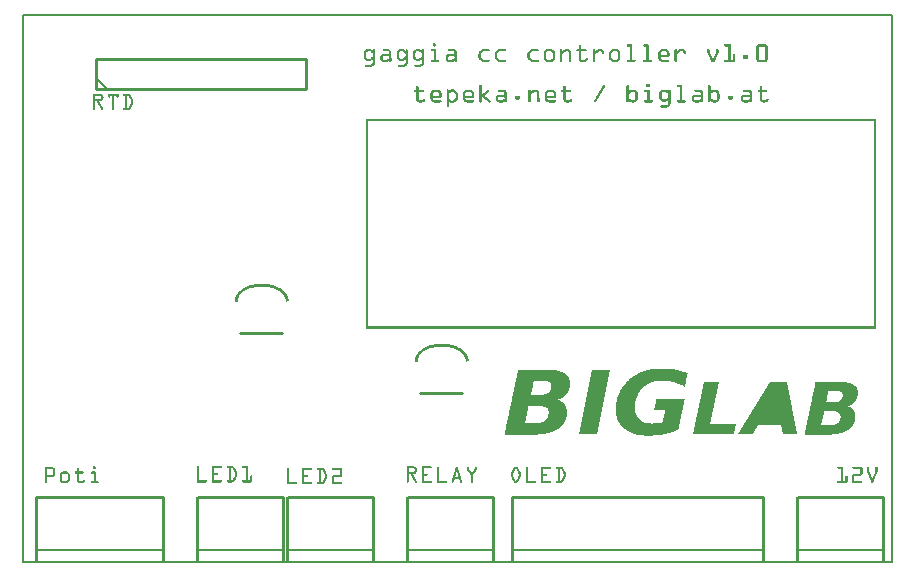
<source format=gto>
G04 MADE WITH FRITZING*
G04 WWW.FRITZING.ORG*
G04 DOUBLE SIDED*
G04 HOLES PLATED*
G04 CONTOUR ON CENTER OF CONTOUR VECTOR*
%ASAXBY*%
%FSLAX23Y23*%
%MOIN*%
%OFA0B0*%
%SFA1.0B1.0*%
%ADD10R,2.905010X1.831290X2.889010X1.815290*%
%ADD11C,0.008000*%
%ADD12C,0.010000*%
%ADD13C,0.005000*%
%ADD14R,0.001000X0.001000*%
%LNSILK1*%
G90*
G70*
G54D11*
X4Y1827D02*
X2901Y1827D01*
X2901Y4D01*
X4Y4D01*
X4Y1827D01*
D02*
G54D12*
X2872Y218D02*
X2586Y218D01*
G54D13*
D02*
X2586Y42D02*
X2872Y42D01*
G54D12*
D02*
X1468Y566D02*
X1328Y566D01*
D02*
X868Y766D02*
X728Y766D01*
D02*
X2472Y218D02*
X1635Y218D01*
G54D13*
D02*
X1635Y42D02*
X2472Y42D01*
G54D12*
D02*
X1172Y218D02*
X886Y218D01*
G54D13*
D02*
X886Y42D02*
X1172Y42D01*
G54D12*
D02*
X872Y218D02*
X586Y218D01*
G54D13*
D02*
X586Y42D02*
X872Y42D01*
G54D12*
D02*
X472Y218D02*
X49Y218D01*
G54D13*
D02*
X49Y42D02*
X472Y42D01*
G54D12*
D02*
X248Y1580D02*
X948Y1580D01*
D02*
X948Y1580D02*
X948Y1680D01*
D02*
X948Y1680D02*
X248Y1680D01*
D02*
X248Y1680D02*
X248Y1580D01*
G54D13*
D02*
X283Y1580D02*
X248Y1615D01*
G54D12*
D02*
X1572Y218D02*
X1286Y218D01*
G54D13*
D02*
X1286Y42D02*
X1572Y42D01*
G36*
X1901Y644D02*
X1961Y644D01*
X1916Y428D01*
X1856Y428D01*
X1901Y644D01*
G37*
D02*
G36*
X2276Y603D02*
X2325Y603D01*
X2295Y462D01*
X2381Y462D01*
X2374Y428D01*
X2238Y428D01*
X2275Y603D01*
G37*
D02*
G36*
X2530Y460D02*
X2454Y460D01*
X2436Y428D01*
X2386Y428D01*
X2494Y603D01*
X2550Y603D01*
X2583Y428D01*
X2537Y428D01*
X2530Y460D01*
X2472Y491D02*
X2523Y491D01*
X2512Y558D01*
X2473Y491D01*
G37*
D02*
G54D14*
X1372Y1731D02*
X1378Y1731D01*
X1371Y1730D02*
X1380Y1730D01*
X1370Y1729D02*
X1380Y1729D01*
X1370Y1728D02*
X1380Y1728D01*
X2019Y1728D02*
X2032Y1728D01*
X2073Y1728D02*
X2087Y1728D01*
X2342Y1728D02*
X2362Y1728D01*
X2454Y1728D02*
X2480Y1728D01*
X1370Y1727D02*
X1380Y1727D01*
X2018Y1727D02*
X2034Y1727D01*
X2072Y1727D02*
X2088Y1727D01*
X2341Y1727D02*
X2362Y1727D01*
X2452Y1727D02*
X2482Y1727D01*
X1370Y1726D02*
X1380Y1726D01*
X2017Y1726D02*
X2034Y1726D01*
X2071Y1726D02*
X2089Y1726D01*
X2340Y1726D02*
X2362Y1726D01*
X2451Y1726D02*
X2483Y1726D01*
X1370Y1725D02*
X1380Y1725D01*
X1859Y1725D02*
X1861Y1725D01*
X2017Y1725D02*
X2034Y1725D01*
X2071Y1725D02*
X2089Y1725D01*
X2340Y1725D02*
X2362Y1725D01*
X2450Y1725D02*
X2484Y1725D01*
X1370Y1724D02*
X1380Y1724D01*
X1858Y1724D02*
X1862Y1724D01*
X2017Y1724D02*
X2035Y1724D01*
X2071Y1724D02*
X2089Y1724D01*
X2340Y1724D02*
X2362Y1724D01*
X2450Y1724D02*
X2485Y1724D01*
X1370Y1723D02*
X1380Y1723D01*
X1857Y1723D02*
X1863Y1723D01*
X2017Y1723D02*
X2035Y1723D01*
X2071Y1723D02*
X2089Y1723D01*
X2340Y1723D02*
X2362Y1723D01*
X2449Y1723D02*
X2485Y1723D01*
X1371Y1722D02*
X1379Y1722D01*
X1857Y1722D02*
X1863Y1722D01*
X2018Y1722D02*
X2035Y1722D01*
X2072Y1722D02*
X2089Y1722D01*
X2341Y1722D02*
X2362Y1722D01*
X2449Y1722D02*
X2486Y1722D01*
X1373Y1721D02*
X1378Y1721D01*
X1857Y1721D02*
X1863Y1721D01*
X2019Y1721D02*
X2035Y1721D01*
X2074Y1721D02*
X2089Y1721D01*
X2343Y1721D02*
X2362Y1721D01*
X2449Y1721D02*
X2486Y1721D01*
X1857Y1720D02*
X1863Y1720D01*
X2028Y1720D02*
X2035Y1720D01*
X2082Y1720D02*
X2089Y1720D01*
X2355Y1720D02*
X2362Y1720D01*
X2449Y1720D02*
X2456Y1720D01*
X2479Y1720D02*
X2486Y1720D01*
X1857Y1719D02*
X1863Y1719D01*
X2028Y1719D02*
X2035Y1719D01*
X2082Y1719D02*
X2089Y1719D01*
X2355Y1719D02*
X2362Y1719D01*
X2449Y1719D02*
X2456Y1719D01*
X2479Y1719D02*
X2486Y1719D01*
X1857Y1718D02*
X1863Y1718D01*
X2028Y1718D02*
X2035Y1718D01*
X2082Y1718D02*
X2089Y1718D01*
X2355Y1718D02*
X2362Y1718D01*
X2449Y1718D02*
X2456Y1718D01*
X2479Y1718D02*
X2486Y1718D01*
X1857Y1717D02*
X1863Y1717D01*
X2028Y1717D02*
X2035Y1717D01*
X2082Y1717D02*
X2089Y1717D01*
X2355Y1717D02*
X2362Y1717D01*
X2449Y1717D02*
X2456Y1717D01*
X2479Y1717D02*
X2486Y1717D01*
X1857Y1716D02*
X1863Y1716D01*
X2028Y1716D02*
X2035Y1716D01*
X2082Y1716D02*
X2089Y1716D01*
X2355Y1716D02*
X2362Y1716D01*
X2449Y1716D02*
X2456Y1716D01*
X2479Y1716D02*
X2486Y1716D01*
X1857Y1715D02*
X1863Y1715D01*
X2028Y1715D02*
X2035Y1715D01*
X2082Y1715D02*
X2089Y1715D01*
X2355Y1715D02*
X2362Y1715D01*
X2449Y1715D02*
X2456Y1715D01*
X2479Y1715D02*
X2486Y1715D01*
X1857Y1714D02*
X1863Y1714D01*
X2028Y1714D02*
X2035Y1714D01*
X2082Y1714D02*
X2089Y1714D01*
X2355Y1714D02*
X2362Y1714D01*
X2449Y1714D02*
X2456Y1714D01*
X2479Y1714D02*
X2486Y1714D01*
X1857Y1713D02*
X1863Y1713D01*
X2028Y1713D02*
X2035Y1713D01*
X2082Y1713D02*
X2089Y1713D01*
X2355Y1713D02*
X2362Y1713D01*
X2449Y1713D02*
X2456Y1713D01*
X2479Y1713D02*
X2486Y1713D01*
X1152Y1712D02*
X1162Y1712D01*
X1173Y1712D02*
X1175Y1712D01*
X1205Y1712D02*
X1222Y1712D01*
X1261Y1712D02*
X1271Y1712D01*
X1282Y1712D02*
X1284Y1712D01*
X1315Y1712D02*
X1326Y1712D01*
X1337Y1712D02*
X1339Y1712D01*
X1365Y1712D02*
X1378Y1712D01*
X1423Y1712D02*
X1440Y1712D01*
X1537Y1712D02*
X1557Y1712D01*
X1592Y1712D02*
X1611Y1712D01*
X1701Y1712D02*
X1720Y1712D01*
X1752Y1712D02*
X1766Y1712D01*
X1797Y1712D02*
X1799Y1712D01*
X1813Y1712D02*
X1822Y1712D01*
X1852Y1712D02*
X1880Y1712D01*
X1906Y1712D02*
X1908Y1712D01*
X1921Y1712D02*
X1932Y1712D01*
X1970Y1712D02*
X1984Y1712D01*
X2028Y1712D02*
X2035Y1712D01*
X2082Y1712D02*
X2089Y1712D01*
X2133Y1712D02*
X2147Y1712D01*
X2179Y1712D02*
X2181Y1712D01*
X2194Y1712D02*
X2205Y1712D01*
X2288Y1712D02*
X2290Y1712D01*
X2318Y1712D02*
X2320Y1712D01*
X2355Y1712D02*
X2362Y1712D01*
X2449Y1712D02*
X2456Y1712D01*
X2479Y1712D02*
X2486Y1712D01*
X1149Y1711D02*
X1165Y1711D01*
X1172Y1711D02*
X1176Y1711D01*
X1204Y1711D02*
X1225Y1711D01*
X1258Y1711D02*
X1274Y1711D01*
X1281Y1711D02*
X1285Y1711D01*
X1313Y1711D02*
X1328Y1711D01*
X1335Y1711D02*
X1340Y1711D01*
X1363Y1711D02*
X1379Y1711D01*
X1422Y1711D02*
X1443Y1711D01*
X1535Y1711D02*
X1558Y1711D01*
X1589Y1711D02*
X1612Y1711D01*
X1698Y1711D02*
X1721Y1711D01*
X1749Y1711D02*
X1768Y1711D01*
X1796Y1711D02*
X1800Y1711D01*
X1811Y1711D02*
X1825Y1711D01*
X1850Y1711D02*
X1881Y1711D01*
X1905Y1711D02*
X1909Y1711D01*
X1920Y1711D02*
X1934Y1711D01*
X1967Y1711D02*
X1986Y1711D01*
X2028Y1711D02*
X2035Y1711D01*
X2082Y1711D02*
X2089Y1711D01*
X2131Y1711D02*
X2150Y1711D01*
X2177Y1711D02*
X2182Y1711D01*
X2192Y1711D02*
X2207Y1711D01*
X2286Y1711D02*
X2291Y1711D01*
X2316Y1711D02*
X2321Y1711D01*
X2355Y1711D02*
X2362Y1711D01*
X2449Y1711D02*
X2456Y1711D01*
X2479Y1711D02*
X2486Y1711D01*
X1148Y1710D02*
X1166Y1710D01*
X1171Y1710D02*
X1177Y1710D01*
X1203Y1710D02*
X1226Y1710D01*
X1257Y1710D02*
X1275Y1710D01*
X1280Y1710D02*
X1286Y1710D01*
X1311Y1710D02*
X1330Y1710D01*
X1335Y1710D02*
X1341Y1710D01*
X1363Y1710D02*
X1380Y1710D01*
X1421Y1710D02*
X1444Y1710D01*
X1533Y1710D02*
X1559Y1710D01*
X1587Y1710D02*
X1613Y1710D01*
X1696Y1710D02*
X1722Y1710D01*
X1747Y1710D02*
X1770Y1710D01*
X1795Y1710D02*
X1801Y1710D01*
X1809Y1710D02*
X1826Y1710D01*
X1850Y1710D02*
X1882Y1710D01*
X1904Y1710D02*
X1910Y1710D01*
X1918Y1710D02*
X1936Y1710D01*
X1966Y1710D02*
X1988Y1710D01*
X2028Y1710D02*
X2035Y1710D01*
X2082Y1710D02*
X2089Y1710D01*
X2129Y1710D02*
X2151Y1710D01*
X2177Y1710D02*
X2183Y1710D01*
X2191Y1710D02*
X2209Y1710D01*
X2286Y1710D02*
X2292Y1710D01*
X2316Y1710D02*
X2322Y1710D01*
X2355Y1710D02*
X2362Y1710D01*
X2449Y1710D02*
X2456Y1710D01*
X2479Y1710D02*
X2486Y1710D01*
X1147Y1709D02*
X1168Y1709D01*
X1171Y1709D02*
X1177Y1709D01*
X1203Y1709D02*
X1228Y1709D01*
X1256Y1709D02*
X1277Y1709D01*
X1280Y1709D02*
X1286Y1709D01*
X1310Y1709D02*
X1331Y1709D01*
X1334Y1709D02*
X1341Y1709D01*
X1363Y1709D02*
X1380Y1709D01*
X1421Y1709D02*
X1446Y1709D01*
X1532Y1709D02*
X1559Y1709D01*
X1586Y1709D02*
X1613Y1709D01*
X1695Y1709D02*
X1722Y1709D01*
X1746Y1709D02*
X1771Y1709D01*
X1795Y1709D02*
X1801Y1709D01*
X1807Y1709D02*
X1827Y1709D01*
X1849Y1709D02*
X1882Y1709D01*
X1904Y1709D02*
X1910Y1709D01*
X1917Y1709D02*
X1937Y1709D01*
X1964Y1709D02*
X1989Y1709D01*
X2028Y1709D02*
X2035Y1709D01*
X2082Y1709D02*
X2089Y1709D01*
X2128Y1709D02*
X2153Y1709D01*
X2176Y1709D02*
X2183Y1709D01*
X2190Y1709D02*
X2210Y1709D01*
X2286Y1709D02*
X2292Y1709D01*
X2316Y1709D02*
X2322Y1709D01*
X2355Y1709D02*
X2362Y1709D01*
X2449Y1709D02*
X2456Y1709D01*
X2479Y1709D02*
X2486Y1709D01*
X1145Y1708D02*
X1169Y1708D01*
X1171Y1708D02*
X1177Y1708D01*
X1203Y1708D02*
X1228Y1708D01*
X1254Y1708D02*
X1278Y1708D01*
X1280Y1708D02*
X1286Y1708D01*
X1309Y1708D02*
X1332Y1708D01*
X1334Y1708D02*
X1341Y1708D01*
X1363Y1708D02*
X1380Y1708D01*
X1421Y1708D02*
X1446Y1708D01*
X1530Y1708D02*
X1559Y1708D01*
X1585Y1708D02*
X1613Y1708D01*
X1694Y1708D02*
X1722Y1708D01*
X1745Y1708D02*
X1772Y1708D01*
X1795Y1708D02*
X1801Y1708D01*
X1806Y1708D02*
X1828Y1708D01*
X1849Y1708D02*
X1882Y1708D01*
X1904Y1708D02*
X1910Y1708D01*
X1916Y1708D02*
X1938Y1708D01*
X1963Y1708D02*
X1990Y1708D01*
X2028Y1708D02*
X2035Y1708D01*
X2082Y1708D02*
X2089Y1708D01*
X2127Y1708D02*
X2154Y1708D01*
X2176Y1708D02*
X2183Y1708D01*
X2189Y1708D02*
X2211Y1708D01*
X2285Y1708D02*
X2292Y1708D01*
X2315Y1708D02*
X2322Y1708D01*
X2355Y1708D02*
X2362Y1708D01*
X2449Y1708D02*
X2456Y1708D01*
X2479Y1708D02*
X2486Y1708D01*
X1144Y1707D02*
X1177Y1707D01*
X1203Y1707D02*
X1229Y1707D01*
X1253Y1707D02*
X1286Y1707D01*
X1308Y1707D02*
X1341Y1707D01*
X1363Y1707D02*
X1380Y1707D01*
X1421Y1707D02*
X1447Y1707D01*
X1529Y1707D02*
X1559Y1707D01*
X1584Y1707D02*
X1613Y1707D01*
X1693Y1707D02*
X1722Y1707D01*
X1744Y1707D02*
X1773Y1707D01*
X1795Y1707D02*
X1801Y1707D01*
X1804Y1707D02*
X1829Y1707D01*
X1850Y1707D02*
X1882Y1707D01*
X1904Y1707D02*
X1910Y1707D01*
X1915Y1707D02*
X1939Y1707D01*
X1962Y1707D02*
X1991Y1707D01*
X2028Y1707D02*
X2035Y1707D01*
X2082Y1707D02*
X2089Y1707D01*
X2126Y1707D02*
X2155Y1707D01*
X2176Y1707D02*
X2183Y1707D01*
X2187Y1707D02*
X2211Y1707D01*
X2285Y1707D02*
X2292Y1707D01*
X2315Y1707D02*
X2322Y1707D01*
X2355Y1707D02*
X2362Y1707D01*
X2449Y1707D02*
X2456Y1707D01*
X2479Y1707D02*
X2486Y1707D01*
X1143Y1706D02*
X1177Y1706D01*
X1204Y1706D02*
X1230Y1706D01*
X1252Y1706D02*
X1286Y1706D01*
X1307Y1706D02*
X1341Y1706D01*
X1363Y1706D02*
X1380Y1706D01*
X1422Y1706D02*
X1448Y1706D01*
X1528Y1706D02*
X1558Y1706D01*
X1583Y1706D02*
X1612Y1706D01*
X1692Y1706D02*
X1721Y1706D01*
X1743Y1706D02*
X1774Y1706D01*
X1795Y1706D02*
X1829Y1706D01*
X1850Y1706D02*
X1881Y1706D01*
X1904Y1706D02*
X1910Y1706D01*
X1914Y1706D02*
X1939Y1706D01*
X1961Y1706D02*
X1992Y1706D01*
X2028Y1706D02*
X2035Y1706D01*
X2082Y1706D02*
X2089Y1706D01*
X2125Y1706D02*
X2156Y1706D01*
X2176Y1706D02*
X2183Y1706D01*
X2186Y1706D02*
X2212Y1706D01*
X2285Y1706D02*
X2292Y1706D01*
X2315Y1706D02*
X2322Y1706D01*
X2355Y1706D02*
X2362Y1706D01*
X2449Y1706D02*
X2456Y1706D01*
X2479Y1706D02*
X2486Y1706D01*
X1143Y1705D02*
X1177Y1705D01*
X1205Y1705D02*
X1230Y1705D01*
X1252Y1705D02*
X1286Y1705D01*
X1306Y1705D02*
X1341Y1705D01*
X1365Y1705D02*
X1380Y1705D01*
X1423Y1705D02*
X1448Y1705D01*
X1527Y1705D02*
X1556Y1705D01*
X1582Y1705D02*
X1611Y1705D01*
X1691Y1705D02*
X1720Y1705D01*
X1742Y1705D02*
X1775Y1705D01*
X1795Y1705D02*
X1830Y1705D01*
X1852Y1705D02*
X1880Y1705D01*
X1904Y1705D02*
X1910Y1705D01*
X1913Y1705D02*
X1940Y1705D01*
X1960Y1705D02*
X1993Y1705D01*
X2028Y1705D02*
X2035Y1705D01*
X2082Y1705D02*
X2089Y1705D01*
X2124Y1705D02*
X2157Y1705D01*
X2176Y1705D02*
X2183Y1705D01*
X2185Y1705D02*
X2212Y1705D01*
X2285Y1705D02*
X2292Y1705D01*
X2315Y1705D02*
X2322Y1705D01*
X2355Y1705D02*
X2362Y1705D01*
X2449Y1705D02*
X2456Y1705D01*
X2479Y1705D02*
X2486Y1705D01*
X1142Y1704D02*
X1152Y1704D01*
X1163Y1704D02*
X1177Y1704D01*
X1223Y1704D02*
X1230Y1704D01*
X1251Y1704D02*
X1261Y1704D01*
X1272Y1704D02*
X1286Y1704D01*
X1305Y1704D02*
X1315Y1704D01*
X1326Y1704D02*
X1341Y1704D01*
X1374Y1704D02*
X1380Y1704D01*
X1441Y1704D02*
X1449Y1704D01*
X1526Y1704D02*
X1537Y1704D01*
X1581Y1704D02*
X1591Y1704D01*
X1690Y1704D02*
X1701Y1704D01*
X1742Y1704D02*
X1751Y1704D01*
X1766Y1704D02*
X1776Y1704D01*
X1795Y1704D02*
X1813Y1704D01*
X1822Y1704D02*
X1830Y1704D01*
X1857Y1704D02*
X1863Y1704D01*
X1904Y1704D02*
X1922Y1704D01*
X1932Y1704D02*
X1940Y1704D01*
X1960Y1704D02*
X1969Y1704D01*
X1984Y1704D02*
X1994Y1704D01*
X2028Y1704D02*
X2035Y1704D01*
X2082Y1704D02*
X2089Y1704D01*
X2123Y1704D02*
X2133Y1704D01*
X2148Y1704D02*
X2157Y1704D01*
X2176Y1704D02*
X2195Y1704D01*
X2205Y1704D02*
X2213Y1704D01*
X2285Y1704D02*
X2292Y1704D01*
X2315Y1704D02*
X2322Y1704D01*
X2355Y1704D02*
X2362Y1704D01*
X2449Y1704D02*
X2456Y1704D01*
X2479Y1704D02*
X2486Y1704D01*
X1141Y1703D02*
X1150Y1703D01*
X1164Y1703D02*
X1177Y1703D01*
X1224Y1703D02*
X1231Y1703D01*
X1251Y1703D02*
X1259Y1703D01*
X1273Y1703D02*
X1286Y1703D01*
X1305Y1703D02*
X1314Y1703D01*
X1327Y1703D02*
X1341Y1703D01*
X1374Y1703D02*
X1380Y1703D01*
X1442Y1703D02*
X1449Y1703D01*
X1525Y1703D02*
X1536Y1703D01*
X1580Y1703D02*
X1590Y1703D01*
X1689Y1703D02*
X1699Y1703D01*
X1741Y1703D02*
X1750Y1703D01*
X1768Y1703D02*
X1776Y1703D01*
X1795Y1703D02*
X1811Y1703D01*
X1823Y1703D02*
X1830Y1703D01*
X1857Y1703D02*
X1863Y1703D01*
X1904Y1703D02*
X1921Y1703D01*
X1933Y1703D02*
X1940Y1703D01*
X1959Y1703D02*
X1968Y1703D01*
X1986Y1703D02*
X1994Y1703D01*
X2028Y1703D02*
X2035Y1703D01*
X2082Y1703D02*
X2089Y1703D01*
X2123Y1703D02*
X2131Y1703D01*
X2149Y1703D02*
X2158Y1703D01*
X2176Y1703D02*
X2194Y1703D01*
X2206Y1703D02*
X2213Y1703D01*
X2285Y1703D02*
X2292Y1703D01*
X2315Y1703D02*
X2322Y1703D01*
X2355Y1703D02*
X2362Y1703D01*
X2449Y1703D02*
X2456Y1703D01*
X2479Y1703D02*
X2486Y1703D01*
X1141Y1702D02*
X1149Y1702D01*
X1165Y1702D02*
X1177Y1702D01*
X1224Y1702D02*
X1231Y1702D01*
X1250Y1702D02*
X1258Y1702D01*
X1274Y1702D02*
X1286Y1702D01*
X1305Y1702D02*
X1313Y1702D01*
X1328Y1702D02*
X1341Y1702D01*
X1374Y1702D02*
X1380Y1702D01*
X1442Y1702D02*
X1449Y1702D01*
X1524Y1702D02*
X1535Y1702D01*
X1579Y1702D02*
X1589Y1702D01*
X1688Y1702D02*
X1698Y1702D01*
X1741Y1702D02*
X1749Y1702D01*
X1769Y1702D02*
X1776Y1702D01*
X1795Y1702D02*
X1810Y1702D01*
X1824Y1702D02*
X1830Y1702D01*
X1857Y1702D02*
X1863Y1702D01*
X1904Y1702D02*
X1920Y1702D01*
X1934Y1702D02*
X1940Y1702D01*
X1959Y1702D02*
X1967Y1702D01*
X1987Y1702D02*
X1995Y1702D01*
X2028Y1702D02*
X2035Y1702D01*
X2082Y1702D02*
X2089Y1702D01*
X2122Y1702D02*
X2130Y1702D01*
X2150Y1702D02*
X2158Y1702D01*
X2176Y1702D02*
X2192Y1702D01*
X2206Y1702D02*
X2213Y1702D01*
X2285Y1702D02*
X2292Y1702D01*
X2315Y1702D02*
X2322Y1702D01*
X2355Y1702D02*
X2362Y1702D01*
X2449Y1702D02*
X2456Y1702D01*
X2479Y1702D02*
X2486Y1702D01*
X1141Y1701D02*
X1148Y1701D01*
X1166Y1701D02*
X1177Y1701D01*
X1224Y1701D02*
X1231Y1701D01*
X1250Y1701D02*
X1257Y1701D01*
X1275Y1701D02*
X1286Y1701D01*
X1304Y1701D02*
X1312Y1701D01*
X1330Y1701D02*
X1341Y1701D01*
X1374Y1701D02*
X1380Y1701D01*
X1442Y1701D02*
X1449Y1701D01*
X1524Y1701D02*
X1533Y1701D01*
X1578Y1701D02*
X1588Y1701D01*
X1687Y1701D02*
X1697Y1701D01*
X1741Y1701D02*
X1748Y1701D01*
X1769Y1701D02*
X1777Y1701D01*
X1795Y1701D02*
X1808Y1701D01*
X1824Y1701D02*
X1831Y1701D01*
X1857Y1701D02*
X1863Y1701D01*
X1904Y1701D02*
X1919Y1701D01*
X1934Y1701D02*
X1941Y1701D01*
X1959Y1701D02*
X1966Y1701D01*
X1988Y1701D02*
X1995Y1701D01*
X2028Y1701D02*
X2035Y1701D01*
X2082Y1701D02*
X2089Y1701D01*
X2122Y1701D02*
X2129Y1701D01*
X2151Y1701D02*
X2158Y1701D01*
X2176Y1701D02*
X2191Y1701D01*
X2206Y1701D02*
X2213Y1701D01*
X2286Y1701D02*
X2293Y1701D01*
X2315Y1701D02*
X2322Y1701D01*
X2355Y1701D02*
X2362Y1701D01*
X2449Y1701D02*
X2456Y1701D01*
X2479Y1701D02*
X2486Y1701D01*
X1141Y1700D02*
X1148Y1700D01*
X1167Y1700D02*
X1177Y1700D01*
X1224Y1700D02*
X1231Y1700D01*
X1250Y1700D02*
X1257Y1700D01*
X1276Y1700D02*
X1286Y1700D01*
X1304Y1700D02*
X1311Y1700D01*
X1331Y1700D02*
X1341Y1700D01*
X1374Y1700D02*
X1380Y1700D01*
X1442Y1700D02*
X1449Y1700D01*
X1523Y1700D02*
X1532Y1700D01*
X1578Y1700D02*
X1587Y1700D01*
X1687Y1700D02*
X1696Y1700D01*
X1740Y1700D02*
X1747Y1700D01*
X1770Y1700D02*
X1777Y1700D01*
X1795Y1700D02*
X1806Y1700D01*
X1824Y1700D02*
X1831Y1700D01*
X1857Y1700D02*
X1863Y1700D01*
X1904Y1700D02*
X1918Y1700D01*
X1934Y1700D02*
X1941Y1700D01*
X1958Y1700D02*
X1965Y1700D01*
X1988Y1700D02*
X1995Y1700D01*
X2028Y1700D02*
X2035Y1700D01*
X2082Y1700D02*
X2089Y1700D01*
X2122Y1700D02*
X2129Y1700D01*
X2152Y1700D02*
X2158Y1700D01*
X2176Y1700D02*
X2190Y1700D01*
X2206Y1700D02*
X2213Y1700D01*
X2286Y1700D02*
X2293Y1700D01*
X2314Y1700D02*
X2322Y1700D01*
X2355Y1700D02*
X2362Y1700D01*
X2449Y1700D02*
X2456Y1700D01*
X2479Y1700D02*
X2486Y1700D01*
X1141Y1699D02*
X1147Y1699D01*
X1168Y1699D02*
X1177Y1699D01*
X1224Y1699D02*
X1231Y1699D01*
X1250Y1699D02*
X1256Y1699D01*
X1277Y1699D02*
X1286Y1699D01*
X1304Y1699D02*
X1311Y1699D01*
X1332Y1699D02*
X1341Y1699D01*
X1374Y1699D02*
X1380Y1699D01*
X1442Y1699D02*
X1449Y1699D01*
X1523Y1699D02*
X1531Y1699D01*
X1577Y1699D02*
X1586Y1699D01*
X1686Y1699D02*
X1695Y1699D01*
X1740Y1699D02*
X1747Y1699D01*
X1770Y1699D02*
X1777Y1699D01*
X1795Y1699D02*
X1805Y1699D01*
X1824Y1699D02*
X1831Y1699D01*
X1857Y1699D02*
X1863Y1699D01*
X1904Y1699D02*
X1916Y1699D01*
X1934Y1699D02*
X1941Y1699D01*
X1958Y1699D02*
X1965Y1699D01*
X1988Y1699D02*
X1995Y1699D01*
X2028Y1699D02*
X2035Y1699D01*
X2082Y1699D02*
X2089Y1699D01*
X2122Y1699D02*
X2129Y1699D01*
X2152Y1699D02*
X2159Y1699D01*
X2176Y1699D02*
X2189Y1699D01*
X2206Y1699D02*
X2213Y1699D01*
X2286Y1699D02*
X2294Y1699D01*
X2314Y1699D02*
X2321Y1699D01*
X2355Y1699D02*
X2362Y1699D01*
X2449Y1699D02*
X2456Y1699D01*
X2479Y1699D02*
X2486Y1699D01*
X1141Y1698D02*
X1147Y1698D01*
X1170Y1698D02*
X1177Y1698D01*
X1224Y1698D02*
X1231Y1698D01*
X1250Y1698D02*
X1256Y1698D01*
X1279Y1698D02*
X1286Y1698D01*
X1304Y1698D02*
X1311Y1698D01*
X1333Y1698D02*
X1341Y1698D01*
X1374Y1698D02*
X1380Y1698D01*
X1442Y1698D02*
X1449Y1698D01*
X1523Y1698D02*
X1530Y1698D01*
X1577Y1698D02*
X1585Y1698D01*
X1686Y1698D02*
X1694Y1698D01*
X1740Y1698D02*
X1747Y1698D01*
X1770Y1698D02*
X1777Y1698D01*
X1795Y1698D02*
X1803Y1698D01*
X1824Y1698D02*
X1831Y1698D01*
X1857Y1698D02*
X1863Y1698D01*
X1904Y1698D02*
X1915Y1698D01*
X1934Y1698D02*
X1940Y1698D01*
X1958Y1698D02*
X1965Y1698D01*
X1988Y1698D02*
X1995Y1698D01*
X2028Y1698D02*
X2035Y1698D01*
X2082Y1698D02*
X2089Y1698D01*
X2122Y1698D02*
X2129Y1698D01*
X2152Y1698D02*
X2159Y1698D01*
X2176Y1698D02*
X2188Y1698D01*
X2207Y1698D02*
X2213Y1698D01*
X2287Y1698D02*
X2294Y1698D01*
X2313Y1698D02*
X2321Y1698D01*
X2355Y1698D02*
X2362Y1698D01*
X2449Y1698D02*
X2456Y1698D01*
X2479Y1698D02*
X2486Y1698D01*
X1141Y1697D02*
X1147Y1697D01*
X1170Y1697D02*
X1177Y1697D01*
X1224Y1697D02*
X1231Y1697D01*
X1250Y1697D02*
X1256Y1697D01*
X1279Y1697D02*
X1286Y1697D01*
X1304Y1697D02*
X1311Y1697D01*
X1334Y1697D02*
X1341Y1697D01*
X1374Y1697D02*
X1380Y1697D01*
X1442Y1697D02*
X1449Y1697D01*
X1522Y1697D02*
X1529Y1697D01*
X1577Y1697D02*
X1584Y1697D01*
X1686Y1697D02*
X1693Y1697D01*
X1740Y1697D02*
X1747Y1697D01*
X1770Y1697D02*
X1777Y1697D01*
X1795Y1697D02*
X1802Y1697D01*
X1824Y1697D02*
X1831Y1697D01*
X1857Y1697D02*
X1863Y1697D01*
X1904Y1697D02*
X1914Y1697D01*
X1934Y1697D02*
X1940Y1697D01*
X1958Y1697D02*
X1965Y1697D01*
X1988Y1697D02*
X1995Y1697D01*
X2028Y1697D02*
X2035Y1697D01*
X2082Y1697D02*
X2089Y1697D01*
X2122Y1697D02*
X2129Y1697D01*
X2152Y1697D02*
X2159Y1697D01*
X2176Y1697D02*
X2187Y1697D01*
X2207Y1697D02*
X2213Y1697D01*
X2287Y1697D02*
X2295Y1697D01*
X2313Y1697D02*
X2320Y1697D01*
X2355Y1697D02*
X2362Y1697D01*
X2449Y1697D02*
X2456Y1697D01*
X2479Y1697D02*
X2486Y1697D01*
X1141Y1696D02*
X1147Y1696D01*
X1171Y1696D02*
X1177Y1696D01*
X1204Y1696D02*
X1231Y1696D01*
X1250Y1696D02*
X1256Y1696D01*
X1280Y1696D02*
X1286Y1696D01*
X1304Y1696D02*
X1311Y1696D01*
X1334Y1696D02*
X1341Y1696D01*
X1374Y1696D02*
X1380Y1696D01*
X1422Y1696D02*
X1449Y1696D01*
X1522Y1696D02*
X1529Y1696D01*
X1577Y1696D02*
X1584Y1696D01*
X1686Y1696D02*
X1693Y1696D01*
X1740Y1696D02*
X1747Y1696D01*
X1770Y1696D02*
X1777Y1696D01*
X1795Y1696D02*
X1801Y1696D01*
X1824Y1696D02*
X1831Y1696D01*
X1857Y1696D02*
X1863Y1696D01*
X1904Y1696D02*
X1913Y1696D01*
X1935Y1696D02*
X1939Y1696D01*
X1958Y1696D02*
X1965Y1696D01*
X1988Y1696D02*
X1995Y1696D01*
X2028Y1696D02*
X2035Y1696D01*
X2082Y1696D02*
X2089Y1696D01*
X2122Y1696D02*
X2129Y1696D01*
X2152Y1696D02*
X2159Y1696D01*
X2176Y1696D02*
X2185Y1696D01*
X2208Y1696D02*
X2212Y1696D01*
X2288Y1696D02*
X2295Y1696D01*
X2312Y1696D02*
X2320Y1696D01*
X2355Y1696D02*
X2362Y1696D01*
X2372Y1696D02*
X2374Y1696D01*
X2449Y1696D02*
X2456Y1696D01*
X2479Y1696D02*
X2486Y1696D01*
X1141Y1695D02*
X1147Y1695D01*
X1171Y1695D02*
X1177Y1695D01*
X1201Y1695D02*
X1231Y1695D01*
X1250Y1695D02*
X1256Y1695D01*
X1280Y1695D02*
X1286Y1695D01*
X1304Y1695D02*
X1311Y1695D01*
X1334Y1695D02*
X1341Y1695D01*
X1374Y1695D02*
X1380Y1695D01*
X1419Y1695D02*
X1449Y1695D01*
X1522Y1695D02*
X1529Y1695D01*
X1577Y1695D02*
X1583Y1695D01*
X1686Y1695D02*
X1692Y1695D01*
X1740Y1695D02*
X1747Y1695D01*
X1770Y1695D02*
X1777Y1695D01*
X1795Y1695D02*
X1801Y1695D01*
X1824Y1695D02*
X1831Y1695D01*
X1857Y1695D02*
X1863Y1695D01*
X1904Y1695D02*
X1912Y1695D01*
X1958Y1695D02*
X1965Y1695D01*
X1988Y1695D02*
X1995Y1695D01*
X2028Y1695D02*
X2035Y1695D01*
X2082Y1695D02*
X2089Y1695D01*
X2122Y1695D02*
X2129Y1695D01*
X2152Y1695D02*
X2159Y1695D01*
X2176Y1695D02*
X2184Y1695D01*
X2288Y1695D02*
X2295Y1695D01*
X2312Y1695D02*
X2319Y1695D01*
X2355Y1695D02*
X2362Y1695D01*
X2371Y1695D02*
X2376Y1695D01*
X2449Y1695D02*
X2456Y1695D01*
X2479Y1695D02*
X2486Y1695D01*
X1141Y1694D02*
X1147Y1694D01*
X1171Y1694D02*
X1177Y1694D01*
X1200Y1694D02*
X1231Y1694D01*
X1250Y1694D02*
X1256Y1694D01*
X1280Y1694D02*
X1286Y1694D01*
X1304Y1694D02*
X1311Y1694D01*
X1334Y1694D02*
X1341Y1694D01*
X1374Y1694D02*
X1380Y1694D01*
X1418Y1694D02*
X1449Y1694D01*
X1522Y1694D02*
X1529Y1694D01*
X1577Y1694D02*
X1583Y1694D01*
X1686Y1694D02*
X1692Y1694D01*
X1740Y1694D02*
X1747Y1694D01*
X1770Y1694D02*
X1777Y1694D01*
X1795Y1694D02*
X1801Y1694D01*
X1824Y1694D02*
X1831Y1694D01*
X1857Y1694D02*
X1863Y1694D01*
X1904Y1694D02*
X1911Y1694D01*
X1958Y1694D02*
X1965Y1694D01*
X1988Y1694D02*
X1995Y1694D01*
X2028Y1694D02*
X2035Y1694D01*
X2082Y1694D02*
X2089Y1694D01*
X2122Y1694D02*
X2129Y1694D01*
X2152Y1694D02*
X2159Y1694D01*
X2176Y1694D02*
X2183Y1694D01*
X2289Y1694D02*
X2296Y1694D01*
X2312Y1694D02*
X2319Y1694D01*
X2355Y1694D02*
X2362Y1694D01*
X2370Y1694D02*
X2376Y1694D01*
X2449Y1694D02*
X2456Y1694D01*
X2479Y1694D02*
X2486Y1694D01*
X1141Y1693D02*
X1147Y1693D01*
X1171Y1693D02*
X1177Y1693D01*
X1199Y1693D02*
X1231Y1693D01*
X1250Y1693D02*
X1256Y1693D01*
X1280Y1693D02*
X1286Y1693D01*
X1304Y1693D02*
X1311Y1693D01*
X1334Y1693D02*
X1341Y1693D01*
X1374Y1693D02*
X1380Y1693D01*
X1417Y1693D02*
X1449Y1693D01*
X1522Y1693D02*
X1529Y1693D01*
X1577Y1693D02*
X1583Y1693D01*
X1686Y1693D02*
X1692Y1693D01*
X1740Y1693D02*
X1747Y1693D01*
X1770Y1693D02*
X1777Y1693D01*
X1795Y1693D02*
X1801Y1693D01*
X1824Y1693D02*
X1831Y1693D01*
X1857Y1693D02*
X1863Y1693D01*
X1904Y1693D02*
X1910Y1693D01*
X1958Y1693D02*
X1965Y1693D01*
X1988Y1693D02*
X1995Y1693D01*
X2028Y1693D02*
X2035Y1693D01*
X2082Y1693D02*
X2089Y1693D01*
X2122Y1693D02*
X2159Y1693D01*
X2176Y1693D02*
X2183Y1693D01*
X2289Y1693D02*
X2296Y1693D01*
X2311Y1693D02*
X2318Y1693D01*
X2355Y1693D02*
X2362Y1693D01*
X2370Y1693D02*
X2377Y1693D01*
X2409Y1693D02*
X2416Y1693D01*
X2449Y1693D02*
X2456Y1693D01*
X2479Y1693D02*
X2486Y1693D01*
X1141Y1692D02*
X1147Y1692D01*
X1171Y1692D02*
X1177Y1692D01*
X1198Y1692D02*
X1231Y1692D01*
X1250Y1692D02*
X1256Y1692D01*
X1280Y1692D02*
X1286Y1692D01*
X1304Y1692D02*
X1311Y1692D01*
X1334Y1692D02*
X1341Y1692D01*
X1374Y1692D02*
X1380Y1692D01*
X1416Y1692D02*
X1449Y1692D01*
X1522Y1692D02*
X1529Y1692D01*
X1577Y1692D02*
X1583Y1692D01*
X1686Y1692D02*
X1692Y1692D01*
X1740Y1692D02*
X1747Y1692D01*
X1770Y1692D02*
X1777Y1692D01*
X1795Y1692D02*
X1801Y1692D01*
X1824Y1692D02*
X1831Y1692D01*
X1857Y1692D02*
X1863Y1692D01*
X1904Y1692D02*
X1910Y1692D01*
X1958Y1692D02*
X1965Y1692D01*
X1988Y1692D02*
X1995Y1692D01*
X2028Y1692D02*
X2035Y1692D01*
X2082Y1692D02*
X2089Y1692D01*
X2122Y1692D02*
X2159Y1692D01*
X2176Y1692D02*
X2183Y1692D01*
X2289Y1692D02*
X2297Y1692D01*
X2311Y1692D02*
X2318Y1692D01*
X2355Y1692D02*
X2362Y1692D01*
X2370Y1692D02*
X2377Y1692D01*
X2407Y1692D02*
X2419Y1692D01*
X2449Y1692D02*
X2456Y1692D01*
X2479Y1692D02*
X2486Y1692D01*
X1141Y1691D02*
X1147Y1691D01*
X1171Y1691D02*
X1177Y1691D01*
X1197Y1691D02*
X1231Y1691D01*
X1250Y1691D02*
X1256Y1691D01*
X1280Y1691D02*
X1286Y1691D01*
X1304Y1691D02*
X1311Y1691D01*
X1334Y1691D02*
X1341Y1691D01*
X1374Y1691D02*
X1380Y1691D01*
X1415Y1691D02*
X1449Y1691D01*
X1522Y1691D02*
X1529Y1691D01*
X1577Y1691D02*
X1583Y1691D01*
X1686Y1691D02*
X1692Y1691D01*
X1740Y1691D02*
X1747Y1691D01*
X1770Y1691D02*
X1777Y1691D01*
X1795Y1691D02*
X1801Y1691D01*
X1824Y1691D02*
X1831Y1691D01*
X1857Y1691D02*
X1863Y1691D01*
X1904Y1691D02*
X1910Y1691D01*
X1958Y1691D02*
X1965Y1691D01*
X1988Y1691D02*
X1995Y1691D01*
X2028Y1691D02*
X2035Y1691D01*
X2082Y1691D02*
X2089Y1691D01*
X2122Y1691D02*
X2159Y1691D01*
X2176Y1691D02*
X2183Y1691D01*
X2290Y1691D02*
X2297Y1691D01*
X2310Y1691D02*
X2318Y1691D01*
X2355Y1691D02*
X2362Y1691D01*
X2370Y1691D02*
X2377Y1691D01*
X2406Y1691D02*
X2419Y1691D01*
X2449Y1691D02*
X2456Y1691D01*
X2479Y1691D02*
X2486Y1691D01*
X1141Y1690D02*
X1147Y1690D01*
X1171Y1690D02*
X1177Y1690D01*
X1196Y1690D02*
X1231Y1690D01*
X1250Y1690D02*
X1256Y1690D01*
X1280Y1690D02*
X1286Y1690D01*
X1304Y1690D02*
X1311Y1690D01*
X1334Y1690D02*
X1341Y1690D01*
X1374Y1690D02*
X1380Y1690D01*
X1414Y1690D02*
X1449Y1690D01*
X1522Y1690D02*
X1529Y1690D01*
X1577Y1690D02*
X1583Y1690D01*
X1686Y1690D02*
X1692Y1690D01*
X1740Y1690D02*
X1747Y1690D01*
X1770Y1690D02*
X1777Y1690D01*
X1795Y1690D02*
X1801Y1690D01*
X1824Y1690D02*
X1831Y1690D01*
X1857Y1690D02*
X1863Y1690D01*
X1904Y1690D02*
X1910Y1690D01*
X1958Y1690D02*
X1965Y1690D01*
X1988Y1690D02*
X1995Y1690D01*
X2028Y1690D02*
X2035Y1690D01*
X2082Y1690D02*
X2089Y1690D01*
X2122Y1690D02*
X2159Y1690D01*
X2176Y1690D02*
X2183Y1690D01*
X2290Y1690D02*
X2298Y1690D01*
X2310Y1690D02*
X2317Y1690D01*
X2355Y1690D02*
X2362Y1690D01*
X2370Y1690D02*
X2377Y1690D01*
X2406Y1690D02*
X2420Y1690D01*
X2449Y1690D02*
X2456Y1690D01*
X2479Y1690D02*
X2486Y1690D01*
X1141Y1689D02*
X1147Y1689D01*
X1171Y1689D02*
X1177Y1689D01*
X1196Y1689D02*
X1231Y1689D01*
X1250Y1689D02*
X1256Y1689D01*
X1280Y1689D02*
X1286Y1689D01*
X1304Y1689D02*
X1311Y1689D01*
X1334Y1689D02*
X1341Y1689D01*
X1374Y1689D02*
X1380Y1689D01*
X1414Y1689D02*
X1449Y1689D01*
X1522Y1689D02*
X1529Y1689D01*
X1577Y1689D02*
X1583Y1689D01*
X1686Y1689D02*
X1692Y1689D01*
X1740Y1689D02*
X1747Y1689D01*
X1770Y1689D02*
X1777Y1689D01*
X1795Y1689D02*
X1801Y1689D01*
X1824Y1689D02*
X1831Y1689D01*
X1857Y1689D02*
X1863Y1689D01*
X1904Y1689D02*
X1910Y1689D01*
X1958Y1689D02*
X1965Y1689D01*
X1988Y1689D02*
X1995Y1689D01*
X2028Y1689D02*
X2035Y1689D01*
X2082Y1689D02*
X2089Y1689D01*
X2122Y1689D02*
X2159Y1689D01*
X2176Y1689D02*
X2183Y1689D01*
X2291Y1689D02*
X2298Y1689D01*
X2309Y1689D02*
X2317Y1689D01*
X2355Y1689D02*
X2362Y1689D01*
X2370Y1689D02*
X2377Y1689D01*
X2406Y1689D02*
X2420Y1689D01*
X2449Y1689D02*
X2456Y1689D01*
X2479Y1689D02*
X2486Y1689D01*
X1141Y1688D02*
X1147Y1688D01*
X1170Y1688D02*
X1177Y1688D01*
X1196Y1688D02*
X1204Y1688D01*
X1223Y1688D02*
X1231Y1688D01*
X1250Y1688D02*
X1256Y1688D01*
X1279Y1688D02*
X1286Y1688D01*
X1304Y1688D02*
X1311Y1688D01*
X1334Y1688D02*
X1341Y1688D01*
X1374Y1688D02*
X1380Y1688D01*
X1414Y1688D02*
X1422Y1688D01*
X1441Y1688D02*
X1449Y1688D01*
X1522Y1688D02*
X1529Y1688D01*
X1577Y1688D02*
X1583Y1688D01*
X1686Y1688D02*
X1692Y1688D01*
X1740Y1688D02*
X1747Y1688D01*
X1770Y1688D02*
X1777Y1688D01*
X1795Y1688D02*
X1801Y1688D01*
X1824Y1688D02*
X1831Y1688D01*
X1857Y1688D02*
X1863Y1688D01*
X1904Y1688D02*
X1910Y1688D01*
X1958Y1688D02*
X1965Y1688D01*
X1988Y1688D02*
X1995Y1688D01*
X2028Y1688D02*
X2035Y1688D01*
X2082Y1688D02*
X2089Y1688D01*
X2122Y1688D02*
X2158Y1688D01*
X2176Y1688D02*
X2183Y1688D01*
X2291Y1688D02*
X2299Y1688D01*
X2309Y1688D02*
X2316Y1688D01*
X2355Y1688D02*
X2362Y1688D01*
X2370Y1688D02*
X2377Y1688D01*
X2406Y1688D02*
X2420Y1688D01*
X2449Y1688D02*
X2456Y1688D01*
X2479Y1688D02*
X2486Y1688D01*
X1141Y1687D02*
X1147Y1687D01*
X1170Y1687D02*
X1177Y1687D01*
X1195Y1687D02*
X1203Y1687D01*
X1224Y1687D02*
X1231Y1687D01*
X1250Y1687D02*
X1256Y1687D01*
X1279Y1687D02*
X1286Y1687D01*
X1304Y1687D02*
X1311Y1687D01*
X1333Y1687D02*
X1341Y1687D01*
X1374Y1687D02*
X1380Y1687D01*
X1413Y1687D02*
X1421Y1687D01*
X1442Y1687D02*
X1449Y1687D01*
X1522Y1687D02*
X1529Y1687D01*
X1577Y1687D02*
X1583Y1687D01*
X1686Y1687D02*
X1692Y1687D01*
X1740Y1687D02*
X1747Y1687D01*
X1770Y1687D02*
X1777Y1687D01*
X1795Y1687D02*
X1801Y1687D01*
X1824Y1687D02*
X1831Y1687D01*
X1857Y1687D02*
X1863Y1687D01*
X1904Y1687D02*
X1910Y1687D01*
X1958Y1687D02*
X1965Y1687D01*
X1988Y1687D02*
X1995Y1687D01*
X2028Y1687D02*
X2035Y1687D01*
X2082Y1687D02*
X2089Y1687D01*
X2122Y1687D02*
X2158Y1687D01*
X2176Y1687D02*
X2183Y1687D01*
X2292Y1687D02*
X2299Y1687D01*
X2308Y1687D02*
X2316Y1687D01*
X2355Y1687D02*
X2362Y1687D01*
X2370Y1687D02*
X2377Y1687D01*
X2406Y1687D02*
X2420Y1687D01*
X2449Y1687D02*
X2456Y1687D01*
X2479Y1687D02*
X2486Y1687D01*
X1141Y1686D02*
X1147Y1686D01*
X1169Y1686D02*
X1177Y1686D01*
X1195Y1686D02*
X1202Y1686D01*
X1225Y1686D02*
X1231Y1686D01*
X1250Y1686D02*
X1256Y1686D01*
X1278Y1686D02*
X1286Y1686D01*
X1304Y1686D02*
X1311Y1686D01*
X1332Y1686D02*
X1341Y1686D01*
X1374Y1686D02*
X1380Y1686D01*
X1413Y1686D02*
X1420Y1686D01*
X1443Y1686D02*
X1449Y1686D01*
X1522Y1686D02*
X1529Y1686D01*
X1577Y1686D02*
X1583Y1686D01*
X1686Y1686D02*
X1693Y1686D01*
X1740Y1686D02*
X1747Y1686D01*
X1770Y1686D02*
X1777Y1686D01*
X1795Y1686D02*
X1801Y1686D01*
X1824Y1686D02*
X1831Y1686D01*
X1857Y1686D02*
X1863Y1686D01*
X1904Y1686D02*
X1910Y1686D01*
X1958Y1686D02*
X1965Y1686D01*
X1988Y1686D02*
X1995Y1686D01*
X2028Y1686D02*
X2035Y1686D01*
X2082Y1686D02*
X2089Y1686D01*
X2122Y1686D02*
X2157Y1686D01*
X2176Y1686D02*
X2183Y1686D01*
X2292Y1686D02*
X2299Y1686D01*
X2308Y1686D02*
X2315Y1686D01*
X2355Y1686D02*
X2362Y1686D01*
X2370Y1686D02*
X2377Y1686D01*
X2406Y1686D02*
X2420Y1686D01*
X2449Y1686D02*
X2456Y1686D01*
X2479Y1686D02*
X2486Y1686D01*
X1141Y1685D02*
X1148Y1685D01*
X1167Y1685D02*
X1177Y1685D01*
X1195Y1685D02*
X1202Y1685D01*
X1225Y1685D02*
X1231Y1685D01*
X1250Y1685D02*
X1257Y1685D01*
X1276Y1685D02*
X1286Y1685D01*
X1304Y1685D02*
X1311Y1685D01*
X1331Y1685D02*
X1341Y1685D01*
X1374Y1685D02*
X1380Y1685D01*
X1413Y1685D02*
X1420Y1685D01*
X1443Y1685D02*
X1450Y1685D01*
X1522Y1685D02*
X1529Y1685D01*
X1577Y1685D02*
X1584Y1685D01*
X1686Y1685D02*
X1693Y1685D01*
X1740Y1685D02*
X1747Y1685D01*
X1770Y1685D02*
X1777Y1685D01*
X1795Y1685D02*
X1801Y1685D01*
X1824Y1685D02*
X1831Y1685D01*
X1857Y1685D02*
X1863Y1685D01*
X1904Y1685D02*
X1910Y1685D01*
X1958Y1685D02*
X1965Y1685D01*
X1988Y1685D02*
X1995Y1685D01*
X2028Y1685D02*
X2035Y1685D01*
X2082Y1685D02*
X2089Y1685D01*
X2122Y1685D02*
X2129Y1685D01*
X2176Y1685D02*
X2183Y1685D01*
X2293Y1685D02*
X2300Y1685D01*
X2308Y1685D02*
X2315Y1685D01*
X2355Y1685D02*
X2362Y1685D01*
X2370Y1685D02*
X2377Y1685D01*
X2406Y1685D02*
X2420Y1685D01*
X2449Y1685D02*
X2456Y1685D01*
X2479Y1685D02*
X2486Y1685D01*
X1141Y1684D02*
X1148Y1684D01*
X1166Y1684D02*
X1177Y1684D01*
X1195Y1684D02*
X1202Y1684D01*
X1225Y1684D02*
X1231Y1684D01*
X1250Y1684D02*
X1257Y1684D01*
X1275Y1684D02*
X1286Y1684D01*
X1304Y1684D02*
X1312Y1684D01*
X1330Y1684D02*
X1341Y1684D01*
X1374Y1684D02*
X1380Y1684D01*
X1413Y1684D02*
X1420Y1684D01*
X1443Y1684D02*
X1450Y1684D01*
X1522Y1684D02*
X1530Y1684D01*
X1577Y1684D02*
X1584Y1684D01*
X1686Y1684D02*
X1693Y1684D01*
X1740Y1684D02*
X1747Y1684D01*
X1770Y1684D02*
X1777Y1684D01*
X1795Y1684D02*
X1801Y1684D01*
X1824Y1684D02*
X1831Y1684D01*
X1857Y1684D02*
X1863Y1684D01*
X1904Y1684D02*
X1910Y1684D01*
X1958Y1684D02*
X1965Y1684D01*
X1988Y1684D02*
X1995Y1684D01*
X2028Y1684D02*
X2035Y1684D01*
X2082Y1684D02*
X2089Y1684D01*
X2122Y1684D02*
X2129Y1684D01*
X2176Y1684D02*
X2183Y1684D01*
X2293Y1684D02*
X2300Y1684D01*
X2307Y1684D02*
X2314Y1684D01*
X2355Y1684D02*
X2362Y1684D01*
X2370Y1684D02*
X2377Y1684D01*
X2406Y1684D02*
X2420Y1684D01*
X2449Y1684D02*
X2456Y1684D01*
X2479Y1684D02*
X2486Y1684D01*
X1141Y1683D02*
X1149Y1683D01*
X1165Y1683D02*
X1177Y1683D01*
X1195Y1683D02*
X1202Y1683D01*
X1225Y1683D02*
X1232Y1683D01*
X1250Y1683D02*
X1258Y1683D01*
X1274Y1683D02*
X1286Y1683D01*
X1305Y1683D02*
X1312Y1683D01*
X1329Y1683D02*
X1341Y1683D01*
X1374Y1683D02*
X1380Y1683D01*
X1413Y1683D02*
X1420Y1683D01*
X1443Y1683D02*
X1450Y1683D01*
X1523Y1683D02*
X1531Y1683D01*
X1577Y1683D02*
X1585Y1683D01*
X1686Y1683D02*
X1694Y1683D01*
X1740Y1683D02*
X1747Y1683D01*
X1770Y1683D02*
X1777Y1683D01*
X1795Y1683D02*
X1801Y1683D01*
X1825Y1683D02*
X1831Y1683D01*
X1857Y1683D02*
X1863Y1683D01*
X1882Y1683D02*
X1884Y1683D01*
X1904Y1683D02*
X1910Y1683D01*
X1958Y1683D02*
X1965Y1683D01*
X1988Y1683D02*
X1995Y1683D01*
X2028Y1683D02*
X2035Y1683D01*
X2082Y1683D02*
X2089Y1683D01*
X2122Y1683D02*
X2129Y1683D01*
X2176Y1683D02*
X2183Y1683D01*
X2293Y1683D02*
X2301Y1683D01*
X2307Y1683D02*
X2314Y1683D01*
X2355Y1683D02*
X2362Y1683D01*
X2370Y1683D02*
X2377Y1683D01*
X2406Y1683D02*
X2420Y1683D01*
X2449Y1683D02*
X2456Y1683D01*
X2479Y1683D02*
X2486Y1683D01*
X1141Y1682D02*
X1150Y1682D01*
X1164Y1682D02*
X1177Y1682D01*
X1195Y1682D02*
X1202Y1682D01*
X1225Y1682D02*
X1232Y1682D01*
X1251Y1682D02*
X1259Y1682D01*
X1273Y1682D02*
X1286Y1682D01*
X1305Y1682D02*
X1313Y1682D01*
X1327Y1682D02*
X1341Y1682D01*
X1374Y1682D02*
X1380Y1682D01*
X1413Y1682D02*
X1420Y1682D01*
X1443Y1682D02*
X1450Y1682D01*
X1523Y1682D02*
X1532Y1682D01*
X1578Y1682D02*
X1586Y1682D01*
X1687Y1682D02*
X1695Y1682D01*
X1740Y1682D02*
X1747Y1682D01*
X1770Y1682D02*
X1777Y1682D01*
X1795Y1682D02*
X1801Y1682D01*
X1825Y1682D02*
X1831Y1682D01*
X1857Y1682D02*
X1863Y1682D01*
X1880Y1682D02*
X1885Y1682D01*
X1904Y1682D02*
X1910Y1682D01*
X1958Y1682D02*
X1965Y1682D01*
X1988Y1682D02*
X1995Y1682D01*
X2028Y1682D02*
X2035Y1682D01*
X2082Y1682D02*
X2089Y1682D01*
X2122Y1682D02*
X2129Y1682D01*
X2176Y1682D02*
X2183Y1682D01*
X2294Y1682D02*
X2301Y1682D01*
X2306Y1682D02*
X2314Y1682D01*
X2355Y1682D02*
X2362Y1682D01*
X2370Y1682D02*
X2377Y1682D01*
X2406Y1682D02*
X2420Y1682D01*
X2449Y1682D02*
X2456Y1682D01*
X2479Y1682D02*
X2486Y1682D01*
X1142Y1681D02*
X1151Y1681D01*
X1163Y1681D02*
X1177Y1681D01*
X1195Y1681D02*
X1202Y1681D01*
X1223Y1681D02*
X1232Y1681D01*
X1251Y1681D02*
X1260Y1681D01*
X1272Y1681D02*
X1286Y1681D01*
X1306Y1681D02*
X1315Y1681D01*
X1326Y1681D02*
X1341Y1681D01*
X1374Y1681D02*
X1380Y1681D01*
X1413Y1681D02*
X1420Y1681D01*
X1441Y1681D02*
X1450Y1681D01*
X1524Y1681D02*
X1533Y1681D01*
X1578Y1681D02*
X1588Y1681D01*
X1687Y1681D02*
X1697Y1681D01*
X1740Y1681D02*
X1748Y1681D01*
X1770Y1681D02*
X1777Y1681D01*
X1795Y1681D02*
X1801Y1681D01*
X1825Y1681D02*
X1831Y1681D01*
X1857Y1681D02*
X1863Y1681D01*
X1880Y1681D02*
X1886Y1681D01*
X1904Y1681D02*
X1910Y1681D01*
X1959Y1681D02*
X1966Y1681D01*
X1988Y1681D02*
X1995Y1681D01*
X2028Y1681D02*
X2035Y1681D01*
X2082Y1681D02*
X2089Y1681D01*
X2122Y1681D02*
X2129Y1681D01*
X2176Y1681D02*
X2183Y1681D01*
X2294Y1681D02*
X2302Y1681D01*
X2306Y1681D02*
X2313Y1681D01*
X2355Y1681D02*
X2362Y1681D01*
X2370Y1681D02*
X2377Y1681D01*
X2406Y1681D02*
X2419Y1681D01*
X2449Y1681D02*
X2456Y1681D01*
X2479Y1681D02*
X2486Y1681D01*
X1143Y1680D02*
X1177Y1680D01*
X1195Y1680D02*
X1202Y1680D01*
X1222Y1680D02*
X1232Y1680D01*
X1252Y1680D02*
X1286Y1680D01*
X1306Y1680D02*
X1341Y1680D01*
X1374Y1680D02*
X1380Y1680D01*
X1413Y1680D02*
X1420Y1680D01*
X1440Y1680D02*
X1450Y1680D01*
X1524Y1680D02*
X1534Y1680D01*
X1579Y1680D02*
X1589Y1680D01*
X1688Y1680D02*
X1698Y1680D01*
X1741Y1680D02*
X1748Y1680D01*
X1769Y1680D02*
X1777Y1680D01*
X1795Y1680D02*
X1801Y1680D01*
X1825Y1680D02*
X1831Y1680D01*
X1857Y1680D02*
X1864Y1680D01*
X1879Y1680D02*
X1886Y1680D01*
X1904Y1680D02*
X1910Y1680D01*
X1959Y1680D02*
X1966Y1680D01*
X1987Y1680D02*
X1995Y1680D01*
X2028Y1680D02*
X2035Y1680D01*
X2082Y1680D02*
X2089Y1680D01*
X2122Y1680D02*
X2130Y1680D01*
X2176Y1680D02*
X2183Y1680D01*
X2295Y1680D02*
X2302Y1680D01*
X2305Y1680D02*
X2313Y1680D01*
X2355Y1680D02*
X2362Y1680D01*
X2370Y1680D02*
X2377Y1680D01*
X2407Y1680D02*
X2419Y1680D01*
X2449Y1680D02*
X2456Y1680D01*
X2479Y1680D02*
X2486Y1680D01*
X1143Y1679D02*
X1177Y1679D01*
X1195Y1679D02*
X1202Y1679D01*
X1220Y1679D02*
X1232Y1679D01*
X1252Y1679D02*
X1286Y1679D01*
X1307Y1679D02*
X1341Y1679D01*
X1374Y1679D02*
X1380Y1679D01*
X1413Y1679D02*
X1420Y1679D01*
X1438Y1679D02*
X1450Y1679D01*
X1525Y1679D02*
X1535Y1679D01*
X1579Y1679D02*
X1590Y1679D01*
X1688Y1679D02*
X1699Y1679D01*
X1741Y1679D02*
X1750Y1679D01*
X1768Y1679D02*
X1776Y1679D01*
X1795Y1679D02*
X1801Y1679D01*
X1825Y1679D02*
X1831Y1679D01*
X1857Y1679D02*
X1864Y1679D01*
X1879Y1679D02*
X1886Y1679D01*
X1904Y1679D02*
X1910Y1679D01*
X1959Y1679D02*
X1968Y1679D01*
X1986Y1679D02*
X1994Y1679D01*
X2028Y1679D02*
X2035Y1679D01*
X2082Y1679D02*
X2089Y1679D01*
X2123Y1679D02*
X2131Y1679D01*
X2176Y1679D02*
X2183Y1679D01*
X2295Y1679D02*
X2302Y1679D01*
X2305Y1679D02*
X2312Y1679D01*
X2355Y1679D02*
X2362Y1679D01*
X2370Y1679D02*
X2377Y1679D01*
X2410Y1679D02*
X2416Y1679D01*
X2449Y1679D02*
X2456Y1679D01*
X2479Y1679D02*
X2486Y1679D01*
X1144Y1678D02*
X1177Y1678D01*
X1196Y1678D02*
X1203Y1678D01*
X1218Y1678D02*
X1232Y1678D01*
X1253Y1678D02*
X1286Y1678D01*
X1308Y1678D02*
X1341Y1678D01*
X1374Y1678D02*
X1380Y1678D01*
X1414Y1678D02*
X1421Y1678D01*
X1436Y1678D02*
X1450Y1678D01*
X1526Y1678D02*
X1537Y1678D01*
X1580Y1678D02*
X1591Y1678D01*
X1689Y1678D02*
X1700Y1678D01*
X1741Y1678D02*
X1751Y1678D01*
X1766Y1678D02*
X1776Y1678D01*
X1795Y1678D02*
X1801Y1678D01*
X1825Y1678D02*
X1831Y1678D01*
X1857Y1678D02*
X1865Y1678D01*
X1878Y1678D02*
X1886Y1678D01*
X1904Y1678D02*
X1910Y1678D01*
X1959Y1678D02*
X1969Y1678D01*
X1984Y1678D02*
X1994Y1678D01*
X2028Y1678D02*
X2035Y1678D01*
X2082Y1678D02*
X2089Y1678D01*
X2123Y1678D02*
X2132Y1678D01*
X2176Y1678D02*
X2183Y1678D01*
X2296Y1678D02*
X2303Y1678D01*
X2305Y1678D02*
X2312Y1678D01*
X2355Y1678D02*
X2362Y1678D01*
X2370Y1678D02*
X2377Y1678D01*
X2449Y1678D02*
X2456Y1678D01*
X2479Y1678D02*
X2486Y1678D01*
X1145Y1677D02*
X1169Y1677D01*
X1171Y1677D02*
X1177Y1677D01*
X1196Y1677D02*
X1232Y1677D01*
X1254Y1677D02*
X1278Y1677D01*
X1280Y1677D02*
X1286Y1677D01*
X1309Y1677D02*
X1332Y1677D01*
X1334Y1677D02*
X1341Y1677D01*
X1366Y1677D02*
X1388Y1677D01*
X1414Y1677D02*
X1450Y1677D01*
X1527Y1677D02*
X1555Y1677D01*
X1582Y1677D02*
X1610Y1677D01*
X1691Y1677D02*
X1719Y1677D01*
X1742Y1677D02*
X1775Y1677D01*
X1795Y1677D02*
X1801Y1677D01*
X1825Y1677D02*
X1831Y1677D01*
X1857Y1677D02*
X1885Y1677D01*
X1904Y1677D02*
X1910Y1677D01*
X1960Y1677D02*
X1993Y1677D01*
X2020Y1677D02*
X2042Y1677D01*
X2075Y1677D02*
X2097Y1677D01*
X2124Y1677D02*
X2155Y1677D01*
X2176Y1677D02*
X2183Y1677D01*
X2296Y1677D02*
X2311Y1677D01*
X2344Y1677D02*
X2377Y1677D01*
X2449Y1677D02*
X2486Y1677D01*
X1147Y1676D02*
X1168Y1676D01*
X1171Y1676D02*
X1177Y1676D01*
X1196Y1676D02*
X1232Y1676D01*
X1256Y1676D02*
X1277Y1676D01*
X1280Y1676D02*
X1286Y1676D01*
X1310Y1676D02*
X1331Y1676D01*
X1334Y1676D02*
X1341Y1676D01*
X1364Y1676D02*
X1390Y1676D01*
X1414Y1676D02*
X1450Y1676D01*
X1528Y1676D02*
X1558Y1676D01*
X1583Y1676D02*
X1612Y1676D01*
X1692Y1676D02*
X1721Y1676D01*
X1743Y1676D02*
X1774Y1676D01*
X1795Y1676D02*
X1801Y1676D01*
X1825Y1676D02*
X1831Y1676D01*
X1858Y1676D02*
X1885Y1676D01*
X1904Y1676D02*
X1910Y1676D01*
X1961Y1676D02*
X1992Y1676D01*
X2018Y1676D02*
X2044Y1676D01*
X2072Y1676D02*
X2099Y1676D01*
X2124Y1676D02*
X2157Y1676D01*
X2176Y1676D02*
X2183Y1676D01*
X2296Y1676D02*
X2311Y1676D01*
X2341Y1676D02*
X2377Y1676D01*
X2449Y1676D02*
X2486Y1676D01*
X1148Y1675D02*
X1166Y1675D01*
X1171Y1675D02*
X1177Y1675D01*
X1197Y1675D02*
X1232Y1675D01*
X1257Y1675D02*
X1275Y1675D01*
X1280Y1675D02*
X1286Y1675D01*
X1311Y1675D02*
X1330Y1675D01*
X1334Y1675D02*
X1341Y1675D01*
X1363Y1675D02*
X1391Y1675D01*
X1415Y1675D02*
X1450Y1675D01*
X1529Y1675D02*
X1558Y1675D01*
X1584Y1675D02*
X1613Y1675D01*
X1693Y1675D02*
X1722Y1675D01*
X1744Y1675D02*
X1773Y1675D01*
X1795Y1675D02*
X1801Y1675D01*
X1825Y1675D02*
X1831Y1675D01*
X1858Y1675D02*
X1884Y1675D01*
X1904Y1675D02*
X1910Y1675D01*
X1962Y1675D02*
X1991Y1675D01*
X2017Y1675D02*
X2045Y1675D01*
X2072Y1675D02*
X2100Y1675D01*
X2125Y1675D02*
X2158Y1675D01*
X2176Y1675D02*
X2183Y1675D01*
X2297Y1675D02*
X2311Y1675D01*
X2340Y1675D02*
X2377Y1675D01*
X2449Y1675D02*
X2485Y1675D01*
X1149Y1674D02*
X1165Y1674D01*
X1171Y1674D02*
X1177Y1674D01*
X1197Y1674D02*
X1232Y1674D01*
X1258Y1674D02*
X1274Y1674D01*
X1280Y1674D02*
X1286Y1674D01*
X1313Y1674D02*
X1328Y1674D01*
X1334Y1674D02*
X1341Y1674D01*
X1363Y1674D02*
X1391Y1674D01*
X1415Y1674D02*
X1450Y1674D01*
X1530Y1674D02*
X1559Y1674D01*
X1585Y1674D02*
X1613Y1674D01*
X1694Y1674D02*
X1722Y1674D01*
X1745Y1674D02*
X1772Y1674D01*
X1795Y1674D02*
X1801Y1674D01*
X1825Y1674D02*
X1831Y1674D01*
X1859Y1674D02*
X1884Y1674D01*
X1904Y1674D02*
X1910Y1674D01*
X1963Y1674D02*
X1990Y1674D01*
X2017Y1674D02*
X2046Y1674D01*
X2071Y1674D02*
X2100Y1674D01*
X2126Y1674D02*
X2158Y1674D01*
X2176Y1674D02*
X2183Y1674D01*
X2297Y1674D02*
X2310Y1674D01*
X2340Y1674D02*
X2377Y1674D01*
X2450Y1674D02*
X2485Y1674D01*
X1152Y1673D02*
X1162Y1673D01*
X1171Y1673D02*
X1177Y1673D01*
X1198Y1673D02*
X1232Y1673D01*
X1261Y1673D02*
X1271Y1673D01*
X1280Y1673D02*
X1286Y1673D01*
X1315Y1673D02*
X1326Y1673D01*
X1334Y1673D02*
X1341Y1673D01*
X1362Y1673D02*
X1392Y1673D01*
X1416Y1673D02*
X1450Y1673D01*
X1532Y1673D02*
X1559Y1673D01*
X1586Y1673D02*
X1613Y1673D01*
X1695Y1673D02*
X1722Y1673D01*
X1746Y1673D02*
X1771Y1673D01*
X1795Y1673D02*
X1801Y1673D01*
X1825Y1673D02*
X1831Y1673D01*
X1860Y1673D02*
X1883Y1673D01*
X1904Y1673D02*
X1910Y1673D01*
X1964Y1673D02*
X1989Y1673D01*
X2017Y1673D02*
X2046Y1673D01*
X2071Y1673D02*
X2100Y1673D01*
X2127Y1673D02*
X2159Y1673D01*
X2176Y1673D02*
X2183Y1673D01*
X2298Y1673D02*
X2310Y1673D01*
X2340Y1673D02*
X2377Y1673D01*
X2450Y1673D02*
X2484Y1673D01*
X1171Y1672D02*
X1177Y1672D01*
X1199Y1672D02*
X1222Y1672D01*
X1225Y1672D02*
X1232Y1672D01*
X1280Y1672D02*
X1286Y1672D01*
X1334Y1672D02*
X1341Y1672D01*
X1363Y1672D02*
X1391Y1672D01*
X1417Y1672D02*
X1440Y1672D01*
X1444Y1672D02*
X1450Y1672D01*
X1533Y1672D02*
X1559Y1672D01*
X1587Y1672D02*
X1613Y1672D01*
X1696Y1672D02*
X1722Y1672D01*
X1747Y1672D02*
X1770Y1672D01*
X1795Y1672D02*
X1801Y1672D01*
X1825Y1672D02*
X1831Y1672D01*
X1861Y1672D02*
X1882Y1672D01*
X1904Y1672D02*
X1910Y1672D01*
X1965Y1672D02*
X1988Y1672D01*
X2017Y1672D02*
X2046Y1672D01*
X2071Y1672D02*
X2100Y1672D01*
X2129Y1672D02*
X2158Y1672D01*
X2177Y1672D02*
X2183Y1672D01*
X2298Y1672D02*
X2309Y1672D01*
X2340Y1672D02*
X2376Y1672D01*
X2451Y1672D02*
X2484Y1672D01*
X1171Y1671D02*
X1177Y1671D01*
X1201Y1671D02*
X1221Y1671D01*
X1226Y1671D02*
X1231Y1671D01*
X1280Y1671D02*
X1286Y1671D01*
X1334Y1671D02*
X1341Y1671D01*
X1363Y1671D02*
X1391Y1671D01*
X1419Y1671D02*
X1439Y1671D01*
X1444Y1671D02*
X1449Y1671D01*
X1534Y1671D02*
X1558Y1671D01*
X1589Y1671D02*
X1613Y1671D01*
X1698Y1671D02*
X1722Y1671D01*
X1749Y1671D02*
X1769Y1671D01*
X1796Y1671D02*
X1801Y1671D01*
X1826Y1671D02*
X1831Y1671D01*
X1862Y1671D02*
X1880Y1671D01*
X1905Y1671D02*
X1910Y1671D01*
X1967Y1671D02*
X1987Y1671D01*
X2017Y1671D02*
X2045Y1671D01*
X2072Y1671D02*
X2099Y1671D01*
X2130Y1671D02*
X2158Y1671D01*
X2177Y1671D02*
X2182Y1671D01*
X2299Y1671D02*
X2309Y1671D01*
X2341Y1671D02*
X2376Y1671D01*
X2452Y1671D02*
X2483Y1671D01*
X1171Y1670D02*
X1177Y1670D01*
X1203Y1670D02*
X1219Y1670D01*
X1227Y1670D02*
X1230Y1670D01*
X1280Y1670D02*
X1286Y1670D01*
X1334Y1670D02*
X1341Y1670D01*
X1364Y1670D02*
X1390Y1670D01*
X1421Y1670D02*
X1437Y1670D01*
X1445Y1670D02*
X1448Y1670D01*
X1536Y1670D02*
X1557Y1670D01*
X1591Y1670D02*
X1612Y1670D01*
X1700Y1670D02*
X1721Y1670D01*
X1751Y1670D02*
X1767Y1670D01*
X1797Y1670D02*
X1800Y1670D01*
X1827Y1670D02*
X1830Y1670D01*
X1865Y1670D02*
X1878Y1670D01*
X1906Y1670D02*
X1909Y1670D01*
X1969Y1670D02*
X1985Y1670D01*
X2018Y1670D02*
X2044Y1670D01*
X2073Y1670D02*
X2098Y1670D01*
X2132Y1670D02*
X2157Y1670D01*
X2178Y1670D02*
X2181Y1670D01*
X2300Y1670D02*
X2308Y1670D01*
X2342Y1670D02*
X2375Y1670D01*
X2454Y1670D02*
X2481Y1670D01*
X1171Y1669D02*
X1177Y1669D01*
X1280Y1669D02*
X1286Y1669D01*
X1334Y1669D02*
X1341Y1669D01*
X1171Y1668D02*
X1177Y1668D01*
X1280Y1668D02*
X1286Y1668D01*
X1334Y1668D02*
X1341Y1668D01*
X1171Y1667D02*
X1177Y1667D01*
X1280Y1667D02*
X1286Y1667D01*
X1334Y1667D02*
X1341Y1667D01*
X1170Y1666D02*
X1177Y1666D01*
X1280Y1666D02*
X1286Y1666D01*
X1334Y1666D02*
X1341Y1666D01*
X1170Y1665D02*
X1177Y1665D01*
X1279Y1665D02*
X1286Y1665D01*
X1334Y1665D02*
X1341Y1665D01*
X1169Y1664D02*
X1177Y1664D01*
X1278Y1664D02*
X1286Y1664D01*
X1333Y1664D02*
X1340Y1664D01*
X1168Y1663D02*
X1177Y1663D01*
X1277Y1663D02*
X1286Y1663D01*
X1332Y1663D02*
X1340Y1663D01*
X1167Y1662D02*
X1176Y1662D01*
X1276Y1662D02*
X1285Y1662D01*
X1330Y1662D02*
X1340Y1662D01*
X1164Y1661D02*
X1176Y1661D01*
X1273Y1661D02*
X1285Y1661D01*
X1328Y1661D02*
X1339Y1661D01*
X1146Y1660D02*
X1175Y1660D01*
X1255Y1660D02*
X1284Y1660D01*
X1309Y1660D02*
X1338Y1660D01*
X1145Y1659D02*
X1174Y1659D01*
X1254Y1659D02*
X1283Y1659D01*
X1308Y1659D02*
X1337Y1659D01*
X1145Y1658D02*
X1173Y1658D01*
X1254Y1658D02*
X1282Y1658D01*
X1308Y1658D02*
X1336Y1658D01*
X1144Y1657D02*
X1172Y1657D01*
X1253Y1657D02*
X1281Y1657D01*
X1308Y1657D02*
X1335Y1657D01*
X1145Y1656D02*
X1170Y1656D01*
X1254Y1656D02*
X1279Y1656D01*
X1308Y1656D02*
X1334Y1656D01*
X1145Y1655D02*
X1169Y1655D01*
X1254Y1655D02*
X1278Y1655D01*
X1309Y1655D02*
X1333Y1655D01*
X1146Y1654D02*
X1167Y1654D01*
X1255Y1654D02*
X1276Y1654D01*
X1310Y1654D02*
X1331Y1654D01*
X2085Y1596D02*
X2090Y1596D01*
X2083Y1595D02*
X2091Y1595D01*
X2082Y1594D02*
X2092Y1594D01*
X2082Y1593D02*
X2092Y1593D01*
X2188Y1593D02*
X2197Y1593D01*
X1527Y1592D02*
X1531Y1592D01*
X1939Y1592D02*
X1943Y1592D01*
X2018Y1592D02*
X2022Y1592D01*
X2082Y1592D02*
X2092Y1592D01*
X2185Y1592D02*
X2200Y1592D01*
X2290Y1592D02*
X2294Y1592D01*
X1526Y1591D02*
X1532Y1591D01*
X1938Y1591D02*
X1943Y1591D01*
X2017Y1591D02*
X2022Y1591D01*
X2082Y1591D02*
X2092Y1591D01*
X2184Y1591D02*
X2201Y1591D01*
X2289Y1591D02*
X2295Y1591D01*
X1526Y1590D02*
X1532Y1590D01*
X1937Y1590D02*
X1944Y1590D01*
X2016Y1590D02*
X2023Y1590D01*
X2082Y1590D02*
X2092Y1590D01*
X2184Y1590D02*
X2201Y1590D01*
X2289Y1590D02*
X2295Y1590D01*
X1317Y1589D02*
X1320Y1589D01*
X1526Y1589D02*
X1532Y1589D01*
X1807Y1589D02*
X1811Y1589D01*
X1937Y1589D02*
X1944Y1589D01*
X2016Y1589D02*
X2023Y1589D01*
X2082Y1589D02*
X2092Y1589D01*
X2184Y1589D02*
X2201Y1589D01*
X2289Y1589D02*
X2295Y1589D01*
X2461Y1589D02*
X2465Y1589D01*
X1316Y1588D02*
X1321Y1588D01*
X1526Y1588D02*
X1532Y1588D01*
X1806Y1588D02*
X1812Y1588D01*
X1936Y1588D02*
X1944Y1588D01*
X2016Y1588D02*
X2023Y1588D01*
X2082Y1588D02*
X2092Y1588D01*
X2184Y1588D02*
X2201Y1588D01*
X2289Y1588D02*
X2296Y1588D01*
X2461Y1588D02*
X2466Y1588D01*
X1315Y1587D02*
X1322Y1587D01*
X1526Y1587D02*
X1532Y1587D01*
X1806Y1587D02*
X1812Y1587D01*
X1935Y1587D02*
X1943Y1587D01*
X2016Y1587D02*
X2023Y1587D01*
X2083Y1587D02*
X2092Y1587D01*
X2184Y1587D02*
X2201Y1587D01*
X2289Y1587D02*
X2296Y1587D01*
X2460Y1587D02*
X2466Y1587D01*
X1315Y1586D02*
X1322Y1586D01*
X1526Y1586D02*
X1532Y1586D01*
X1806Y1586D02*
X1812Y1586D01*
X1935Y1586D02*
X1943Y1586D01*
X2016Y1586D02*
X2023Y1586D01*
X2084Y1586D02*
X2091Y1586D01*
X2185Y1586D02*
X2201Y1586D01*
X2289Y1586D02*
X2296Y1586D01*
X2460Y1586D02*
X2467Y1586D01*
X1315Y1585D02*
X1322Y1585D01*
X1526Y1585D02*
X1532Y1585D01*
X1806Y1585D02*
X1812Y1585D01*
X1934Y1585D02*
X1942Y1585D01*
X2016Y1585D02*
X2023Y1585D01*
X2195Y1585D02*
X2201Y1585D01*
X2289Y1585D02*
X2296Y1585D01*
X2460Y1585D02*
X2467Y1585D01*
X1315Y1584D02*
X1322Y1584D01*
X1526Y1584D02*
X1532Y1584D01*
X1806Y1584D02*
X1812Y1584D01*
X1934Y1584D02*
X1942Y1584D01*
X2016Y1584D02*
X2023Y1584D01*
X2195Y1584D02*
X2201Y1584D01*
X2289Y1584D02*
X2296Y1584D01*
X2460Y1584D02*
X2467Y1584D01*
X1315Y1583D02*
X1322Y1583D01*
X1526Y1583D02*
X1532Y1583D01*
X1806Y1583D02*
X1812Y1583D01*
X1933Y1583D02*
X1941Y1583D01*
X2016Y1583D02*
X2023Y1583D01*
X2195Y1583D02*
X2201Y1583D01*
X2289Y1583D02*
X2296Y1583D01*
X2460Y1583D02*
X2467Y1583D01*
X1315Y1582D02*
X1322Y1582D01*
X1526Y1582D02*
X1532Y1582D01*
X1806Y1582D02*
X1812Y1582D01*
X1932Y1582D02*
X1940Y1582D01*
X2016Y1582D02*
X2023Y1582D01*
X2195Y1582D02*
X2201Y1582D01*
X2289Y1582D02*
X2296Y1582D01*
X2460Y1582D02*
X2467Y1582D01*
X1315Y1581D02*
X1322Y1581D01*
X1526Y1581D02*
X1532Y1581D01*
X1806Y1581D02*
X1812Y1581D01*
X1932Y1581D02*
X1940Y1581D01*
X2016Y1581D02*
X2023Y1581D01*
X2195Y1581D02*
X2201Y1581D01*
X2289Y1581D02*
X2296Y1581D01*
X2460Y1581D02*
X2467Y1581D01*
X1315Y1580D02*
X1322Y1580D01*
X1526Y1580D02*
X1532Y1580D01*
X1806Y1580D02*
X1812Y1580D01*
X1931Y1580D02*
X1939Y1580D01*
X2016Y1580D02*
X2023Y1580D01*
X2195Y1580D02*
X2201Y1580D01*
X2289Y1580D02*
X2296Y1580D01*
X2460Y1580D02*
X2467Y1580D01*
X1315Y1579D02*
X1322Y1579D01*
X1526Y1579D02*
X1532Y1579D01*
X1806Y1579D02*
X1812Y1579D01*
X1931Y1579D02*
X1939Y1579D01*
X2016Y1579D02*
X2023Y1579D01*
X2195Y1579D02*
X2201Y1579D01*
X2289Y1579D02*
X2296Y1579D01*
X2460Y1579D02*
X2467Y1579D01*
X1315Y1578D02*
X1322Y1578D01*
X1419Y1578D02*
X1421Y1578D01*
X1431Y1578D02*
X1439Y1578D01*
X1526Y1578D02*
X1532Y1578D01*
X1806Y1578D02*
X1812Y1578D01*
X1930Y1578D02*
X1938Y1578D01*
X2016Y1578D02*
X2023Y1578D01*
X2195Y1578D02*
X2201Y1578D01*
X2289Y1578D02*
X2296Y1578D01*
X2460Y1578D02*
X2467Y1578D01*
X1315Y1577D02*
X1322Y1577D01*
X1417Y1577D02*
X1422Y1577D01*
X1429Y1577D02*
X1441Y1577D01*
X1526Y1577D02*
X1532Y1577D01*
X1805Y1577D02*
X1813Y1577D01*
X1930Y1577D02*
X1937Y1577D01*
X2016Y1577D02*
X2023Y1577D01*
X2195Y1577D02*
X2201Y1577D01*
X2289Y1577D02*
X2296Y1577D01*
X2459Y1577D02*
X2467Y1577D01*
X1309Y1576D02*
X1339Y1576D01*
X1372Y1576D02*
X1389Y1576D01*
X1417Y1576D02*
X1423Y1576D01*
X1428Y1576D02*
X1443Y1576D01*
X1481Y1576D02*
X1498Y1576D01*
X1526Y1576D02*
X1532Y1576D01*
X1553Y1576D02*
X1557Y1576D01*
X1589Y1576D02*
X1609Y1576D01*
X1691Y1576D02*
X1694Y1576D01*
X1706Y1576D02*
X1718Y1576D01*
X1753Y1576D02*
X1771Y1576D01*
X1800Y1576D02*
X1830Y1576D01*
X1929Y1576D02*
X1937Y1576D01*
X2016Y1576D02*
X2023Y1576D01*
X2030Y1576D02*
X2043Y1576D01*
X2076Y1576D02*
X2091Y1576D01*
X2135Y1576D02*
X2149Y1576D01*
X2157Y1576D02*
X2161Y1576D01*
X2195Y1576D02*
X2201Y1576D01*
X2243Y1576D02*
X2263Y1576D01*
X2289Y1576D02*
X2296Y1576D01*
X2302Y1576D02*
X2316Y1576D01*
X2407Y1576D02*
X2427Y1576D01*
X2454Y1576D02*
X2484Y1576D01*
X1308Y1575D02*
X1340Y1575D01*
X1370Y1575D02*
X1391Y1575D01*
X1417Y1575D02*
X1423Y1575D01*
X1427Y1575D02*
X1444Y1575D01*
X1479Y1575D02*
X1500Y1575D01*
X1526Y1575D02*
X1532Y1575D01*
X1552Y1575D02*
X1558Y1575D01*
X1588Y1575D02*
X1611Y1575D01*
X1690Y1575D02*
X1695Y1575D01*
X1704Y1575D02*
X1720Y1575D01*
X1752Y1575D02*
X1773Y1575D01*
X1799Y1575D02*
X1831Y1575D01*
X1928Y1575D02*
X1936Y1575D01*
X2016Y1575D02*
X2023Y1575D01*
X2028Y1575D02*
X2045Y1575D01*
X2075Y1575D02*
X2092Y1575D01*
X2133Y1575D02*
X2150Y1575D01*
X2156Y1575D02*
X2161Y1575D01*
X2195Y1575D02*
X2201Y1575D01*
X2242Y1575D02*
X2265Y1575D01*
X2289Y1575D02*
X2296Y1575D01*
X2300Y1575D02*
X2318Y1575D01*
X2406Y1575D02*
X2429Y1575D01*
X2453Y1575D02*
X2485Y1575D01*
X1308Y1574D02*
X1340Y1574D01*
X1369Y1574D02*
X1392Y1574D01*
X1417Y1574D02*
X1423Y1574D01*
X1426Y1574D02*
X1445Y1574D01*
X1478Y1574D02*
X1501Y1574D01*
X1526Y1574D02*
X1532Y1574D01*
X1551Y1574D02*
X1558Y1574D01*
X1588Y1574D02*
X1612Y1574D01*
X1689Y1574D02*
X1696Y1574D01*
X1702Y1574D02*
X1721Y1574D01*
X1750Y1574D02*
X1774Y1574D01*
X1798Y1574D02*
X1831Y1574D01*
X1928Y1574D02*
X1936Y1574D01*
X2016Y1574D02*
X2023Y1574D01*
X2026Y1574D02*
X2046Y1574D01*
X2075Y1574D02*
X2092Y1574D01*
X2132Y1574D02*
X2152Y1574D01*
X2156Y1574D02*
X2162Y1574D01*
X2195Y1574D02*
X2201Y1574D01*
X2242Y1574D02*
X2266Y1574D01*
X2289Y1574D02*
X2296Y1574D01*
X2299Y1574D02*
X2319Y1574D01*
X2406Y1574D02*
X2430Y1574D01*
X2453Y1574D02*
X2485Y1574D01*
X1308Y1573D02*
X1340Y1573D01*
X1367Y1573D02*
X1394Y1573D01*
X1417Y1573D02*
X1446Y1573D01*
X1476Y1573D02*
X1503Y1573D01*
X1526Y1573D02*
X1532Y1573D01*
X1550Y1573D02*
X1559Y1573D01*
X1588Y1573D02*
X1613Y1573D01*
X1689Y1573D02*
X1696Y1573D01*
X1701Y1573D02*
X1722Y1573D01*
X1749Y1573D02*
X1775Y1573D01*
X1798Y1573D02*
X1831Y1573D01*
X1927Y1573D02*
X1935Y1573D01*
X2016Y1573D02*
X2023Y1573D01*
X2025Y1573D02*
X2048Y1573D01*
X2075Y1573D02*
X2092Y1573D01*
X2131Y1573D02*
X2153Y1573D01*
X2155Y1573D02*
X2162Y1573D01*
X2195Y1573D02*
X2201Y1573D01*
X2242Y1573D02*
X2267Y1573D01*
X2289Y1573D02*
X2296Y1573D01*
X2298Y1573D02*
X2320Y1573D01*
X2405Y1573D02*
X2431Y1573D01*
X2452Y1573D02*
X2485Y1573D01*
X1308Y1572D02*
X1340Y1572D01*
X1366Y1572D02*
X1395Y1572D01*
X1417Y1572D02*
X1447Y1572D01*
X1475Y1572D02*
X1504Y1572D01*
X1526Y1572D02*
X1532Y1572D01*
X1549Y1572D02*
X1558Y1572D01*
X1588Y1572D02*
X1614Y1572D01*
X1689Y1572D02*
X1696Y1572D01*
X1699Y1572D02*
X1723Y1572D01*
X1748Y1572D02*
X1776Y1572D01*
X1798Y1572D02*
X1831Y1572D01*
X1927Y1572D02*
X1935Y1572D01*
X2016Y1572D02*
X2049Y1572D01*
X2075Y1572D02*
X2092Y1572D01*
X2129Y1572D02*
X2162Y1572D01*
X2195Y1572D02*
X2201Y1572D01*
X2242Y1572D02*
X2268Y1572D01*
X2289Y1572D02*
X2321Y1572D01*
X2406Y1572D02*
X2432Y1572D01*
X2453Y1572D02*
X2485Y1572D01*
X1308Y1571D02*
X1340Y1571D01*
X1365Y1571D02*
X1396Y1571D01*
X1417Y1571D02*
X1448Y1571D01*
X1474Y1571D02*
X1505Y1571D01*
X1526Y1571D02*
X1532Y1571D01*
X1547Y1571D02*
X1558Y1571D01*
X1588Y1571D02*
X1615Y1571D01*
X1689Y1571D02*
X1696Y1571D01*
X1698Y1571D02*
X1724Y1571D01*
X1747Y1571D02*
X1777Y1571D01*
X1799Y1571D02*
X1830Y1571D01*
X1926Y1571D02*
X1934Y1571D01*
X2016Y1571D02*
X2050Y1571D01*
X2075Y1571D02*
X2092Y1571D01*
X2128Y1571D02*
X2162Y1571D01*
X2195Y1571D02*
X2201Y1571D01*
X2243Y1571D02*
X2269Y1571D01*
X2289Y1571D02*
X2322Y1571D01*
X2406Y1571D02*
X2432Y1571D01*
X2453Y1571D02*
X2485Y1571D01*
X1309Y1570D02*
X1339Y1570D01*
X1364Y1570D02*
X1397Y1570D01*
X1417Y1570D02*
X1431Y1570D01*
X1439Y1570D02*
X1449Y1570D01*
X1473Y1570D02*
X1506Y1570D01*
X1526Y1570D02*
X1532Y1570D01*
X1546Y1570D02*
X1557Y1570D01*
X1589Y1570D02*
X1615Y1570D01*
X1689Y1570D02*
X1724Y1570D01*
X1746Y1570D02*
X1778Y1570D01*
X1800Y1570D02*
X1829Y1570D01*
X1925Y1570D02*
X1933Y1570D01*
X2016Y1570D02*
X2051Y1570D01*
X2076Y1570D02*
X2092Y1570D01*
X2128Y1570D02*
X2162Y1570D01*
X2195Y1570D02*
X2201Y1570D01*
X2244Y1570D02*
X2269Y1570D01*
X2289Y1570D02*
X2323Y1570D01*
X2407Y1570D02*
X2433Y1570D01*
X2454Y1570D02*
X2484Y1570D01*
X1315Y1569D02*
X1322Y1569D01*
X1364Y1569D02*
X1374Y1569D01*
X1387Y1569D02*
X1397Y1569D01*
X1417Y1569D02*
X1430Y1569D01*
X1440Y1569D02*
X1450Y1569D01*
X1473Y1569D02*
X1483Y1569D01*
X1496Y1569D02*
X1506Y1569D01*
X1526Y1569D02*
X1532Y1569D01*
X1545Y1569D02*
X1556Y1569D01*
X1607Y1569D02*
X1615Y1569D01*
X1689Y1569D02*
X1708Y1569D01*
X1716Y1569D02*
X1724Y1569D01*
X1745Y1569D02*
X1755Y1569D01*
X1769Y1569D02*
X1779Y1569D01*
X1806Y1569D02*
X1813Y1569D01*
X1925Y1569D02*
X1933Y1569D01*
X2016Y1569D02*
X2032Y1569D01*
X2041Y1569D02*
X2051Y1569D01*
X2086Y1569D02*
X2092Y1569D01*
X2127Y1569D02*
X2137Y1569D01*
X2146Y1569D02*
X2162Y1569D01*
X2195Y1569D02*
X2201Y1569D01*
X2261Y1569D02*
X2270Y1569D01*
X2289Y1569D02*
X2304Y1569D01*
X2314Y1569D02*
X2324Y1569D01*
X2425Y1569D02*
X2433Y1569D01*
X2460Y1569D02*
X2467Y1569D01*
X1315Y1568D02*
X1322Y1568D01*
X1363Y1568D02*
X1372Y1568D01*
X1389Y1568D02*
X1398Y1568D01*
X1417Y1568D02*
X1429Y1568D01*
X1441Y1568D02*
X1451Y1568D01*
X1472Y1568D02*
X1481Y1568D01*
X1498Y1568D02*
X1507Y1568D01*
X1526Y1568D02*
X1532Y1568D01*
X1544Y1568D02*
X1555Y1568D01*
X1608Y1568D02*
X1616Y1568D01*
X1689Y1568D02*
X1706Y1568D01*
X1717Y1568D02*
X1725Y1568D01*
X1745Y1568D02*
X1754Y1568D01*
X1770Y1568D02*
X1779Y1568D01*
X1806Y1568D02*
X1812Y1568D01*
X1924Y1568D02*
X1932Y1568D01*
X2016Y1568D02*
X2030Y1568D01*
X2043Y1568D02*
X2052Y1568D01*
X2086Y1568D02*
X2092Y1568D01*
X2126Y1568D02*
X2135Y1568D01*
X2148Y1568D02*
X2162Y1568D01*
X2195Y1568D02*
X2201Y1568D01*
X2262Y1568D02*
X2270Y1568D01*
X2289Y1568D02*
X2303Y1568D01*
X2315Y1568D02*
X2325Y1568D01*
X2426Y1568D02*
X2433Y1568D01*
X2460Y1568D02*
X2467Y1568D01*
X1315Y1567D02*
X1322Y1567D01*
X1363Y1567D02*
X1371Y1567D01*
X1390Y1567D02*
X1398Y1567D01*
X1417Y1567D02*
X1428Y1567D01*
X1442Y1567D02*
X1452Y1567D01*
X1472Y1567D02*
X1480Y1567D01*
X1499Y1567D02*
X1507Y1567D01*
X1526Y1567D02*
X1532Y1567D01*
X1543Y1567D02*
X1553Y1567D01*
X1609Y1567D02*
X1616Y1567D01*
X1689Y1567D02*
X1705Y1567D01*
X1718Y1567D02*
X1725Y1567D01*
X1744Y1567D02*
X1753Y1567D01*
X1772Y1567D02*
X1780Y1567D01*
X1806Y1567D02*
X1812Y1567D01*
X1924Y1567D02*
X1932Y1567D01*
X2016Y1567D02*
X2029Y1567D01*
X2044Y1567D02*
X2052Y1567D01*
X2086Y1567D02*
X2092Y1567D01*
X2126Y1567D02*
X2134Y1567D01*
X2149Y1567D02*
X2162Y1567D01*
X2195Y1567D02*
X2201Y1567D01*
X2263Y1567D02*
X2270Y1567D01*
X2289Y1567D02*
X2302Y1567D01*
X2317Y1567D02*
X2325Y1567D01*
X2427Y1567D02*
X2433Y1567D01*
X2460Y1567D02*
X2467Y1567D01*
X1315Y1566D02*
X1322Y1566D01*
X1363Y1566D02*
X1370Y1566D01*
X1391Y1566D02*
X1398Y1566D01*
X1417Y1566D02*
X1427Y1566D01*
X1443Y1566D02*
X1452Y1566D01*
X1472Y1566D02*
X1479Y1566D01*
X1500Y1566D02*
X1508Y1566D01*
X1526Y1566D02*
X1532Y1566D01*
X1542Y1566D02*
X1552Y1566D01*
X1609Y1566D02*
X1616Y1566D01*
X1689Y1566D02*
X1703Y1566D01*
X1718Y1566D02*
X1725Y1566D01*
X1744Y1566D02*
X1752Y1566D01*
X1773Y1566D02*
X1780Y1566D01*
X1806Y1566D02*
X1812Y1566D01*
X1923Y1566D02*
X1931Y1566D01*
X2016Y1566D02*
X2028Y1566D01*
X2045Y1566D02*
X2053Y1566D01*
X2086Y1566D02*
X2092Y1566D01*
X2126Y1566D02*
X2133Y1566D01*
X2150Y1566D02*
X2162Y1566D01*
X2195Y1566D02*
X2201Y1566D01*
X2263Y1566D02*
X2270Y1566D01*
X2289Y1566D02*
X2301Y1566D01*
X2318Y1566D02*
X2325Y1566D01*
X2427Y1566D02*
X2434Y1566D01*
X2460Y1566D02*
X2467Y1566D01*
X1315Y1565D02*
X1322Y1565D01*
X1362Y1565D02*
X1369Y1565D01*
X1392Y1565D02*
X1399Y1565D01*
X1417Y1565D02*
X1426Y1565D01*
X1445Y1565D02*
X1453Y1565D01*
X1471Y1565D02*
X1478Y1565D01*
X1501Y1565D02*
X1508Y1565D01*
X1526Y1565D02*
X1532Y1565D01*
X1540Y1565D02*
X1551Y1565D01*
X1609Y1565D02*
X1616Y1565D01*
X1689Y1565D02*
X1702Y1565D01*
X1718Y1565D02*
X1725Y1565D01*
X1744Y1565D02*
X1751Y1565D01*
X1773Y1565D02*
X1780Y1565D01*
X1806Y1565D02*
X1812Y1565D01*
X1923Y1565D02*
X1930Y1565D01*
X2016Y1565D02*
X2027Y1565D01*
X2046Y1565D02*
X2053Y1565D01*
X2086Y1565D02*
X2092Y1565D01*
X2125Y1565D02*
X2132Y1565D01*
X2151Y1565D02*
X2162Y1565D01*
X2195Y1565D02*
X2201Y1565D01*
X2263Y1565D02*
X2270Y1565D01*
X2289Y1565D02*
X2299Y1565D01*
X2318Y1565D02*
X2325Y1565D01*
X2427Y1565D02*
X2434Y1565D01*
X2460Y1565D02*
X2467Y1565D01*
X1315Y1564D02*
X1322Y1564D01*
X1362Y1564D02*
X1369Y1564D01*
X1392Y1564D02*
X1399Y1564D01*
X1417Y1564D02*
X1425Y1564D01*
X1446Y1564D02*
X1453Y1564D01*
X1471Y1564D02*
X1478Y1564D01*
X1501Y1564D02*
X1508Y1564D01*
X1526Y1564D02*
X1532Y1564D01*
X1539Y1564D02*
X1550Y1564D01*
X1609Y1564D02*
X1616Y1564D01*
X1689Y1564D02*
X1700Y1564D01*
X1718Y1564D02*
X1725Y1564D01*
X1744Y1564D02*
X1751Y1564D01*
X1774Y1564D02*
X1780Y1564D01*
X1806Y1564D02*
X1812Y1564D01*
X1922Y1564D02*
X1930Y1564D01*
X2016Y1564D02*
X2026Y1564D01*
X2046Y1564D02*
X2053Y1564D01*
X2086Y1564D02*
X2092Y1564D01*
X2125Y1564D02*
X2132Y1564D01*
X2153Y1564D02*
X2162Y1564D01*
X2195Y1564D02*
X2201Y1564D01*
X2263Y1564D02*
X2270Y1564D01*
X2289Y1564D02*
X2298Y1564D01*
X2319Y1564D02*
X2325Y1564D01*
X2427Y1564D02*
X2434Y1564D01*
X2460Y1564D02*
X2467Y1564D01*
X238Y1563D02*
X263Y1563D01*
X288Y1563D02*
X321Y1563D01*
X340Y1563D02*
X355Y1563D01*
X1315Y1563D02*
X1322Y1563D01*
X1362Y1563D02*
X1369Y1563D01*
X1392Y1563D02*
X1399Y1563D01*
X1417Y1563D02*
X1424Y1563D01*
X1446Y1563D02*
X1453Y1563D01*
X1471Y1563D02*
X1478Y1563D01*
X1501Y1563D02*
X1508Y1563D01*
X1526Y1563D02*
X1532Y1563D01*
X1538Y1563D02*
X1549Y1563D01*
X1609Y1563D02*
X1616Y1563D01*
X1689Y1563D02*
X1698Y1563D01*
X1718Y1563D02*
X1725Y1563D01*
X1744Y1563D02*
X1750Y1563D01*
X1774Y1563D02*
X1780Y1563D01*
X1806Y1563D02*
X1812Y1563D01*
X1921Y1563D02*
X1929Y1563D01*
X2016Y1563D02*
X2024Y1563D01*
X2046Y1563D02*
X2053Y1563D01*
X2086Y1563D02*
X2092Y1563D01*
X2125Y1563D02*
X2132Y1563D01*
X2154Y1563D02*
X2162Y1563D01*
X2195Y1563D02*
X2201Y1563D01*
X2263Y1563D02*
X2270Y1563D01*
X2289Y1563D02*
X2297Y1563D01*
X2319Y1563D02*
X2326Y1563D01*
X2427Y1563D02*
X2434Y1563D01*
X2460Y1563D02*
X2467Y1563D01*
X238Y1562D02*
X266Y1562D01*
X288Y1562D02*
X322Y1562D01*
X339Y1562D02*
X358Y1562D01*
X1315Y1562D02*
X1322Y1562D01*
X1362Y1562D02*
X1369Y1562D01*
X1392Y1562D02*
X1399Y1562D01*
X1417Y1562D02*
X1424Y1562D01*
X1447Y1562D02*
X1453Y1562D01*
X1471Y1562D02*
X1478Y1562D01*
X1501Y1562D02*
X1508Y1562D01*
X1526Y1562D02*
X1532Y1562D01*
X1537Y1562D02*
X1548Y1562D01*
X1609Y1562D02*
X1616Y1562D01*
X1689Y1562D02*
X1697Y1562D01*
X1718Y1562D02*
X1725Y1562D01*
X1744Y1562D02*
X1750Y1562D01*
X1774Y1562D02*
X1780Y1562D01*
X1806Y1562D02*
X1812Y1562D01*
X1921Y1562D02*
X1929Y1562D01*
X2016Y1562D02*
X2024Y1562D01*
X2046Y1562D02*
X2053Y1562D01*
X2086Y1562D02*
X2092Y1562D01*
X2125Y1562D02*
X2132Y1562D01*
X2155Y1562D02*
X2162Y1562D01*
X2195Y1562D02*
X2201Y1562D01*
X2264Y1562D02*
X2270Y1562D01*
X2289Y1562D02*
X2296Y1562D01*
X2319Y1562D02*
X2326Y1562D01*
X2427Y1562D02*
X2434Y1562D01*
X2460Y1562D02*
X2467Y1562D01*
X238Y1561D02*
X267Y1561D01*
X288Y1561D02*
X322Y1561D01*
X338Y1561D02*
X360Y1561D01*
X1315Y1561D02*
X1322Y1561D01*
X1362Y1561D02*
X1369Y1561D01*
X1392Y1561D02*
X1399Y1561D01*
X1417Y1561D02*
X1423Y1561D01*
X1447Y1561D02*
X1453Y1561D01*
X1471Y1561D02*
X1478Y1561D01*
X1501Y1561D02*
X1508Y1561D01*
X1526Y1561D02*
X1532Y1561D01*
X1536Y1561D02*
X1547Y1561D01*
X1609Y1561D02*
X1616Y1561D01*
X1689Y1561D02*
X1696Y1561D01*
X1718Y1561D02*
X1725Y1561D01*
X1744Y1561D02*
X1750Y1561D01*
X1774Y1561D02*
X1780Y1561D01*
X1806Y1561D02*
X1812Y1561D01*
X1920Y1561D02*
X1928Y1561D01*
X2016Y1561D02*
X2023Y1561D01*
X2046Y1561D02*
X2053Y1561D01*
X2086Y1561D02*
X2092Y1561D01*
X2125Y1561D02*
X2132Y1561D01*
X2155Y1561D02*
X2162Y1561D01*
X2195Y1561D02*
X2201Y1561D01*
X2264Y1561D02*
X2270Y1561D01*
X2289Y1561D02*
X2296Y1561D01*
X2319Y1561D02*
X2326Y1561D01*
X2427Y1561D02*
X2434Y1561D01*
X2460Y1561D02*
X2467Y1561D01*
X238Y1560D02*
X269Y1560D01*
X288Y1560D02*
X322Y1560D01*
X338Y1560D02*
X361Y1560D01*
X1315Y1560D02*
X1322Y1560D01*
X1362Y1560D02*
X1369Y1560D01*
X1392Y1560D02*
X1399Y1560D01*
X1417Y1560D02*
X1423Y1560D01*
X1447Y1560D02*
X1453Y1560D01*
X1471Y1560D02*
X1478Y1560D01*
X1501Y1560D02*
X1508Y1560D01*
X1526Y1560D02*
X1532Y1560D01*
X1534Y1560D02*
X1545Y1560D01*
X1587Y1560D02*
X1616Y1560D01*
X1689Y1560D02*
X1696Y1560D01*
X1718Y1560D02*
X1725Y1560D01*
X1744Y1560D02*
X1750Y1560D01*
X1774Y1560D02*
X1780Y1560D01*
X1806Y1560D02*
X1812Y1560D01*
X1920Y1560D02*
X1928Y1560D01*
X2016Y1560D02*
X2023Y1560D01*
X2046Y1560D02*
X2053Y1560D01*
X2086Y1560D02*
X2092Y1560D01*
X2125Y1560D02*
X2132Y1560D01*
X2155Y1560D02*
X2162Y1560D01*
X2195Y1560D02*
X2201Y1560D01*
X2241Y1560D02*
X2270Y1560D01*
X2289Y1560D02*
X2296Y1560D01*
X2319Y1560D02*
X2326Y1560D01*
X2405Y1560D02*
X2434Y1560D01*
X2460Y1560D02*
X2467Y1560D01*
X238Y1559D02*
X269Y1559D01*
X288Y1559D02*
X322Y1559D01*
X338Y1559D02*
X362Y1559D01*
X1315Y1559D02*
X1322Y1559D01*
X1362Y1559D02*
X1369Y1559D01*
X1392Y1559D02*
X1399Y1559D01*
X1417Y1559D02*
X1423Y1559D01*
X1447Y1559D02*
X1453Y1559D01*
X1471Y1559D02*
X1478Y1559D01*
X1501Y1559D02*
X1508Y1559D01*
X1526Y1559D02*
X1544Y1559D01*
X1585Y1559D02*
X1616Y1559D01*
X1689Y1559D02*
X1696Y1559D01*
X1719Y1559D02*
X1725Y1559D01*
X1744Y1559D02*
X1750Y1559D01*
X1774Y1559D02*
X1780Y1559D01*
X1806Y1559D02*
X1812Y1559D01*
X1919Y1559D02*
X1927Y1559D01*
X2016Y1559D02*
X2023Y1559D01*
X2046Y1559D02*
X2053Y1559D01*
X2086Y1559D02*
X2092Y1559D01*
X2125Y1559D02*
X2132Y1559D01*
X2155Y1559D02*
X2162Y1559D01*
X2195Y1559D02*
X2201Y1559D01*
X2239Y1559D02*
X2270Y1559D01*
X2289Y1559D02*
X2296Y1559D01*
X2319Y1559D02*
X2326Y1559D01*
X2403Y1559D02*
X2434Y1559D01*
X2460Y1559D02*
X2467Y1559D01*
X238Y1558D02*
X270Y1558D01*
X288Y1558D02*
X322Y1558D01*
X338Y1558D02*
X362Y1558D01*
X1315Y1558D02*
X1322Y1558D01*
X1362Y1558D02*
X1369Y1558D01*
X1392Y1558D02*
X1399Y1558D01*
X1417Y1558D02*
X1423Y1558D01*
X1447Y1558D02*
X1453Y1558D01*
X1471Y1558D02*
X1478Y1558D01*
X1501Y1558D02*
X1508Y1558D01*
X1526Y1558D02*
X1543Y1558D01*
X1584Y1558D02*
X1616Y1558D01*
X1689Y1558D02*
X1696Y1558D01*
X1719Y1558D02*
X1725Y1558D01*
X1744Y1558D02*
X1750Y1558D01*
X1774Y1558D02*
X1780Y1558D01*
X1806Y1558D02*
X1812Y1558D01*
X1918Y1558D02*
X1926Y1558D01*
X2016Y1558D02*
X2023Y1558D01*
X2046Y1558D02*
X2053Y1558D01*
X2086Y1558D02*
X2092Y1558D01*
X2125Y1558D02*
X2132Y1558D01*
X2155Y1558D02*
X2162Y1558D01*
X2195Y1558D02*
X2201Y1558D01*
X2238Y1558D02*
X2270Y1558D01*
X2289Y1558D02*
X2296Y1558D01*
X2319Y1558D02*
X2326Y1558D01*
X2402Y1558D02*
X2434Y1558D01*
X2460Y1558D02*
X2467Y1558D01*
X238Y1557D02*
X271Y1557D01*
X288Y1557D02*
X322Y1557D01*
X339Y1557D02*
X363Y1557D01*
X1315Y1557D02*
X1322Y1557D01*
X1362Y1557D02*
X1399Y1557D01*
X1417Y1557D02*
X1423Y1557D01*
X1447Y1557D02*
X1453Y1557D01*
X1471Y1557D02*
X1508Y1557D01*
X1526Y1557D02*
X1542Y1557D01*
X1583Y1557D02*
X1616Y1557D01*
X1648Y1557D02*
X1658Y1557D01*
X1689Y1557D02*
X1696Y1557D01*
X1719Y1557D02*
X1725Y1557D01*
X1744Y1557D02*
X1780Y1557D01*
X1806Y1557D02*
X1812Y1557D01*
X1918Y1557D02*
X1926Y1557D01*
X2016Y1557D02*
X2023Y1557D01*
X2046Y1557D02*
X2053Y1557D01*
X2086Y1557D02*
X2092Y1557D01*
X2125Y1557D02*
X2132Y1557D01*
X2155Y1557D02*
X2162Y1557D01*
X2195Y1557D02*
X2201Y1557D01*
X2237Y1557D02*
X2270Y1557D01*
X2289Y1557D02*
X2296Y1557D01*
X2319Y1557D02*
X2326Y1557D01*
X2356Y1557D02*
X2367Y1557D01*
X2401Y1557D02*
X2434Y1557D01*
X2460Y1557D02*
X2467Y1557D01*
X238Y1556D02*
X244Y1556D01*
X263Y1556D02*
X271Y1556D01*
X288Y1556D02*
X294Y1556D01*
X302Y1556D02*
X308Y1556D01*
X315Y1556D02*
X322Y1556D01*
X345Y1556D02*
X351Y1556D01*
X356Y1556D02*
X363Y1556D01*
X1315Y1556D02*
X1322Y1556D01*
X1362Y1556D02*
X1399Y1556D01*
X1417Y1556D02*
X1423Y1556D01*
X1447Y1556D02*
X1453Y1556D01*
X1471Y1556D02*
X1508Y1556D01*
X1526Y1556D02*
X1543Y1556D01*
X1582Y1556D02*
X1616Y1556D01*
X1647Y1556D02*
X1659Y1556D01*
X1689Y1556D02*
X1696Y1556D01*
X1719Y1556D02*
X1725Y1556D01*
X1744Y1556D02*
X1780Y1556D01*
X1806Y1556D02*
X1812Y1556D01*
X1917Y1556D02*
X1925Y1556D01*
X2016Y1556D02*
X2023Y1556D01*
X2046Y1556D02*
X2053Y1556D01*
X2086Y1556D02*
X2092Y1556D01*
X2125Y1556D02*
X2132Y1556D01*
X2155Y1556D02*
X2162Y1556D01*
X2195Y1556D02*
X2201Y1556D01*
X2236Y1556D02*
X2270Y1556D01*
X2289Y1556D02*
X2296Y1556D01*
X2319Y1556D02*
X2326Y1556D01*
X2355Y1556D02*
X2368Y1556D01*
X2400Y1556D02*
X2434Y1556D01*
X2460Y1556D02*
X2467Y1556D01*
X238Y1555D02*
X244Y1555D01*
X265Y1555D02*
X271Y1555D01*
X288Y1555D02*
X294Y1555D01*
X302Y1555D02*
X308Y1555D01*
X316Y1555D02*
X322Y1555D01*
X345Y1555D02*
X351Y1555D01*
X357Y1555D02*
X364Y1555D01*
X1315Y1555D02*
X1322Y1555D01*
X1362Y1555D02*
X1399Y1555D01*
X1417Y1555D02*
X1423Y1555D01*
X1447Y1555D02*
X1453Y1555D01*
X1471Y1555D02*
X1508Y1555D01*
X1526Y1555D02*
X1544Y1555D01*
X1582Y1555D02*
X1616Y1555D01*
X1646Y1555D02*
X1660Y1555D01*
X1689Y1555D02*
X1696Y1555D01*
X1719Y1555D02*
X1725Y1555D01*
X1744Y1555D02*
X1780Y1555D01*
X1806Y1555D02*
X1812Y1555D01*
X1917Y1555D02*
X1925Y1555D01*
X2016Y1555D02*
X2023Y1555D01*
X2046Y1555D02*
X2053Y1555D01*
X2086Y1555D02*
X2092Y1555D01*
X2125Y1555D02*
X2132Y1555D01*
X2155Y1555D02*
X2162Y1555D01*
X2195Y1555D02*
X2201Y1555D01*
X2236Y1555D02*
X2270Y1555D01*
X2289Y1555D02*
X2296Y1555D01*
X2319Y1555D02*
X2326Y1555D01*
X2355Y1555D02*
X2369Y1555D01*
X2399Y1555D02*
X2434Y1555D01*
X2460Y1555D02*
X2467Y1555D01*
X238Y1554D02*
X244Y1554D01*
X265Y1554D02*
X271Y1554D01*
X288Y1554D02*
X294Y1554D01*
X302Y1554D02*
X308Y1554D01*
X316Y1554D02*
X322Y1554D01*
X345Y1554D02*
X351Y1554D01*
X358Y1554D02*
X364Y1554D01*
X1315Y1554D02*
X1322Y1554D01*
X1362Y1554D02*
X1399Y1554D01*
X1417Y1554D02*
X1423Y1554D01*
X1447Y1554D02*
X1453Y1554D01*
X1471Y1554D02*
X1508Y1554D01*
X1526Y1554D02*
X1545Y1554D01*
X1581Y1554D02*
X1616Y1554D01*
X1646Y1554D02*
X1660Y1554D01*
X1689Y1554D02*
X1696Y1554D01*
X1719Y1554D02*
X1725Y1554D01*
X1744Y1554D02*
X1780Y1554D01*
X1806Y1554D02*
X1812Y1554D01*
X1916Y1554D02*
X1924Y1554D01*
X2016Y1554D02*
X2023Y1554D01*
X2046Y1554D02*
X2053Y1554D01*
X2086Y1554D02*
X2092Y1554D01*
X2125Y1554D02*
X2132Y1554D01*
X2155Y1554D02*
X2162Y1554D01*
X2195Y1554D02*
X2201Y1554D01*
X2235Y1554D02*
X2270Y1554D01*
X2289Y1554D02*
X2296Y1554D01*
X2319Y1554D02*
X2326Y1554D01*
X2355Y1554D02*
X2369Y1554D01*
X2399Y1554D02*
X2434Y1554D01*
X2460Y1554D02*
X2467Y1554D01*
X238Y1553D02*
X244Y1553D01*
X265Y1553D02*
X272Y1553D01*
X288Y1553D02*
X294Y1553D01*
X302Y1553D02*
X308Y1553D01*
X316Y1553D02*
X321Y1553D01*
X345Y1553D02*
X351Y1553D01*
X358Y1553D02*
X365Y1553D01*
X1315Y1553D02*
X1322Y1553D01*
X1362Y1553D02*
X1399Y1553D01*
X1417Y1553D02*
X1423Y1553D01*
X1447Y1553D02*
X1453Y1553D01*
X1471Y1553D02*
X1508Y1553D01*
X1526Y1553D02*
X1547Y1553D01*
X1581Y1553D02*
X1589Y1553D01*
X1607Y1553D02*
X1616Y1553D01*
X1646Y1553D02*
X1660Y1553D01*
X1689Y1553D02*
X1696Y1553D01*
X1719Y1553D02*
X1725Y1553D01*
X1744Y1553D02*
X1780Y1553D01*
X1806Y1553D02*
X1812Y1553D01*
X1915Y1553D02*
X1923Y1553D01*
X2016Y1553D02*
X2023Y1553D01*
X2046Y1553D02*
X2053Y1553D01*
X2086Y1553D02*
X2092Y1553D01*
X2125Y1553D02*
X2132Y1553D01*
X2155Y1553D02*
X2162Y1553D01*
X2195Y1553D02*
X2201Y1553D01*
X2235Y1553D02*
X2244Y1553D01*
X2261Y1553D02*
X2271Y1553D01*
X2289Y1553D02*
X2296Y1553D01*
X2319Y1553D02*
X2326Y1553D01*
X2355Y1553D02*
X2369Y1553D01*
X2398Y1553D02*
X2407Y1553D01*
X2425Y1553D02*
X2434Y1553D01*
X2460Y1553D02*
X2467Y1553D01*
X238Y1552D02*
X244Y1552D01*
X266Y1552D02*
X272Y1552D01*
X289Y1552D02*
X293Y1552D01*
X302Y1552D02*
X308Y1552D01*
X316Y1552D02*
X321Y1552D01*
X345Y1552D02*
X351Y1552D01*
X359Y1552D02*
X365Y1552D01*
X1315Y1552D02*
X1322Y1552D01*
X1362Y1552D02*
X1398Y1552D01*
X1417Y1552D02*
X1423Y1552D01*
X1447Y1552D02*
X1453Y1552D01*
X1471Y1552D02*
X1507Y1552D01*
X1526Y1552D02*
X1548Y1552D01*
X1580Y1552D02*
X1588Y1552D01*
X1609Y1552D02*
X1616Y1552D01*
X1646Y1552D02*
X1660Y1552D01*
X1689Y1552D02*
X1696Y1552D01*
X1719Y1552D02*
X1725Y1552D01*
X1744Y1552D02*
X1780Y1552D01*
X1806Y1552D02*
X1812Y1552D01*
X1915Y1552D02*
X1923Y1552D01*
X2016Y1552D02*
X2023Y1552D01*
X2046Y1552D02*
X2053Y1552D01*
X2086Y1552D02*
X2092Y1552D01*
X2125Y1552D02*
X2132Y1552D01*
X2155Y1552D02*
X2162Y1552D01*
X2195Y1552D02*
X2201Y1552D01*
X2235Y1552D02*
X2242Y1552D01*
X2263Y1552D02*
X2271Y1552D01*
X2289Y1552D02*
X2296Y1552D01*
X2319Y1552D02*
X2326Y1552D01*
X2355Y1552D02*
X2369Y1552D01*
X2398Y1552D02*
X2406Y1552D01*
X2426Y1552D02*
X2434Y1552D01*
X2460Y1552D02*
X2467Y1552D01*
X238Y1551D02*
X244Y1551D01*
X266Y1551D02*
X272Y1551D01*
X290Y1551D02*
X292Y1551D01*
X302Y1551D02*
X308Y1551D01*
X317Y1551D02*
X320Y1551D01*
X345Y1551D02*
X351Y1551D01*
X359Y1551D02*
X366Y1551D01*
X1315Y1551D02*
X1322Y1551D01*
X1362Y1551D02*
X1397Y1551D01*
X1417Y1551D02*
X1423Y1551D01*
X1447Y1551D02*
X1453Y1551D01*
X1471Y1551D02*
X1507Y1551D01*
X1526Y1551D02*
X1535Y1551D01*
X1538Y1551D02*
X1549Y1551D01*
X1580Y1551D02*
X1587Y1551D01*
X1609Y1551D02*
X1616Y1551D01*
X1646Y1551D02*
X1660Y1551D01*
X1689Y1551D02*
X1696Y1551D01*
X1719Y1551D02*
X1725Y1551D01*
X1744Y1551D02*
X1779Y1551D01*
X1806Y1551D02*
X1812Y1551D01*
X1914Y1551D02*
X1922Y1551D01*
X2016Y1551D02*
X2023Y1551D01*
X2046Y1551D02*
X2053Y1551D01*
X2086Y1551D02*
X2092Y1551D01*
X2125Y1551D02*
X2132Y1551D01*
X2154Y1551D02*
X2162Y1551D01*
X2195Y1551D02*
X2201Y1551D01*
X2234Y1551D02*
X2241Y1551D01*
X2264Y1551D02*
X2271Y1551D01*
X2289Y1551D02*
X2296Y1551D01*
X2319Y1551D02*
X2326Y1551D01*
X2355Y1551D02*
X2369Y1551D01*
X2398Y1551D02*
X2405Y1551D01*
X2427Y1551D02*
X2434Y1551D01*
X2460Y1551D02*
X2467Y1551D01*
X238Y1550D02*
X244Y1550D01*
X266Y1550D02*
X272Y1550D01*
X302Y1550D02*
X308Y1550D01*
X345Y1550D02*
X351Y1550D01*
X360Y1550D02*
X366Y1550D01*
X1315Y1550D02*
X1322Y1550D01*
X1362Y1550D02*
X1395Y1550D01*
X1417Y1550D02*
X1423Y1550D01*
X1447Y1550D02*
X1453Y1550D01*
X1471Y1550D02*
X1504Y1550D01*
X1526Y1550D02*
X1534Y1550D01*
X1539Y1550D02*
X1550Y1550D01*
X1580Y1550D02*
X1587Y1550D01*
X1610Y1550D02*
X1616Y1550D01*
X1646Y1550D02*
X1660Y1550D01*
X1689Y1550D02*
X1696Y1550D01*
X1719Y1550D02*
X1725Y1550D01*
X1744Y1550D02*
X1776Y1550D01*
X1806Y1550D02*
X1812Y1550D01*
X1914Y1550D02*
X1922Y1550D01*
X2016Y1550D02*
X2023Y1550D01*
X2046Y1550D02*
X2053Y1550D01*
X2086Y1550D02*
X2092Y1550D01*
X2125Y1550D02*
X2132Y1550D01*
X2153Y1550D02*
X2162Y1550D01*
X2195Y1550D02*
X2201Y1550D01*
X2234Y1550D02*
X2241Y1550D01*
X2264Y1550D02*
X2271Y1550D01*
X2289Y1550D02*
X2296Y1550D01*
X2319Y1550D02*
X2326Y1550D01*
X2355Y1550D02*
X2369Y1550D01*
X2398Y1550D02*
X2405Y1550D01*
X2427Y1550D02*
X2434Y1550D01*
X2460Y1550D02*
X2467Y1550D01*
X238Y1549D02*
X244Y1549D01*
X266Y1549D02*
X272Y1549D01*
X302Y1549D02*
X308Y1549D01*
X345Y1549D02*
X351Y1549D01*
X360Y1549D02*
X367Y1549D01*
X1315Y1549D02*
X1322Y1549D01*
X1362Y1549D02*
X1369Y1549D01*
X1417Y1549D02*
X1424Y1549D01*
X1447Y1549D02*
X1453Y1549D01*
X1471Y1549D02*
X1478Y1549D01*
X1526Y1549D02*
X1533Y1549D01*
X1541Y1549D02*
X1551Y1549D01*
X1580Y1549D02*
X1587Y1549D01*
X1610Y1549D02*
X1617Y1549D01*
X1646Y1549D02*
X1660Y1549D01*
X1689Y1549D02*
X1696Y1549D01*
X1719Y1549D02*
X1725Y1549D01*
X1744Y1549D02*
X1750Y1549D01*
X1806Y1549D02*
X1812Y1549D01*
X1913Y1549D02*
X1921Y1549D01*
X2016Y1549D02*
X2024Y1549D01*
X2046Y1549D02*
X2053Y1549D01*
X2086Y1549D02*
X2092Y1549D01*
X2125Y1549D02*
X2132Y1549D01*
X2151Y1549D02*
X2162Y1549D01*
X2195Y1549D02*
X2201Y1549D01*
X2234Y1549D02*
X2241Y1549D01*
X2264Y1549D02*
X2271Y1549D01*
X2289Y1549D02*
X2296Y1549D01*
X2319Y1549D02*
X2326Y1549D01*
X2355Y1549D02*
X2369Y1549D01*
X2398Y1549D02*
X2405Y1549D01*
X2427Y1549D02*
X2434Y1549D01*
X2460Y1549D02*
X2467Y1549D01*
X238Y1548D02*
X244Y1548D01*
X265Y1548D02*
X271Y1548D01*
X302Y1548D02*
X308Y1548D01*
X345Y1548D02*
X351Y1548D01*
X361Y1548D02*
X367Y1548D01*
X1315Y1548D02*
X1322Y1548D01*
X1362Y1548D02*
X1369Y1548D01*
X1417Y1548D02*
X1424Y1548D01*
X1446Y1548D02*
X1453Y1548D01*
X1471Y1548D02*
X1478Y1548D01*
X1526Y1548D02*
X1532Y1548D01*
X1542Y1548D02*
X1552Y1548D01*
X1580Y1548D02*
X1587Y1548D01*
X1610Y1548D02*
X1617Y1548D01*
X1646Y1548D02*
X1660Y1548D01*
X1689Y1548D02*
X1696Y1548D01*
X1719Y1548D02*
X1726Y1548D01*
X1744Y1548D02*
X1750Y1548D01*
X1806Y1548D02*
X1812Y1548D01*
X1913Y1548D02*
X1920Y1548D01*
X2016Y1548D02*
X2024Y1548D01*
X2046Y1548D02*
X2053Y1548D01*
X2086Y1548D02*
X2092Y1548D01*
X2126Y1548D02*
X2133Y1548D01*
X2150Y1548D02*
X2162Y1548D01*
X2195Y1548D02*
X2201Y1548D01*
X2234Y1548D02*
X2241Y1548D01*
X2264Y1548D02*
X2271Y1548D01*
X2289Y1548D02*
X2297Y1548D01*
X2319Y1548D02*
X2326Y1548D01*
X2355Y1548D02*
X2369Y1548D01*
X2398Y1548D02*
X2405Y1548D01*
X2427Y1548D02*
X2434Y1548D01*
X2460Y1548D02*
X2467Y1548D01*
X238Y1547D02*
X244Y1547D01*
X265Y1547D02*
X271Y1547D01*
X302Y1547D02*
X308Y1547D01*
X345Y1547D02*
X351Y1547D01*
X361Y1547D02*
X368Y1547D01*
X1315Y1547D02*
X1322Y1547D01*
X1339Y1547D02*
X1343Y1547D01*
X1362Y1547D02*
X1369Y1547D01*
X1417Y1547D02*
X1425Y1547D01*
X1446Y1547D02*
X1453Y1547D01*
X1471Y1547D02*
X1478Y1547D01*
X1526Y1547D02*
X1532Y1547D01*
X1543Y1547D02*
X1554Y1547D01*
X1580Y1547D02*
X1587Y1547D01*
X1610Y1547D02*
X1617Y1547D01*
X1646Y1547D02*
X1660Y1547D01*
X1689Y1547D02*
X1696Y1547D01*
X1719Y1547D02*
X1726Y1547D01*
X1744Y1547D02*
X1750Y1547D01*
X1806Y1547D02*
X1812Y1547D01*
X1830Y1547D02*
X1834Y1547D01*
X1912Y1547D02*
X1920Y1547D01*
X2016Y1547D02*
X2026Y1547D01*
X2046Y1547D02*
X2053Y1547D01*
X2086Y1547D02*
X2092Y1547D01*
X2126Y1547D02*
X2134Y1547D01*
X2149Y1547D02*
X2162Y1547D01*
X2195Y1547D02*
X2201Y1547D01*
X2234Y1547D02*
X2241Y1547D01*
X2264Y1547D02*
X2271Y1547D01*
X2289Y1547D02*
X2298Y1547D01*
X2319Y1547D02*
X2326Y1547D01*
X2355Y1547D02*
X2369Y1547D01*
X2398Y1547D02*
X2405Y1547D01*
X2427Y1547D02*
X2434Y1547D01*
X2460Y1547D02*
X2467Y1547D01*
X2484Y1547D02*
X2488Y1547D01*
X238Y1546D02*
X244Y1546D01*
X264Y1546D02*
X271Y1546D01*
X302Y1546D02*
X308Y1546D01*
X345Y1546D02*
X351Y1546D01*
X362Y1546D02*
X368Y1546D01*
X1315Y1546D02*
X1322Y1546D01*
X1338Y1546D02*
X1344Y1546D01*
X1362Y1546D02*
X1369Y1546D01*
X1417Y1546D02*
X1426Y1546D01*
X1445Y1546D02*
X1453Y1546D01*
X1471Y1546D02*
X1478Y1546D01*
X1526Y1546D02*
X1532Y1546D01*
X1544Y1546D02*
X1555Y1546D01*
X1580Y1546D02*
X1587Y1546D01*
X1609Y1546D02*
X1617Y1546D01*
X1646Y1546D02*
X1660Y1546D01*
X1689Y1546D02*
X1696Y1546D01*
X1719Y1546D02*
X1726Y1546D01*
X1744Y1546D02*
X1751Y1546D01*
X1806Y1546D02*
X1812Y1546D01*
X1829Y1546D02*
X1834Y1546D01*
X1911Y1546D02*
X1919Y1546D01*
X2016Y1546D02*
X2027Y1546D01*
X2046Y1546D02*
X2053Y1546D01*
X2086Y1546D02*
X2092Y1546D01*
X2126Y1546D02*
X2135Y1546D01*
X2148Y1546D02*
X2162Y1546D01*
X2195Y1546D02*
X2201Y1546D01*
X2234Y1546D02*
X2241Y1546D01*
X2263Y1546D02*
X2271Y1546D01*
X2289Y1546D02*
X2299Y1546D01*
X2318Y1546D02*
X2325Y1546D01*
X2355Y1546D02*
X2368Y1546D01*
X2398Y1546D02*
X2405Y1546D01*
X2427Y1546D02*
X2434Y1546D01*
X2460Y1546D02*
X2467Y1546D01*
X2483Y1546D02*
X2489Y1546D01*
X238Y1545D02*
X271Y1545D01*
X302Y1545D02*
X308Y1545D01*
X345Y1545D02*
X351Y1545D01*
X362Y1545D02*
X369Y1545D01*
X1315Y1545D02*
X1322Y1545D01*
X1338Y1545D02*
X1344Y1545D01*
X1362Y1545D02*
X1370Y1545D01*
X1417Y1545D02*
X1427Y1545D01*
X1444Y1545D02*
X1453Y1545D01*
X1471Y1545D02*
X1479Y1545D01*
X1526Y1545D02*
X1532Y1545D01*
X1545Y1545D02*
X1556Y1545D01*
X1580Y1545D02*
X1587Y1545D01*
X1607Y1545D02*
X1617Y1545D01*
X1647Y1545D02*
X1659Y1545D01*
X1689Y1545D02*
X1696Y1545D01*
X1719Y1545D02*
X1726Y1545D01*
X1744Y1545D02*
X1752Y1545D01*
X1806Y1545D02*
X1812Y1545D01*
X1828Y1545D02*
X1835Y1545D01*
X1911Y1545D02*
X1919Y1545D01*
X2016Y1545D02*
X2028Y1545D01*
X2045Y1545D02*
X2053Y1545D01*
X2086Y1545D02*
X2092Y1545D01*
X2127Y1545D02*
X2137Y1545D01*
X2146Y1545D02*
X2162Y1545D01*
X2195Y1545D02*
X2201Y1545D01*
X2234Y1545D02*
X2241Y1545D01*
X2262Y1545D02*
X2271Y1545D01*
X2289Y1545D02*
X2300Y1545D01*
X2318Y1545D02*
X2325Y1545D01*
X2356Y1545D02*
X2368Y1545D01*
X2398Y1545D02*
X2405Y1545D01*
X2425Y1545D02*
X2434Y1545D01*
X2460Y1545D02*
X2467Y1545D01*
X2483Y1545D02*
X2489Y1545D01*
X238Y1544D02*
X270Y1544D01*
X302Y1544D02*
X308Y1544D01*
X345Y1544D02*
X351Y1544D01*
X363Y1544D02*
X369Y1544D01*
X1315Y1544D02*
X1322Y1544D01*
X1337Y1544D02*
X1344Y1544D01*
X1363Y1544D02*
X1371Y1544D01*
X1417Y1544D02*
X1428Y1544D01*
X1442Y1544D02*
X1452Y1544D01*
X1472Y1544D02*
X1480Y1544D01*
X1526Y1544D02*
X1532Y1544D01*
X1546Y1544D02*
X1557Y1544D01*
X1580Y1544D02*
X1587Y1544D01*
X1606Y1544D02*
X1617Y1544D01*
X1648Y1544D02*
X1658Y1544D01*
X1689Y1544D02*
X1696Y1544D01*
X1719Y1544D02*
X1726Y1544D01*
X1744Y1544D02*
X1753Y1544D01*
X1806Y1544D02*
X1813Y1544D01*
X1828Y1544D02*
X1835Y1544D01*
X1910Y1544D02*
X1918Y1544D01*
X2016Y1544D02*
X2029Y1544D01*
X2044Y1544D02*
X2052Y1544D01*
X2086Y1544D02*
X2092Y1544D01*
X2128Y1544D02*
X2162Y1544D01*
X2195Y1544D02*
X2201Y1544D01*
X2234Y1544D02*
X2241Y1544D01*
X2260Y1544D02*
X2271Y1544D01*
X2289Y1544D02*
X2302Y1544D01*
X2317Y1544D02*
X2325Y1544D01*
X2357Y1544D02*
X2367Y1544D01*
X2398Y1544D02*
X2405Y1544D01*
X2423Y1544D02*
X2434Y1544D01*
X2460Y1544D02*
X2467Y1544D01*
X2482Y1544D02*
X2489Y1544D01*
X238Y1543D02*
X270Y1543D01*
X302Y1543D02*
X308Y1543D01*
X345Y1543D02*
X351Y1543D01*
X363Y1543D02*
X370Y1543D01*
X1315Y1543D02*
X1323Y1543D01*
X1337Y1543D02*
X1344Y1543D01*
X1363Y1543D02*
X1372Y1543D01*
X1417Y1543D02*
X1429Y1543D01*
X1441Y1543D02*
X1451Y1543D01*
X1472Y1543D02*
X1481Y1543D01*
X1526Y1543D02*
X1532Y1543D01*
X1548Y1543D02*
X1558Y1543D01*
X1580Y1543D02*
X1588Y1543D01*
X1604Y1543D02*
X1617Y1543D01*
X1689Y1543D02*
X1696Y1543D01*
X1719Y1543D02*
X1726Y1543D01*
X1745Y1543D02*
X1754Y1543D01*
X1806Y1543D02*
X1813Y1543D01*
X1827Y1543D02*
X1835Y1543D01*
X1910Y1543D02*
X1918Y1543D01*
X2016Y1543D02*
X2030Y1543D01*
X2043Y1543D02*
X2052Y1543D01*
X2086Y1543D02*
X2092Y1543D01*
X2129Y1543D02*
X2162Y1543D01*
X2195Y1543D02*
X2201Y1543D01*
X2235Y1543D02*
X2242Y1543D01*
X2258Y1543D02*
X2271Y1543D01*
X2289Y1543D02*
X2303Y1543D01*
X2315Y1543D02*
X2325Y1543D01*
X2398Y1543D02*
X2405Y1543D01*
X2422Y1543D02*
X2434Y1543D01*
X2460Y1543D02*
X2467Y1543D01*
X2481Y1543D02*
X2489Y1543D01*
X238Y1542D02*
X269Y1542D01*
X302Y1542D02*
X308Y1542D01*
X345Y1542D02*
X351Y1542D01*
X364Y1542D02*
X370Y1542D01*
X1316Y1542D02*
X1324Y1542D01*
X1336Y1542D02*
X1344Y1542D01*
X1364Y1542D02*
X1374Y1542D01*
X1417Y1542D02*
X1430Y1542D01*
X1440Y1542D02*
X1451Y1542D01*
X1473Y1542D02*
X1483Y1542D01*
X1526Y1542D02*
X1532Y1542D01*
X1549Y1542D02*
X1559Y1542D01*
X1581Y1542D02*
X1589Y1542D01*
X1602Y1542D02*
X1617Y1542D01*
X1689Y1542D02*
X1696Y1542D01*
X1719Y1542D02*
X1726Y1542D01*
X1745Y1542D02*
X1755Y1542D01*
X1806Y1542D02*
X1815Y1542D01*
X1826Y1542D02*
X1835Y1542D01*
X1909Y1542D02*
X1917Y1542D01*
X2016Y1542D02*
X2032Y1542D01*
X2042Y1542D02*
X2051Y1542D01*
X2086Y1542D02*
X2093Y1542D01*
X2130Y1542D02*
X2162Y1542D01*
X2195Y1542D02*
X2202Y1542D01*
X2235Y1542D02*
X2243Y1542D01*
X2257Y1542D02*
X2271Y1542D01*
X2289Y1542D02*
X2304Y1542D01*
X2314Y1542D02*
X2324Y1542D01*
X2398Y1542D02*
X2407Y1542D01*
X2420Y1542D02*
X2434Y1542D01*
X2460Y1542D02*
X2469Y1542D01*
X2480Y1542D02*
X2489Y1542D01*
X238Y1541D02*
X268Y1541D01*
X302Y1541D02*
X308Y1541D01*
X345Y1541D02*
X351Y1541D01*
X364Y1541D02*
X371Y1541D01*
X1316Y1541D02*
X1343Y1541D01*
X1364Y1541D02*
X1397Y1541D01*
X1417Y1541D02*
X1431Y1541D01*
X1439Y1541D02*
X1450Y1541D01*
X1473Y1541D02*
X1506Y1541D01*
X1526Y1541D02*
X1532Y1541D01*
X1550Y1541D02*
X1561Y1541D01*
X1581Y1541D02*
X1617Y1541D01*
X1689Y1541D02*
X1696Y1541D01*
X1719Y1541D02*
X1726Y1541D01*
X1746Y1541D02*
X1779Y1541D01*
X1807Y1541D02*
X1834Y1541D01*
X1908Y1541D02*
X1916Y1541D01*
X2016Y1541D02*
X2051Y1541D01*
X2076Y1541D02*
X2102Y1541D01*
X2131Y1541D02*
X2153Y1541D01*
X2155Y1541D02*
X2162Y1541D01*
X2185Y1541D02*
X2211Y1541D01*
X2235Y1541D02*
X2271Y1541D01*
X2289Y1541D02*
X2323Y1541D01*
X2399Y1541D02*
X2434Y1541D01*
X2461Y1541D02*
X2488Y1541D01*
X238Y1540D02*
X266Y1540D01*
X302Y1540D02*
X308Y1540D01*
X345Y1540D02*
X351Y1540D01*
X365Y1540D02*
X371Y1540D01*
X1317Y1540D02*
X1343Y1540D01*
X1365Y1540D02*
X1398Y1540D01*
X1417Y1540D02*
X1449Y1540D01*
X1474Y1540D02*
X1507Y1540D01*
X1526Y1540D02*
X1532Y1540D01*
X1551Y1540D02*
X1562Y1540D01*
X1582Y1540D02*
X1617Y1540D01*
X1689Y1540D02*
X1696Y1540D01*
X1719Y1540D02*
X1726Y1540D01*
X1747Y1540D02*
X1780Y1540D01*
X1807Y1540D02*
X1834Y1540D01*
X1908Y1540D02*
X1916Y1540D01*
X2016Y1540D02*
X2050Y1540D01*
X2075Y1540D02*
X2103Y1540D01*
X2132Y1540D02*
X2152Y1540D01*
X2155Y1540D02*
X2162Y1540D01*
X2184Y1540D02*
X2212Y1540D01*
X2236Y1540D02*
X2271Y1540D01*
X2289Y1540D02*
X2322Y1540D01*
X2399Y1540D02*
X2435Y1540D01*
X2461Y1540D02*
X2488Y1540D01*
X238Y1539D02*
X264Y1539D01*
X302Y1539D02*
X308Y1539D01*
X345Y1539D02*
X351Y1539D01*
X365Y1539D02*
X371Y1539D01*
X1317Y1539D02*
X1342Y1539D01*
X1366Y1539D02*
X1399Y1539D01*
X1417Y1539D02*
X1447Y1539D01*
X1475Y1539D02*
X1508Y1539D01*
X1526Y1539D02*
X1532Y1539D01*
X1552Y1539D02*
X1562Y1539D01*
X1582Y1539D02*
X1617Y1539D01*
X1689Y1539D02*
X1696Y1539D01*
X1719Y1539D02*
X1726Y1539D01*
X1748Y1539D02*
X1780Y1539D01*
X1808Y1539D02*
X1833Y1539D01*
X1907Y1539D02*
X1915Y1539D01*
X2016Y1539D02*
X2049Y1539D01*
X2075Y1539D02*
X2103Y1539D01*
X2133Y1539D02*
X2150Y1539D01*
X2155Y1539D02*
X2162Y1539D01*
X2184Y1539D02*
X2213Y1539D01*
X2236Y1539D02*
X2271Y1539D01*
X2289Y1539D02*
X2321Y1539D01*
X2400Y1539D02*
X2435Y1539D01*
X2462Y1539D02*
X2487Y1539D01*
X238Y1538D02*
X244Y1538D01*
X250Y1538D02*
X257Y1538D01*
X302Y1538D02*
X308Y1538D01*
X345Y1538D02*
X351Y1538D01*
X365Y1538D02*
X371Y1538D01*
X1318Y1538D02*
X1342Y1538D01*
X1367Y1538D02*
X1399Y1538D01*
X1417Y1538D02*
X1446Y1538D01*
X1476Y1538D02*
X1508Y1538D01*
X1526Y1538D02*
X1532Y1538D01*
X1553Y1538D02*
X1562Y1538D01*
X1583Y1538D02*
X1617Y1538D01*
X1689Y1538D02*
X1696Y1538D01*
X1719Y1538D02*
X1726Y1538D01*
X1749Y1538D02*
X1780Y1538D01*
X1809Y1538D02*
X1832Y1538D01*
X1907Y1538D02*
X1915Y1538D01*
X2016Y1538D02*
X2023Y1538D01*
X2025Y1538D02*
X2048Y1538D01*
X2075Y1538D02*
X2104Y1538D01*
X2135Y1538D02*
X2148Y1538D01*
X2155Y1538D02*
X2162Y1538D01*
X2184Y1538D02*
X2213Y1538D01*
X2237Y1538D02*
X2271Y1538D01*
X2289Y1538D02*
X2295Y1538D01*
X2298Y1538D02*
X2320Y1538D01*
X2401Y1538D02*
X2435Y1538D01*
X2463Y1538D02*
X2486Y1538D01*
X238Y1537D02*
X244Y1537D01*
X251Y1537D02*
X258Y1537D01*
X302Y1537D02*
X308Y1537D01*
X345Y1537D02*
X351Y1537D01*
X365Y1537D02*
X372Y1537D01*
X1319Y1537D02*
X1341Y1537D01*
X1368Y1537D02*
X1399Y1537D01*
X1417Y1537D02*
X1423Y1537D01*
X1425Y1537D02*
X1445Y1537D01*
X1477Y1537D02*
X1508Y1537D01*
X1526Y1537D02*
X1532Y1537D01*
X1555Y1537D02*
X1562Y1537D01*
X1584Y1537D02*
X1608Y1537D01*
X1610Y1537D02*
X1617Y1537D01*
X1689Y1537D02*
X1696Y1537D01*
X1719Y1537D02*
X1726Y1537D01*
X1750Y1537D02*
X1780Y1537D01*
X1809Y1537D02*
X1831Y1537D01*
X1907Y1537D02*
X1914Y1537D01*
X2016Y1537D02*
X2023Y1537D01*
X2026Y1537D02*
X2047Y1537D01*
X2075Y1537D02*
X2104Y1537D01*
X2155Y1537D02*
X2162Y1537D01*
X2184Y1537D02*
X2213Y1537D01*
X2238Y1537D02*
X2262Y1537D01*
X2265Y1537D02*
X2271Y1537D01*
X2289Y1537D02*
X2295Y1537D01*
X2299Y1537D02*
X2319Y1537D01*
X2402Y1537D02*
X2426Y1537D01*
X2428Y1537D02*
X2434Y1537D01*
X2464Y1537D02*
X2485Y1537D01*
X238Y1536D02*
X244Y1536D01*
X251Y1536D02*
X258Y1536D01*
X302Y1536D02*
X308Y1536D01*
X345Y1536D02*
X351Y1536D01*
X366Y1536D02*
X372Y1536D01*
X1320Y1536D02*
X1339Y1536D01*
X1370Y1536D02*
X1398Y1536D01*
X1417Y1536D02*
X1423Y1536D01*
X1426Y1536D02*
X1444Y1536D01*
X1479Y1536D02*
X1507Y1536D01*
X1526Y1536D02*
X1532Y1536D01*
X1556Y1536D02*
X1562Y1536D01*
X1585Y1536D02*
X1606Y1536D01*
X1611Y1536D02*
X1616Y1536D01*
X1690Y1536D02*
X1695Y1536D01*
X1720Y1536D02*
X1725Y1536D01*
X1751Y1536D02*
X1780Y1536D01*
X1811Y1536D02*
X1830Y1536D01*
X1908Y1536D02*
X1913Y1536D01*
X2017Y1536D02*
X2022Y1536D01*
X2028Y1536D02*
X2045Y1536D01*
X2075Y1536D02*
X2103Y1536D01*
X2155Y1536D02*
X2162Y1536D01*
X2184Y1536D02*
X2212Y1536D01*
X2239Y1536D02*
X2260Y1536D01*
X2265Y1536D02*
X2271Y1536D01*
X2289Y1536D02*
X2295Y1536D01*
X2300Y1536D02*
X2318Y1536D01*
X2403Y1536D02*
X2424Y1536D01*
X2428Y1536D02*
X2434Y1536D01*
X2465Y1536D02*
X2484Y1536D01*
X238Y1535D02*
X244Y1535D01*
X252Y1535D02*
X259Y1535D01*
X302Y1535D02*
X308Y1535D01*
X345Y1535D02*
X351Y1535D01*
X365Y1535D02*
X371Y1535D01*
X1322Y1535D02*
X1338Y1535D01*
X1371Y1535D02*
X1398Y1535D01*
X1417Y1535D02*
X1423Y1535D01*
X1427Y1535D02*
X1443Y1535D01*
X1480Y1535D02*
X1507Y1535D01*
X1527Y1535D02*
X1531Y1535D01*
X1557Y1535D02*
X1561Y1535D01*
X1587Y1535D02*
X1605Y1535D01*
X1612Y1535D02*
X1616Y1535D01*
X1690Y1535D02*
X1695Y1535D01*
X1721Y1535D02*
X1725Y1535D01*
X1753Y1535D02*
X1779Y1535D01*
X1812Y1535D02*
X1828Y1535D01*
X1909Y1535D02*
X1913Y1535D01*
X2018Y1535D02*
X2022Y1535D01*
X2030Y1535D02*
X2044Y1535D01*
X2076Y1535D02*
X2102Y1535D01*
X2155Y1535D02*
X2162Y1535D01*
X2185Y1535D02*
X2211Y1535D01*
X2241Y1535D02*
X2259Y1535D01*
X2266Y1535D02*
X2270Y1535D01*
X2290Y1535D02*
X2294Y1535D01*
X2302Y1535D02*
X2316Y1535D01*
X2404Y1535D02*
X2422Y1535D01*
X2429Y1535D02*
X2433Y1535D01*
X2467Y1535D02*
X2482Y1535D01*
X238Y1534D02*
X244Y1534D01*
X252Y1534D02*
X260Y1534D01*
X302Y1534D02*
X308Y1534D01*
X345Y1534D02*
X351Y1534D01*
X365Y1534D02*
X371Y1534D01*
X1326Y1534D02*
X1334Y1534D01*
X1375Y1534D02*
X1395Y1534D01*
X1417Y1534D02*
X1423Y1534D01*
X1429Y1534D02*
X1441Y1534D01*
X1484Y1534D02*
X1504Y1534D01*
X1529Y1534D02*
X1529Y1534D01*
X1559Y1534D02*
X1559Y1534D01*
X1591Y1534D02*
X1602Y1534D01*
X1757Y1534D02*
X1777Y1534D01*
X1816Y1534D02*
X1824Y1534D01*
X1911Y1534D02*
X1911Y1534D01*
X2034Y1534D02*
X2039Y1534D01*
X2078Y1534D02*
X2100Y1534D01*
X2155Y1534D02*
X2162Y1534D01*
X2187Y1534D02*
X2209Y1534D01*
X2245Y1534D02*
X2256Y1534D01*
X2306Y1534D02*
X2312Y1534D01*
X2409Y1534D02*
X2420Y1534D01*
X2471Y1534D02*
X2478Y1534D01*
X238Y1533D02*
X244Y1533D01*
X253Y1533D02*
X260Y1533D01*
X302Y1533D02*
X308Y1533D01*
X345Y1533D02*
X351Y1533D01*
X365Y1533D02*
X371Y1533D01*
X1417Y1533D02*
X1423Y1533D01*
X1431Y1533D02*
X1439Y1533D01*
X2155Y1533D02*
X2162Y1533D01*
X238Y1532D02*
X244Y1532D01*
X254Y1532D02*
X261Y1532D01*
X302Y1532D02*
X308Y1532D01*
X345Y1532D02*
X351Y1532D01*
X364Y1532D02*
X371Y1532D01*
X1417Y1532D02*
X1423Y1532D01*
X2155Y1532D02*
X2162Y1532D01*
X238Y1531D02*
X244Y1531D01*
X254Y1531D02*
X261Y1531D01*
X302Y1531D02*
X308Y1531D01*
X345Y1531D02*
X351Y1531D01*
X364Y1531D02*
X371Y1531D01*
X1417Y1531D02*
X1423Y1531D01*
X2155Y1531D02*
X2162Y1531D01*
X238Y1530D02*
X244Y1530D01*
X255Y1530D02*
X262Y1530D01*
X302Y1530D02*
X308Y1530D01*
X345Y1530D02*
X351Y1530D01*
X363Y1530D02*
X370Y1530D01*
X1417Y1530D02*
X1423Y1530D01*
X2155Y1530D02*
X2162Y1530D01*
X238Y1529D02*
X244Y1529D01*
X255Y1529D02*
X263Y1529D01*
X302Y1529D02*
X308Y1529D01*
X345Y1529D02*
X351Y1529D01*
X363Y1529D02*
X370Y1529D01*
X1417Y1529D02*
X1423Y1529D01*
X2154Y1529D02*
X2162Y1529D01*
X238Y1528D02*
X244Y1528D01*
X256Y1528D02*
X263Y1528D01*
X302Y1528D02*
X308Y1528D01*
X345Y1528D02*
X351Y1528D01*
X362Y1528D02*
X369Y1528D01*
X1417Y1528D02*
X1423Y1528D01*
X2153Y1528D02*
X2161Y1528D01*
X238Y1527D02*
X244Y1527D01*
X257Y1527D02*
X264Y1527D01*
X302Y1527D02*
X308Y1527D01*
X345Y1527D02*
X351Y1527D01*
X362Y1527D02*
X369Y1527D01*
X1417Y1527D02*
X1423Y1527D01*
X2152Y1527D02*
X2161Y1527D01*
X238Y1526D02*
X244Y1526D01*
X257Y1526D02*
X264Y1526D01*
X302Y1526D02*
X308Y1526D01*
X345Y1526D02*
X351Y1526D01*
X361Y1526D02*
X368Y1526D01*
X1417Y1526D02*
X1423Y1526D01*
X2151Y1526D02*
X2160Y1526D01*
X238Y1525D02*
X244Y1525D01*
X258Y1525D02*
X265Y1525D01*
X302Y1525D02*
X308Y1525D01*
X345Y1525D02*
X351Y1525D01*
X361Y1525D02*
X368Y1525D01*
X1417Y1525D02*
X1423Y1525D01*
X2131Y1525D02*
X2160Y1525D01*
X238Y1524D02*
X244Y1524D01*
X258Y1524D02*
X265Y1524D01*
X302Y1524D02*
X308Y1524D01*
X345Y1524D02*
X351Y1524D01*
X360Y1524D02*
X367Y1524D01*
X1417Y1524D02*
X1423Y1524D01*
X2130Y1524D02*
X2159Y1524D01*
X238Y1523D02*
X244Y1523D01*
X259Y1523D02*
X266Y1523D01*
X302Y1523D02*
X308Y1523D01*
X345Y1523D02*
X351Y1523D01*
X360Y1523D02*
X367Y1523D01*
X1417Y1523D02*
X1423Y1523D01*
X2129Y1523D02*
X2158Y1523D01*
X238Y1522D02*
X244Y1522D01*
X259Y1522D02*
X267Y1522D01*
X302Y1522D02*
X308Y1522D01*
X345Y1522D02*
X351Y1522D01*
X359Y1522D02*
X366Y1522D01*
X1417Y1522D02*
X1423Y1522D01*
X2129Y1522D02*
X2157Y1522D01*
X238Y1521D02*
X244Y1521D01*
X260Y1521D02*
X267Y1521D01*
X302Y1521D02*
X308Y1521D01*
X345Y1521D02*
X351Y1521D01*
X359Y1521D02*
X366Y1521D01*
X1417Y1521D02*
X1423Y1521D01*
X2129Y1521D02*
X2156Y1521D01*
X238Y1520D02*
X244Y1520D01*
X261Y1520D02*
X268Y1520D01*
X302Y1520D02*
X308Y1520D01*
X345Y1520D02*
X351Y1520D01*
X358Y1520D02*
X365Y1520D01*
X1417Y1520D02*
X1423Y1520D01*
X2129Y1520D02*
X2154Y1520D01*
X238Y1519D02*
X244Y1519D01*
X261Y1519D02*
X268Y1519D01*
X302Y1519D02*
X308Y1519D01*
X345Y1519D02*
X351Y1519D01*
X358Y1519D02*
X365Y1519D01*
X1418Y1519D02*
X1422Y1519D01*
X2130Y1519D02*
X2153Y1519D01*
X238Y1518D02*
X244Y1518D01*
X262Y1518D02*
X269Y1518D01*
X302Y1518D02*
X308Y1518D01*
X345Y1518D02*
X351Y1518D01*
X357Y1518D02*
X364Y1518D01*
X1420Y1518D02*
X1420Y1518D01*
X2132Y1518D02*
X2149Y1518D01*
X238Y1517D02*
X244Y1517D01*
X262Y1517D02*
X270Y1517D01*
X302Y1517D02*
X308Y1517D01*
X345Y1517D02*
X351Y1517D01*
X357Y1517D02*
X364Y1517D01*
X238Y1516D02*
X244Y1516D01*
X263Y1516D02*
X270Y1516D01*
X302Y1516D02*
X308Y1516D01*
X341Y1516D02*
X363Y1516D01*
X238Y1515D02*
X244Y1515D01*
X264Y1515D02*
X271Y1515D01*
X302Y1515D02*
X308Y1515D01*
X339Y1515D02*
X363Y1515D01*
X238Y1514D02*
X244Y1514D01*
X264Y1514D02*
X271Y1514D01*
X302Y1514D02*
X308Y1514D01*
X338Y1514D02*
X362Y1514D01*
X238Y1513D02*
X244Y1513D01*
X265Y1513D02*
X271Y1513D01*
X302Y1513D02*
X308Y1513D01*
X338Y1513D02*
X362Y1513D01*
X238Y1512D02*
X244Y1512D01*
X265Y1512D02*
X271Y1512D01*
X302Y1512D02*
X308Y1512D01*
X338Y1512D02*
X361Y1512D01*
X238Y1511D02*
X244Y1511D01*
X266Y1511D02*
X271Y1511D01*
X302Y1511D02*
X307Y1511D01*
X338Y1511D02*
X359Y1511D01*
X239Y1510D02*
X243Y1510D01*
X267Y1510D02*
X270Y1510D01*
X303Y1510D02*
X306Y1510D01*
X339Y1510D02*
X358Y1510D01*
X1148Y1480D02*
X2847Y1480D01*
X1148Y1479D02*
X2847Y1479D01*
X1148Y1478D02*
X2847Y1478D01*
X1148Y1477D02*
X2847Y1477D01*
X1148Y1476D02*
X2847Y1476D01*
X1148Y1475D02*
X2847Y1475D01*
X1148Y1474D02*
X2847Y1474D01*
X1148Y1473D02*
X2847Y1473D01*
X1148Y1472D02*
X1155Y1472D01*
X2840Y1472D02*
X2847Y1472D01*
X1148Y1471D02*
X1155Y1471D01*
X2840Y1471D02*
X2847Y1471D01*
X1148Y1470D02*
X1155Y1470D01*
X2840Y1470D02*
X2847Y1470D01*
X1148Y1469D02*
X1155Y1469D01*
X2840Y1469D02*
X2847Y1469D01*
X1148Y1468D02*
X1155Y1468D01*
X2840Y1468D02*
X2847Y1468D01*
X1148Y1467D02*
X1155Y1467D01*
X2840Y1467D02*
X2847Y1467D01*
X1148Y1466D02*
X1155Y1466D01*
X2840Y1466D02*
X2847Y1466D01*
X1148Y1465D02*
X1155Y1465D01*
X2840Y1465D02*
X2847Y1465D01*
X1148Y1464D02*
X1155Y1464D01*
X2840Y1464D02*
X2847Y1464D01*
X1148Y1463D02*
X1155Y1463D01*
X2840Y1463D02*
X2847Y1463D01*
X1148Y1462D02*
X1155Y1462D01*
X2840Y1462D02*
X2847Y1462D01*
X1148Y1461D02*
X1155Y1461D01*
X2840Y1461D02*
X2847Y1461D01*
X1148Y1460D02*
X1155Y1460D01*
X2840Y1460D02*
X2847Y1460D01*
X1148Y1459D02*
X1155Y1459D01*
X2840Y1459D02*
X2847Y1459D01*
X1148Y1458D02*
X1155Y1458D01*
X2840Y1458D02*
X2847Y1458D01*
X1148Y1457D02*
X1155Y1457D01*
X2840Y1457D02*
X2847Y1457D01*
X1148Y1456D02*
X1155Y1456D01*
X2840Y1456D02*
X2847Y1456D01*
X1148Y1455D02*
X1155Y1455D01*
X2840Y1455D02*
X2847Y1455D01*
X1148Y1454D02*
X1155Y1454D01*
X2840Y1454D02*
X2847Y1454D01*
X1148Y1453D02*
X1155Y1453D01*
X2840Y1453D02*
X2847Y1453D01*
X1148Y1452D02*
X1155Y1452D01*
X2840Y1452D02*
X2847Y1452D01*
X1148Y1451D02*
X1155Y1451D01*
X2840Y1451D02*
X2847Y1451D01*
X1148Y1450D02*
X1155Y1450D01*
X2840Y1450D02*
X2847Y1450D01*
X1148Y1449D02*
X1155Y1449D01*
X2840Y1449D02*
X2847Y1449D01*
X1148Y1448D02*
X1155Y1448D01*
X2840Y1448D02*
X2847Y1448D01*
X1148Y1447D02*
X1155Y1447D01*
X2840Y1447D02*
X2847Y1447D01*
X1148Y1446D02*
X1155Y1446D01*
X2840Y1446D02*
X2847Y1446D01*
X1148Y1445D02*
X1155Y1445D01*
X2840Y1445D02*
X2847Y1445D01*
X1148Y1444D02*
X1155Y1444D01*
X2840Y1444D02*
X2847Y1444D01*
X1148Y1443D02*
X1155Y1443D01*
X2840Y1443D02*
X2847Y1443D01*
X1148Y1442D02*
X1155Y1442D01*
X2840Y1442D02*
X2847Y1442D01*
X1148Y1441D02*
X1155Y1441D01*
X2840Y1441D02*
X2847Y1441D01*
X1148Y1440D02*
X1155Y1440D01*
X2840Y1440D02*
X2847Y1440D01*
X1148Y1439D02*
X1155Y1439D01*
X2840Y1439D02*
X2847Y1439D01*
X1148Y1438D02*
X1155Y1438D01*
X2840Y1438D02*
X2847Y1438D01*
X1148Y1437D02*
X1155Y1437D01*
X2840Y1437D02*
X2847Y1437D01*
X1148Y1436D02*
X1155Y1436D01*
X2840Y1436D02*
X2847Y1436D01*
X1148Y1435D02*
X1155Y1435D01*
X2840Y1435D02*
X2847Y1435D01*
X1148Y1434D02*
X1155Y1434D01*
X2840Y1434D02*
X2847Y1434D01*
X1148Y1433D02*
X1155Y1433D01*
X2840Y1433D02*
X2847Y1433D01*
X1148Y1432D02*
X1155Y1432D01*
X2840Y1432D02*
X2847Y1432D01*
X1148Y1431D02*
X1155Y1431D01*
X2840Y1431D02*
X2847Y1431D01*
X1148Y1430D02*
X1155Y1430D01*
X2840Y1430D02*
X2847Y1430D01*
X1148Y1429D02*
X1155Y1429D01*
X2840Y1429D02*
X2847Y1429D01*
X1148Y1428D02*
X1155Y1428D01*
X2840Y1428D02*
X2847Y1428D01*
X1148Y1427D02*
X1155Y1427D01*
X2840Y1427D02*
X2847Y1427D01*
X1148Y1426D02*
X1155Y1426D01*
X2840Y1426D02*
X2847Y1426D01*
X1148Y1425D02*
X1155Y1425D01*
X2840Y1425D02*
X2847Y1425D01*
X1148Y1424D02*
X1155Y1424D01*
X2840Y1424D02*
X2847Y1424D01*
X1148Y1423D02*
X1155Y1423D01*
X2840Y1423D02*
X2847Y1423D01*
X1148Y1422D02*
X1155Y1422D01*
X2840Y1422D02*
X2847Y1422D01*
X1148Y1421D02*
X1155Y1421D01*
X2840Y1421D02*
X2847Y1421D01*
X1148Y1420D02*
X1155Y1420D01*
X2840Y1420D02*
X2847Y1420D01*
X1148Y1419D02*
X1155Y1419D01*
X2840Y1419D02*
X2847Y1419D01*
X1148Y1418D02*
X1155Y1418D01*
X2840Y1418D02*
X2847Y1418D01*
X1148Y1417D02*
X1155Y1417D01*
X2840Y1417D02*
X2847Y1417D01*
X1148Y1416D02*
X1155Y1416D01*
X2840Y1416D02*
X2847Y1416D01*
X1148Y1415D02*
X1155Y1415D01*
X2840Y1415D02*
X2847Y1415D01*
X1148Y1414D02*
X1155Y1414D01*
X2840Y1414D02*
X2847Y1414D01*
X1148Y1413D02*
X1155Y1413D01*
X2840Y1413D02*
X2847Y1413D01*
X1148Y1412D02*
X1155Y1412D01*
X2840Y1412D02*
X2847Y1412D01*
X1148Y1411D02*
X1155Y1411D01*
X2840Y1411D02*
X2847Y1411D01*
X1148Y1410D02*
X1155Y1410D01*
X2840Y1410D02*
X2847Y1410D01*
X1148Y1409D02*
X1155Y1409D01*
X2840Y1409D02*
X2847Y1409D01*
X1148Y1408D02*
X1155Y1408D01*
X2840Y1408D02*
X2847Y1408D01*
X1148Y1407D02*
X1155Y1407D01*
X2840Y1407D02*
X2847Y1407D01*
X1148Y1406D02*
X1155Y1406D01*
X2840Y1406D02*
X2847Y1406D01*
X1148Y1405D02*
X1155Y1405D01*
X2840Y1405D02*
X2847Y1405D01*
X1148Y1404D02*
X1155Y1404D01*
X2840Y1404D02*
X2847Y1404D01*
X1148Y1403D02*
X1155Y1403D01*
X2840Y1403D02*
X2847Y1403D01*
X1148Y1402D02*
X1155Y1402D01*
X2840Y1402D02*
X2847Y1402D01*
X1148Y1401D02*
X1155Y1401D01*
X2840Y1401D02*
X2847Y1401D01*
X1148Y1400D02*
X1155Y1400D01*
X2840Y1400D02*
X2847Y1400D01*
X1148Y1399D02*
X1155Y1399D01*
X2840Y1399D02*
X2847Y1399D01*
X1148Y1398D02*
X1155Y1398D01*
X2840Y1398D02*
X2847Y1398D01*
X1148Y1397D02*
X1155Y1397D01*
X2840Y1397D02*
X2847Y1397D01*
X1148Y1396D02*
X1155Y1396D01*
X2840Y1396D02*
X2847Y1396D01*
X1148Y1395D02*
X1155Y1395D01*
X2840Y1395D02*
X2847Y1395D01*
X1148Y1394D02*
X1155Y1394D01*
X2840Y1394D02*
X2847Y1394D01*
X1148Y1393D02*
X1155Y1393D01*
X2840Y1393D02*
X2847Y1393D01*
X1148Y1392D02*
X1155Y1392D01*
X2840Y1392D02*
X2847Y1392D01*
X1148Y1391D02*
X1155Y1391D01*
X2840Y1391D02*
X2847Y1391D01*
X1148Y1390D02*
X1155Y1390D01*
X2840Y1390D02*
X2847Y1390D01*
X1148Y1389D02*
X1155Y1389D01*
X2840Y1389D02*
X2847Y1389D01*
X1148Y1388D02*
X1155Y1388D01*
X2840Y1388D02*
X2847Y1388D01*
X1148Y1387D02*
X1155Y1387D01*
X2840Y1387D02*
X2847Y1387D01*
X1148Y1386D02*
X1155Y1386D01*
X2840Y1386D02*
X2847Y1386D01*
X1148Y1385D02*
X1155Y1385D01*
X2840Y1385D02*
X2847Y1385D01*
X1148Y1384D02*
X1155Y1384D01*
X2840Y1384D02*
X2847Y1384D01*
X1148Y1383D02*
X1155Y1383D01*
X2840Y1383D02*
X2847Y1383D01*
X1148Y1382D02*
X1155Y1382D01*
X2840Y1382D02*
X2847Y1382D01*
X1148Y1381D02*
X1155Y1381D01*
X2840Y1381D02*
X2847Y1381D01*
X1148Y1380D02*
X1155Y1380D01*
X2840Y1380D02*
X2847Y1380D01*
X1148Y1379D02*
X1155Y1379D01*
X2840Y1379D02*
X2847Y1379D01*
X1148Y1378D02*
X1155Y1378D01*
X2840Y1378D02*
X2847Y1378D01*
X1148Y1377D02*
X1155Y1377D01*
X2840Y1377D02*
X2847Y1377D01*
X1148Y1376D02*
X1155Y1376D01*
X2840Y1376D02*
X2847Y1376D01*
X1148Y1375D02*
X1155Y1375D01*
X2840Y1375D02*
X2847Y1375D01*
X1148Y1374D02*
X1155Y1374D01*
X2840Y1374D02*
X2847Y1374D01*
X1148Y1373D02*
X1155Y1373D01*
X2840Y1373D02*
X2847Y1373D01*
X1148Y1372D02*
X1155Y1372D01*
X2840Y1372D02*
X2847Y1372D01*
X1148Y1371D02*
X1155Y1371D01*
X2840Y1371D02*
X2847Y1371D01*
X1148Y1370D02*
X1155Y1370D01*
X2840Y1370D02*
X2847Y1370D01*
X1148Y1369D02*
X1155Y1369D01*
X2840Y1369D02*
X2847Y1369D01*
X1148Y1368D02*
X1155Y1368D01*
X2840Y1368D02*
X2847Y1368D01*
X1148Y1367D02*
X1155Y1367D01*
X2840Y1367D02*
X2847Y1367D01*
X1148Y1366D02*
X1155Y1366D01*
X2840Y1366D02*
X2847Y1366D01*
X1148Y1365D02*
X1155Y1365D01*
X2840Y1365D02*
X2847Y1365D01*
X1148Y1364D02*
X1155Y1364D01*
X2840Y1364D02*
X2847Y1364D01*
X1148Y1363D02*
X1155Y1363D01*
X2840Y1363D02*
X2847Y1363D01*
X1148Y1362D02*
X1155Y1362D01*
X2840Y1362D02*
X2847Y1362D01*
X1148Y1361D02*
X1155Y1361D01*
X2840Y1361D02*
X2847Y1361D01*
X1148Y1360D02*
X1155Y1360D01*
X2840Y1360D02*
X2847Y1360D01*
X1148Y1359D02*
X1155Y1359D01*
X2840Y1359D02*
X2847Y1359D01*
X1148Y1358D02*
X1155Y1358D01*
X2840Y1358D02*
X2847Y1358D01*
X1148Y1357D02*
X1155Y1357D01*
X2840Y1357D02*
X2847Y1357D01*
X1148Y1356D02*
X1155Y1356D01*
X2840Y1356D02*
X2847Y1356D01*
X1148Y1355D02*
X1155Y1355D01*
X2840Y1355D02*
X2847Y1355D01*
X1148Y1354D02*
X1155Y1354D01*
X2840Y1354D02*
X2847Y1354D01*
X1148Y1353D02*
X1155Y1353D01*
X2840Y1353D02*
X2847Y1353D01*
X1148Y1352D02*
X1155Y1352D01*
X2840Y1352D02*
X2847Y1352D01*
X1148Y1351D02*
X1155Y1351D01*
X2840Y1351D02*
X2847Y1351D01*
X1148Y1350D02*
X1155Y1350D01*
X2840Y1350D02*
X2847Y1350D01*
X1148Y1349D02*
X1155Y1349D01*
X2840Y1349D02*
X2847Y1349D01*
X1148Y1348D02*
X1155Y1348D01*
X2840Y1348D02*
X2847Y1348D01*
X1148Y1347D02*
X1155Y1347D01*
X2840Y1347D02*
X2847Y1347D01*
X1148Y1346D02*
X1155Y1346D01*
X2840Y1346D02*
X2847Y1346D01*
X1148Y1345D02*
X1155Y1345D01*
X2840Y1345D02*
X2847Y1345D01*
X1148Y1344D02*
X1155Y1344D01*
X2840Y1344D02*
X2847Y1344D01*
X1148Y1343D02*
X1155Y1343D01*
X2840Y1343D02*
X2847Y1343D01*
X1148Y1342D02*
X1155Y1342D01*
X2840Y1342D02*
X2847Y1342D01*
X1148Y1341D02*
X1155Y1341D01*
X2840Y1341D02*
X2847Y1341D01*
X1148Y1340D02*
X1155Y1340D01*
X2840Y1340D02*
X2847Y1340D01*
X1148Y1339D02*
X1155Y1339D01*
X2840Y1339D02*
X2847Y1339D01*
X1148Y1338D02*
X1155Y1338D01*
X2840Y1338D02*
X2847Y1338D01*
X1148Y1337D02*
X1155Y1337D01*
X2840Y1337D02*
X2847Y1337D01*
X1148Y1336D02*
X1155Y1336D01*
X2840Y1336D02*
X2847Y1336D01*
X1148Y1335D02*
X1155Y1335D01*
X2840Y1335D02*
X2847Y1335D01*
X1148Y1334D02*
X1155Y1334D01*
X2840Y1334D02*
X2847Y1334D01*
X1148Y1333D02*
X1155Y1333D01*
X2840Y1333D02*
X2847Y1333D01*
X1148Y1332D02*
X1155Y1332D01*
X2840Y1332D02*
X2847Y1332D01*
X1148Y1331D02*
X1155Y1331D01*
X2840Y1331D02*
X2847Y1331D01*
X1148Y1330D02*
X1155Y1330D01*
X2840Y1330D02*
X2847Y1330D01*
X1148Y1329D02*
X1155Y1329D01*
X2840Y1329D02*
X2847Y1329D01*
X1148Y1328D02*
X1155Y1328D01*
X2840Y1328D02*
X2847Y1328D01*
X1148Y1327D02*
X1155Y1327D01*
X2840Y1327D02*
X2847Y1327D01*
X1148Y1326D02*
X1155Y1326D01*
X2840Y1326D02*
X2847Y1326D01*
X1148Y1325D02*
X1155Y1325D01*
X2840Y1325D02*
X2847Y1325D01*
X1148Y1324D02*
X1155Y1324D01*
X2840Y1324D02*
X2847Y1324D01*
X1148Y1323D02*
X1155Y1323D01*
X2840Y1323D02*
X2847Y1323D01*
X1148Y1322D02*
X1155Y1322D01*
X2840Y1322D02*
X2847Y1322D01*
X1148Y1321D02*
X1155Y1321D01*
X2840Y1321D02*
X2847Y1321D01*
X1148Y1320D02*
X1155Y1320D01*
X2840Y1320D02*
X2847Y1320D01*
X1148Y1319D02*
X1155Y1319D01*
X2840Y1319D02*
X2847Y1319D01*
X1148Y1318D02*
X1155Y1318D01*
X2840Y1318D02*
X2847Y1318D01*
X1148Y1317D02*
X1155Y1317D01*
X2840Y1317D02*
X2847Y1317D01*
X1148Y1316D02*
X1155Y1316D01*
X2840Y1316D02*
X2847Y1316D01*
X1148Y1315D02*
X1155Y1315D01*
X2840Y1315D02*
X2847Y1315D01*
X1148Y1314D02*
X1155Y1314D01*
X2840Y1314D02*
X2847Y1314D01*
X1148Y1313D02*
X1155Y1313D01*
X2840Y1313D02*
X2847Y1313D01*
X1148Y1312D02*
X1155Y1312D01*
X2840Y1312D02*
X2847Y1312D01*
X1148Y1311D02*
X1155Y1311D01*
X2840Y1311D02*
X2847Y1311D01*
X1148Y1310D02*
X1155Y1310D01*
X2840Y1310D02*
X2847Y1310D01*
X1148Y1309D02*
X1155Y1309D01*
X2840Y1309D02*
X2847Y1309D01*
X1148Y1308D02*
X1155Y1308D01*
X2840Y1308D02*
X2847Y1308D01*
X1148Y1307D02*
X1155Y1307D01*
X2840Y1307D02*
X2847Y1307D01*
X1148Y1306D02*
X1155Y1306D01*
X2840Y1306D02*
X2847Y1306D01*
X1148Y1305D02*
X1155Y1305D01*
X2840Y1305D02*
X2847Y1305D01*
X1148Y1304D02*
X1155Y1304D01*
X2840Y1304D02*
X2847Y1304D01*
X1148Y1303D02*
X1155Y1303D01*
X2840Y1303D02*
X2847Y1303D01*
X1148Y1302D02*
X1155Y1302D01*
X2840Y1302D02*
X2847Y1302D01*
X1148Y1301D02*
X1155Y1301D01*
X2840Y1301D02*
X2847Y1301D01*
X1148Y1300D02*
X1155Y1300D01*
X2840Y1300D02*
X2847Y1300D01*
X1148Y1299D02*
X1155Y1299D01*
X2840Y1299D02*
X2847Y1299D01*
X1148Y1298D02*
X1155Y1298D01*
X2840Y1298D02*
X2847Y1298D01*
X1148Y1297D02*
X1155Y1297D01*
X2840Y1297D02*
X2847Y1297D01*
X1148Y1296D02*
X1155Y1296D01*
X2840Y1296D02*
X2847Y1296D01*
X1148Y1295D02*
X1155Y1295D01*
X2840Y1295D02*
X2847Y1295D01*
X1148Y1294D02*
X1155Y1294D01*
X2840Y1294D02*
X2847Y1294D01*
X1148Y1293D02*
X1155Y1293D01*
X2840Y1293D02*
X2847Y1293D01*
X1148Y1292D02*
X1155Y1292D01*
X2840Y1292D02*
X2847Y1292D01*
X1148Y1291D02*
X1155Y1291D01*
X2840Y1291D02*
X2847Y1291D01*
X1148Y1290D02*
X1155Y1290D01*
X2840Y1290D02*
X2847Y1290D01*
X1148Y1289D02*
X1155Y1289D01*
X2840Y1289D02*
X2847Y1289D01*
X1148Y1288D02*
X1155Y1288D01*
X2840Y1288D02*
X2847Y1288D01*
X1148Y1287D02*
X1155Y1287D01*
X2840Y1287D02*
X2847Y1287D01*
X1148Y1286D02*
X1155Y1286D01*
X2840Y1286D02*
X2847Y1286D01*
X1148Y1285D02*
X1155Y1285D01*
X2840Y1285D02*
X2847Y1285D01*
X1148Y1284D02*
X1155Y1284D01*
X2840Y1284D02*
X2847Y1284D01*
X1148Y1283D02*
X1155Y1283D01*
X2840Y1283D02*
X2847Y1283D01*
X1148Y1282D02*
X1155Y1282D01*
X2840Y1282D02*
X2847Y1282D01*
X1148Y1281D02*
X1155Y1281D01*
X2840Y1281D02*
X2847Y1281D01*
X1148Y1280D02*
X1155Y1280D01*
X2840Y1280D02*
X2847Y1280D01*
X1148Y1279D02*
X1155Y1279D01*
X2840Y1279D02*
X2847Y1279D01*
X1148Y1278D02*
X1155Y1278D01*
X2840Y1278D02*
X2847Y1278D01*
X1148Y1277D02*
X1155Y1277D01*
X2840Y1277D02*
X2847Y1277D01*
X1148Y1276D02*
X1155Y1276D01*
X2840Y1276D02*
X2847Y1276D01*
X1148Y1275D02*
X1155Y1275D01*
X2840Y1275D02*
X2847Y1275D01*
X1148Y1274D02*
X1155Y1274D01*
X2840Y1274D02*
X2847Y1274D01*
X1148Y1273D02*
X1155Y1273D01*
X2840Y1273D02*
X2847Y1273D01*
X1148Y1272D02*
X1155Y1272D01*
X2840Y1272D02*
X2847Y1272D01*
X1148Y1271D02*
X1155Y1271D01*
X2840Y1271D02*
X2847Y1271D01*
X1148Y1270D02*
X1155Y1270D01*
X2840Y1270D02*
X2847Y1270D01*
X1148Y1269D02*
X1155Y1269D01*
X2840Y1269D02*
X2847Y1269D01*
X1148Y1268D02*
X1155Y1268D01*
X2840Y1268D02*
X2847Y1268D01*
X1148Y1267D02*
X1155Y1267D01*
X2840Y1267D02*
X2847Y1267D01*
X1148Y1266D02*
X1155Y1266D01*
X2840Y1266D02*
X2847Y1266D01*
X1148Y1265D02*
X1155Y1265D01*
X2840Y1265D02*
X2847Y1265D01*
X1148Y1264D02*
X1155Y1264D01*
X2840Y1264D02*
X2847Y1264D01*
X1148Y1263D02*
X1155Y1263D01*
X2840Y1263D02*
X2847Y1263D01*
X1148Y1262D02*
X1155Y1262D01*
X2840Y1262D02*
X2847Y1262D01*
X1148Y1261D02*
X1155Y1261D01*
X2840Y1261D02*
X2847Y1261D01*
X1148Y1260D02*
X1155Y1260D01*
X2840Y1260D02*
X2847Y1260D01*
X1148Y1259D02*
X1155Y1259D01*
X2840Y1259D02*
X2847Y1259D01*
X1148Y1258D02*
X1155Y1258D01*
X2840Y1258D02*
X2847Y1258D01*
X1148Y1257D02*
X1155Y1257D01*
X2840Y1257D02*
X2847Y1257D01*
X1148Y1256D02*
X1155Y1256D01*
X2840Y1256D02*
X2847Y1256D01*
X1148Y1255D02*
X1155Y1255D01*
X2840Y1255D02*
X2847Y1255D01*
X1148Y1254D02*
X1155Y1254D01*
X2840Y1254D02*
X2847Y1254D01*
X1148Y1253D02*
X1155Y1253D01*
X2840Y1253D02*
X2847Y1253D01*
X1148Y1252D02*
X1155Y1252D01*
X2840Y1252D02*
X2847Y1252D01*
X1148Y1251D02*
X1155Y1251D01*
X2840Y1251D02*
X2847Y1251D01*
X1148Y1250D02*
X1155Y1250D01*
X2840Y1250D02*
X2847Y1250D01*
X1148Y1249D02*
X1155Y1249D01*
X2840Y1249D02*
X2847Y1249D01*
X1148Y1248D02*
X1155Y1248D01*
X2840Y1248D02*
X2847Y1248D01*
X1148Y1247D02*
X1155Y1247D01*
X2840Y1247D02*
X2847Y1247D01*
X1148Y1246D02*
X1155Y1246D01*
X2840Y1246D02*
X2847Y1246D01*
X1148Y1245D02*
X1155Y1245D01*
X2840Y1245D02*
X2847Y1245D01*
X1148Y1244D02*
X1155Y1244D01*
X2840Y1244D02*
X2847Y1244D01*
X1148Y1243D02*
X1155Y1243D01*
X2840Y1243D02*
X2847Y1243D01*
X1148Y1242D02*
X1155Y1242D01*
X2840Y1242D02*
X2847Y1242D01*
X1148Y1241D02*
X1155Y1241D01*
X2840Y1241D02*
X2847Y1241D01*
X1148Y1240D02*
X1155Y1240D01*
X2840Y1240D02*
X2847Y1240D01*
X1148Y1239D02*
X1155Y1239D01*
X2840Y1239D02*
X2847Y1239D01*
X1148Y1238D02*
X1155Y1238D01*
X2840Y1238D02*
X2847Y1238D01*
X1148Y1237D02*
X1155Y1237D01*
X2840Y1237D02*
X2847Y1237D01*
X1148Y1236D02*
X1155Y1236D01*
X2840Y1236D02*
X2847Y1236D01*
X1148Y1235D02*
X1155Y1235D01*
X2840Y1235D02*
X2847Y1235D01*
X1148Y1234D02*
X1155Y1234D01*
X2840Y1234D02*
X2847Y1234D01*
X1148Y1233D02*
X1155Y1233D01*
X2840Y1233D02*
X2847Y1233D01*
X1148Y1232D02*
X1155Y1232D01*
X2840Y1232D02*
X2847Y1232D01*
X1148Y1231D02*
X1155Y1231D01*
X2840Y1231D02*
X2847Y1231D01*
X1148Y1230D02*
X1155Y1230D01*
X2840Y1230D02*
X2847Y1230D01*
X1148Y1229D02*
X1155Y1229D01*
X2840Y1229D02*
X2847Y1229D01*
X1148Y1228D02*
X1155Y1228D01*
X2840Y1228D02*
X2847Y1228D01*
X1148Y1227D02*
X1155Y1227D01*
X2840Y1227D02*
X2847Y1227D01*
X1148Y1226D02*
X1155Y1226D01*
X2840Y1226D02*
X2847Y1226D01*
X1148Y1225D02*
X1155Y1225D01*
X2840Y1225D02*
X2847Y1225D01*
X1148Y1224D02*
X1155Y1224D01*
X2840Y1224D02*
X2847Y1224D01*
X1148Y1223D02*
X1155Y1223D01*
X2840Y1223D02*
X2847Y1223D01*
X1148Y1222D02*
X1155Y1222D01*
X2840Y1222D02*
X2847Y1222D01*
X1148Y1221D02*
X1155Y1221D01*
X2840Y1221D02*
X2847Y1221D01*
X1148Y1220D02*
X1155Y1220D01*
X2840Y1220D02*
X2847Y1220D01*
X1148Y1219D02*
X1155Y1219D01*
X2840Y1219D02*
X2847Y1219D01*
X1148Y1218D02*
X1155Y1218D01*
X2840Y1218D02*
X2847Y1218D01*
X1148Y1217D02*
X1155Y1217D01*
X2840Y1217D02*
X2847Y1217D01*
X1148Y1216D02*
X1155Y1216D01*
X2840Y1216D02*
X2847Y1216D01*
X1148Y1215D02*
X1155Y1215D01*
X2840Y1215D02*
X2847Y1215D01*
X1148Y1214D02*
X1155Y1214D01*
X2840Y1214D02*
X2847Y1214D01*
X1148Y1213D02*
X1155Y1213D01*
X2840Y1213D02*
X2847Y1213D01*
X1148Y1212D02*
X1155Y1212D01*
X2840Y1212D02*
X2847Y1212D01*
X1148Y1211D02*
X1155Y1211D01*
X2840Y1211D02*
X2847Y1211D01*
X1148Y1210D02*
X1155Y1210D01*
X2840Y1210D02*
X2847Y1210D01*
X1148Y1209D02*
X1155Y1209D01*
X2840Y1209D02*
X2847Y1209D01*
X1148Y1208D02*
X1155Y1208D01*
X2840Y1208D02*
X2847Y1208D01*
X1148Y1207D02*
X1155Y1207D01*
X2840Y1207D02*
X2847Y1207D01*
X1148Y1206D02*
X1155Y1206D01*
X2840Y1206D02*
X2847Y1206D01*
X1148Y1205D02*
X1155Y1205D01*
X2840Y1205D02*
X2847Y1205D01*
X1148Y1204D02*
X1155Y1204D01*
X2840Y1204D02*
X2847Y1204D01*
X1148Y1203D02*
X1155Y1203D01*
X2840Y1203D02*
X2847Y1203D01*
X1148Y1202D02*
X1155Y1202D01*
X2840Y1202D02*
X2847Y1202D01*
X1148Y1201D02*
X1155Y1201D01*
X2840Y1201D02*
X2847Y1201D01*
X1148Y1200D02*
X1155Y1200D01*
X2840Y1200D02*
X2847Y1200D01*
X1148Y1199D02*
X1155Y1199D01*
X2840Y1199D02*
X2847Y1199D01*
X1148Y1198D02*
X1155Y1198D01*
X2840Y1198D02*
X2847Y1198D01*
X1148Y1197D02*
X1155Y1197D01*
X2840Y1197D02*
X2847Y1197D01*
X1148Y1196D02*
X1155Y1196D01*
X2840Y1196D02*
X2847Y1196D01*
X1148Y1195D02*
X1155Y1195D01*
X2840Y1195D02*
X2847Y1195D01*
X1148Y1194D02*
X1155Y1194D01*
X2840Y1194D02*
X2847Y1194D01*
X1148Y1193D02*
X1155Y1193D01*
X2840Y1193D02*
X2847Y1193D01*
X1148Y1192D02*
X1155Y1192D01*
X2840Y1192D02*
X2847Y1192D01*
X1148Y1191D02*
X1155Y1191D01*
X2840Y1191D02*
X2847Y1191D01*
X1148Y1190D02*
X1155Y1190D01*
X2840Y1190D02*
X2847Y1190D01*
X1148Y1189D02*
X1155Y1189D01*
X2840Y1189D02*
X2847Y1189D01*
X1148Y1188D02*
X1155Y1188D01*
X2840Y1188D02*
X2847Y1188D01*
X1148Y1187D02*
X1155Y1187D01*
X2840Y1187D02*
X2847Y1187D01*
X1148Y1186D02*
X1155Y1186D01*
X2840Y1186D02*
X2847Y1186D01*
X1148Y1185D02*
X1155Y1185D01*
X2840Y1185D02*
X2847Y1185D01*
X1148Y1184D02*
X1155Y1184D01*
X2840Y1184D02*
X2847Y1184D01*
X1148Y1183D02*
X1155Y1183D01*
X2840Y1183D02*
X2847Y1183D01*
X1148Y1182D02*
X1155Y1182D01*
X2840Y1182D02*
X2847Y1182D01*
X1148Y1181D02*
X1155Y1181D01*
X2840Y1181D02*
X2847Y1181D01*
X1148Y1180D02*
X1155Y1180D01*
X2840Y1180D02*
X2847Y1180D01*
X1148Y1179D02*
X1155Y1179D01*
X2840Y1179D02*
X2847Y1179D01*
X1148Y1178D02*
X1155Y1178D01*
X2840Y1178D02*
X2847Y1178D01*
X1148Y1177D02*
X1155Y1177D01*
X2840Y1177D02*
X2847Y1177D01*
X1148Y1176D02*
X1155Y1176D01*
X2840Y1176D02*
X2847Y1176D01*
X1148Y1175D02*
X1155Y1175D01*
X2840Y1175D02*
X2847Y1175D01*
X1148Y1174D02*
X1155Y1174D01*
X2840Y1174D02*
X2847Y1174D01*
X1148Y1173D02*
X1155Y1173D01*
X2840Y1173D02*
X2847Y1173D01*
X1148Y1172D02*
X1155Y1172D01*
X2840Y1172D02*
X2847Y1172D01*
X1148Y1171D02*
X1155Y1171D01*
X2840Y1171D02*
X2847Y1171D01*
X1148Y1170D02*
X1155Y1170D01*
X2840Y1170D02*
X2847Y1170D01*
X1148Y1169D02*
X1155Y1169D01*
X2840Y1169D02*
X2847Y1169D01*
X1148Y1168D02*
X1155Y1168D01*
X2840Y1168D02*
X2847Y1168D01*
X1148Y1167D02*
X1155Y1167D01*
X2840Y1167D02*
X2847Y1167D01*
X1148Y1166D02*
X1155Y1166D01*
X2840Y1166D02*
X2847Y1166D01*
X1148Y1165D02*
X1155Y1165D01*
X2840Y1165D02*
X2847Y1165D01*
X1148Y1164D02*
X1155Y1164D01*
X2840Y1164D02*
X2847Y1164D01*
X1148Y1163D02*
X1155Y1163D01*
X2840Y1163D02*
X2847Y1163D01*
X1148Y1162D02*
X1155Y1162D01*
X2840Y1162D02*
X2847Y1162D01*
X1148Y1161D02*
X1155Y1161D01*
X2840Y1161D02*
X2847Y1161D01*
X1148Y1160D02*
X1155Y1160D01*
X2840Y1160D02*
X2847Y1160D01*
X1148Y1159D02*
X1155Y1159D01*
X2840Y1159D02*
X2847Y1159D01*
X1148Y1158D02*
X1155Y1158D01*
X2840Y1158D02*
X2847Y1158D01*
X1148Y1157D02*
X1155Y1157D01*
X2840Y1157D02*
X2847Y1157D01*
X1148Y1156D02*
X1155Y1156D01*
X2840Y1156D02*
X2847Y1156D01*
X1148Y1155D02*
X1155Y1155D01*
X2840Y1155D02*
X2847Y1155D01*
X1148Y1154D02*
X1155Y1154D01*
X2840Y1154D02*
X2847Y1154D01*
X1148Y1153D02*
X1155Y1153D01*
X2840Y1153D02*
X2847Y1153D01*
X1148Y1152D02*
X1155Y1152D01*
X2840Y1152D02*
X2847Y1152D01*
X1148Y1151D02*
X1155Y1151D01*
X2840Y1151D02*
X2847Y1151D01*
X1148Y1150D02*
X1155Y1150D01*
X2840Y1150D02*
X2847Y1150D01*
X1148Y1149D02*
X1155Y1149D01*
X2840Y1149D02*
X2847Y1149D01*
X1148Y1148D02*
X1155Y1148D01*
X2840Y1148D02*
X2847Y1148D01*
X1148Y1147D02*
X1155Y1147D01*
X2840Y1147D02*
X2847Y1147D01*
X1148Y1146D02*
X1155Y1146D01*
X2840Y1146D02*
X2847Y1146D01*
X1148Y1145D02*
X1155Y1145D01*
X2840Y1145D02*
X2847Y1145D01*
X1148Y1144D02*
X1155Y1144D01*
X2840Y1144D02*
X2847Y1144D01*
X1148Y1143D02*
X1155Y1143D01*
X2840Y1143D02*
X2847Y1143D01*
X1148Y1142D02*
X1155Y1142D01*
X2840Y1142D02*
X2847Y1142D01*
X1148Y1141D02*
X1155Y1141D01*
X2840Y1141D02*
X2847Y1141D01*
X1148Y1140D02*
X1155Y1140D01*
X2840Y1140D02*
X2847Y1140D01*
X1148Y1139D02*
X1155Y1139D01*
X2840Y1139D02*
X2847Y1139D01*
X1148Y1138D02*
X1155Y1138D01*
X2840Y1138D02*
X2847Y1138D01*
X1148Y1137D02*
X1155Y1137D01*
X2840Y1137D02*
X2847Y1137D01*
X1148Y1136D02*
X1155Y1136D01*
X2840Y1136D02*
X2847Y1136D01*
X1148Y1135D02*
X1155Y1135D01*
X2840Y1135D02*
X2847Y1135D01*
X1148Y1134D02*
X1155Y1134D01*
X2840Y1134D02*
X2847Y1134D01*
X1148Y1133D02*
X1155Y1133D01*
X2840Y1133D02*
X2847Y1133D01*
X1148Y1132D02*
X1155Y1132D01*
X2840Y1132D02*
X2847Y1132D01*
X1148Y1131D02*
X1155Y1131D01*
X2840Y1131D02*
X2847Y1131D01*
X1148Y1130D02*
X1155Y1130D01*
X2840Y1130D02*
X2847Y1130D01*
X1148Y1129D02*
X1155Y1129D01*
X2840Y1129D02*
X2847Y1129D01*
X1148Y1128D02*
X1155Y1128D01*
X2840Y1128D02*
X2847Y1128D01*
X1148Y1127D02*
X1155Y1127D01*
X2840Y1127D02*
X2847Y1127D01*
X1148Y1126D02*
X1155Y1126D01*
X2840Y1126D02*
X2847Y1126D01*
X1148Y1125D02*
X1155Y1125D01*
X2840Y1125D02*
X2847Y1125D01*
X1148Y1124D02*
X1155Y1124D01*
X2840Y1124D02*
X2847Y1124D01*
X1148Y1123D02*
X1155Y1123D01*
X2840Y1123D02*
X2847Y1123D01*
X1148Y1122D02*
X1155Y1122D01*
X2840Y1122D02*
X2847Y1122D01*
X1148Y1121D02*
X1155Y1121D01*
X2840Y1121D02*
X2847Y1121D01*
X1148Y1120D02*
X1155Y1120D01*
X2840Y1120D02*
X2847Y1120D01*
X1148Y1119D02*
X1155Y1119D01*
X2840Y1119D02*
X2847Y1119D01*
X1148Y1118D02*
X1155Y1118D01*
X2840Y1118D02*
X2847Y1118D01*
X1148Y1117D02*
X1155Y1117D01*
X2840Y1117D02*
X2847Y1117D01*
X1148Y1116D02*
X1155Y1116D01*
X2840Y1116D02*
X2847Y1116D01*
X1148Y1115D02*
X1155Y1115D01*
X2840Y1115D02*
X2847Y1115D01*
X1148Y1114D02*
X1155Y1114D01*
X2840Y1114D02*
X2847Y1114D01*
X1148Y1113D02*
X1155Y1113D01*
X2840Y1113D02*
X2847Y1113D01*
X1148Y1112D02*
X1155Y1112D01*
X2840Y1112D02*
X2847Y1112D01*
X1148Y1111D02*
X1155Y1111D01*
X2840Y1111D02*
X2847Y1111D01*
X1148Y1110D02*
X1155Y1110D01*
X2840Y1110D02*
X2847Y1110D01*
X1148Y1109D02*
X1155Y1109D01*
X2840Y1109D02*
X2847Y1109D01*
X1148Y1108D02*
X1155Y1108D01*
X2840Y1108D02*
X2847Y1108D01*
X1148Y1107D02*
X1155Y1107D01*
X2840Y1107D02*
X2847Y1107D01*
X1148Y1106D02*
X1155Y1106D01*
X2840Y1106D02*
X2847Y1106D01*
X1148Y1105D02*
X1155Y1105D01*
X2840Y1105D02*
X2847Y1105D01*
X1148Y1104D02*
X1155Y1104D01*
X2840Y1104D02*
X2847Y1104D01*
X1148Y1103D02*
X1155Y1103D01*
X2840Y1103D02*
X2847Y1103D01*
X1148Y1102D02*
X1155Y1102D01*
X2840Y1102D02*
X2847Y1102D01*
X1148Y1101D02*
X1155Y1101D01*
X2840Y1101D02*
X2847Y1101D01*
X1148Y1100D02*
X1155Y1100D01*
X2840Y1100D02*
X2847Y1100D01*
X1148Y1099D02*
X1155Y1099D01*
X2840Y1099D02*
X2847Y1099D01*
X1148Y1098D02*
X1155Y1098D01*
X2840Y1098D02*
X2847Y1098D01*
X1148Y1097D02*
X1155Y1097D01*
X2840Y1097D02*
X2847Y1097D01*
X1148Y1096D02*
X1155Y1096D01*
X2840Y1096D02*
X2847Y1096D01*
X1148Y1095D02*
X1155Y1095D01*
X2840Y1095D02*
X2847Y1095D01*
X1148Y1094D02*
X1155Y1094D01*
X2840Y1094D02*
X2847Y1094D01*
X1148Y1093D02*
X1155Y1093D01*
X2840Y1093D02*
X2847Y1093D01*
X1148Y1092D02*
X1155Y1092D01*
X2840Y1092D02*
X2847Y1092D01*
X1148Y1091D02*
X1155Y1091D01*
X2840Y1091D02*
X2847Y1091D01*
X1148Y1090D02*
X1155Y1090D01*
X2840Y1090D02*
X2847Y1090D01*
X1148Y1089D02*
X1155Y1089D01*
X2840Y1089D02*
X2847Y1089D01*
X1148Y1088D02*
X1155Y1088D01*
X2840Y1088D02*
X2847Y1088D01*
X1148Y1087D02*
X1155Y1087D01*
X2840Y1087D02*
X2847Y1087D01*
X1148Y1086D02*
X1155Y1086D01*
X2840Y1086D02*
X2847Y1086D01*
X1148Y1085D02*
X1155Y1085D01*
X2840Y1085D02*
X2847Y1085D01*
X1148Y1084D02*
X1155Y1084D01*
X2840Y1084D02*
X2847Y1084D01*
X1148Y1083D02*
X1155Y1083D01*
X2840Y1083D02*
X2847Y1083D01*
X1148Y1082D02*
X1155Y1082D01*
X2840Y1082D02*
X2847Y1082D01*
X1148Y1081D02*
X1155Y1081D01*
X2840Y1081D02*
X2847Y1081D01*
X1148Y1080D02*
X1155Y1080D01*
X2840Y1080D02*
X2847Y1080D01*
X1148Y1079D02*
X1155Y1079D01*
X2840Y1079D02*
X2847Y1079D01*
X1148Y1078D02*
X1155Y1078D01*
X2840Y1078D02*
X2847Y1078D01*
X1148Y1077D02*
X1155Y1077D01*
X2840Y1077D02*
X2847Y1077D01*
X1148Y1076D02*
X1155Y1076D01*
X2840Y1076D02*
X2847Y1076D01*
X1148Y1075D02*
X1155Y1075D01*
X2840Y1075D02*
X2847Y1075D01*
X1148Y1074D02*
X1155Y1074D01*
X2840Y1074D02*
X2847Y1074D01*
X1148Y1073D02*
X1155Y1073D01*
X2840Y1073D02*
X2847Y1073D01*
X1148Y1072D02*
X1155Y1072D01*
X2840Y1072D02*
X2847Y1072D01*
X1148Y1071D02*
X1155Y1071D01*
X2840Y1071D02*
X2847Y1071D01*
X1148Y1070D02*
X1155Y1070D01*
X2840Y1070D02*
X2847Y1070D01*
X1148Y1069D02*
X1155Y1069D01*
X2840Y1069D02*
X2847Y1069D01*
X1148Y1068D02*
X1155Y1068D01*
X2840Y1068D02*
X2847Y1068D01*
X1148Y1067D02*
X1155Y1067D01*
X2840Y1067D02*
X2847Y1067D01*
X1148Y1066D02*
X1155Y1066D01*
X2840Y1066D02*
X2847Y1066D01*
X1148Y1065D02*
X1155Y1065D01*
X2840Y1065D02*
X2847Y1065D01*
X1148Y1064D02*
X1155Y1064D01*
X2840Y1064D02*
X2847Y1064D01*
X1148Y1063D02*
X1155Y1063D01*
X2840Y1063D02*
X2847Y1063D01*
X1148Y1062D02*
X1155Y1062D01*
X2840Y1062D02*
X2847Y1062D01*
X1148Y1061D02*
X1155Y1061D01*
X2840Y1061D02*
X2847Y1061D01*
X1148Y1060D02*
X1155Y1060D01*
X2840Y1060D02*
X2847Y1060D01*
X1148Y1059D02*
X1155Y1059D01*
X2840Y1059D02*
X2847Y1059D01*
X1148Y1058D02*
X1155Y1058D01*
X2840Y1058D02*
X2847Y1058D01*
X1148Y1057D02*
X1155Y1057D01*
X2840Y1057D02*
X2847Y1057D01*
X1148Y1056D02*
X1155Y1056D01*
X2840Y1056D02*
X2847Y1056D01*
X1148Y1055D02*
X1155Y1055D01*
X2840Y1055D02*
X2847Y1055D01*
X1148Y1054D02*
X1155Y1054D01*
X2840Y1054D02*
X2847Y1054D01*
X1148Y1053D02*
X1155Y1053D01*
X2840Y1053D02*
X2847Y1053D01*
X1148Y1052D02*
X1155Y1052D01*
X2840Y1052D02*
X2847Y1052D01*
X1148Y1051D02*
X1155Y1051D01*
X2840Y1051D02*
X2847Y1051D01*
X1148Y1050D02*
X1155Y1050D01*
X2840Y1050D02*
X2847Y1050D01*
X1148Y1049D02*
X1155Y1049D01*
X2840Y1049D02*
X2847Y1049D01*
X1148Y1048D02*
X1155Y1048D01*
X2840Y1048D02*
X2847Y1048D01*
X1148Y1047D02*
X1155Y1047D01*
X2840Y1047D02*
X2847Y1047D01*
X1148Y1046D02*
X1155Y1046D01*
X2840Y1046D02*
X2847Y1046D01*
X1148Y1045D02*
X1155Y1045D01*
X2840Y1045D02*
X2847Y1045D01*
X1148Y1044D02*
X1155Y1044D01*
X2840Y1044D02*
X2847Y1044D01*
X1148Y1043D02*
X1155Y1043D01*
X2840Y1043D02*
X2847Y1043D01*
X1148Y1042D02*
X1155Y1042D01*
X2840Y1042D02*
X2847Y1042D01*
X1148Y1041D02*
X1155Y1041D01*
X2840Y1041D02*
X2847Y1041D01*
X1148Y1040D02*
X1155Y1040D01*
X2840Y1040D02*
X2847Y1040D01*
X1148Y1039D02*
X1155Y1039D01*
X2840Y1039D02*
X2847Y1039D01*
X1148Y1038D02*
X1155Y1038D01*
X2840Y1038D02*
X2847Y1038D01*
X1148Y1037D02*
X1155Y1037D01*
X2840Y1037D02*
X2847Y1037D01*
X1148Y1036D02*
X1155Y1036D01*
X2840Y1036D02*
X2847Y1036D01*
X1148Y1035D02*
X1155Y1035D01*
X2840Y1035D02*
X2847Y1035D01*
X1148Y1034D02*
X1155Y1034D01*
X2840Y1034D02*
X2847Y1034D01*
X1148Y1033D02*
X1155Y1033D01*
X2840Y1033D02*
X2847Y1033D01*
X1148Y1032D02*
X1155Y1032D01*
X2840Y1032D02*
X2847Y1032D01*
X1148Y1031D02*
X1155Y1031D01*
X2840Y1031D02*
X2847Y1031D01*
X1148Y1030D02*
X1155Y1030D01*
X2840Y1030D02*
X2847Y1030D01*
X1148Y1029D02*
X1155Y1029D01*
X2840Y1029D02*
X2847Y1029D01*
X1148Y1028D02*
X1155Y1028D01*
X2840Y1028D02*
X2847Y1028D01*
X1148Y1027D02*
X1155Y1027D01*
X2840Y1027D02*
X2847Y1027D01*
X1148Y1026D02*
X1155Y1026D01*
X2840Y1026D02*
X2847Y1026D01*
X1148Y1025D02*
X1155Y1025D01*
X2840Y1025D02*
X2847Y1025D01*
X1148Y1024D02*
X1155Y1024D01*
X2840Y1024D02*
X2847Y1024D01*
X1148Y1023D02*
X1155Y1023D01*
X2840Y1023D02*
X2847Y1023D01*
X1148Y1022D02*
X1155Y1022D01*
X2840Y1022D02*
X2847Y1022D01*
X1148Y1021D02*
X1155Y1021D01*
X2840Y1021D02*
X2847Y1021D01*
X1148Y1020D02*
X1155Y1020D01*
X2840Y1020D02*
X2847Y1020D01*
X1148Y1019D02*
X1155Y1019D01*
X2840Y1019D02*
X2847Y1019D01*
X1148Y1018D02*
X1155Y1018D01*
X2840Y1018D02*
X2847Y1018D01*
X1148Y1017D02*
X1155Y1017D01*
X2840Y1017D02*
X2847Y1017D01*
X1148Y1016D02*
X1155Y1016D01*
X2840Y1016D02*
X2847Y1016D01*
X1148Y1015D02*
X1155Y1015D01*
X2840Y1015D02*
X2847Y1015D01*
X1148Y1014D02*
X1155Y1014D01*
X2840Y1014D02*
X2847Y1014D01*
X1148Y1013D02*
X1155Y1013D01*
X2840Y1013D02*
X2847Y1013D01*
X1148Y1012D02*
X1155Y1012D01*
X2840Y1012D02*
X2847Y1012D01*
X1148Y1011D02*
X1155Y1011D01*
X2840Y1011D02*
X2847Y1011D01*
X1148Y1010D02*
X1155Y1010D01*
X2840Y1010D02*
X2847Y1010D01*
X1148Y1009D02*
X1155Y1009D01*
X2840Y1009D02*
X2847Y1009D01*
X1148Y1008D02*
X1155Y1008D01*
X2840Y1008D02*
X2847Y1008D01*
X1148Y1007D02*
X1155Y1007D01*
X2840Y1007D02*
X2847Y1007D01*
X1148Y1006D02*
X1155Y1006D01*
X2840Y1006D02*
X2847Y1006D01*
X1148Y1005D02*
X1155Y1005D01*
X2840Y1005D02*
X2847Y1005D01*
X1148Y1004D02*
X1155Y1004D01*
X2840Y1004D02*
X2847Y1004D01*
X1148Y1003D02*
X1155Y1003D01*
X2840Y1003D02*
X2847Y1003D01*
X1148Y1002D02*
X1155Y1002D01*
X2840Y1002D02*
X2847Y1002D01*
X1148Y1001D02*
X1155Y1001D01*
X2840Y1001D02*
X2847Y1001D01*
X1148Y1000D02*
X1155Y1000D01*
X2840Y1000D02*
X2847Y1000D01*
X1148Y999D02*
X1155Y999D01*
X2840Y999D02*
X2847Y999D01*
X1148Y998D02*
X1155Y998D01*
X2840Y998D02*
X2847Y998D01*
X1148Y997D02*
X1155Y997D01*
X2840Y997D02*
X2847Y997D01*
X1148Y996D02*
X1155Y996D01*
X2840Y996D02*
X2847Y996D01*
X1148Y995D02*
X1155Y995D01*
X2840Y995D02*
X2847Y995D01*
X1148Y994D02*
X1155Y994D01*
X2840Y994D02*
X2847Y994D01*
X1148Y993D02*
X1155Y993D01*
X2840Y993D02*
X2847Y993D01*
X1148Y992D02*
X1155Y992D01*
X2840Y992D02*
X2847Y992D01*
X1148Y991D02*
X1155Y991D01*
X2840Y991D02*
X2847Y991D01*
X1148Y990D02*
X1155Y990D01*
X2840Y990D02*
X2847Y990D01*
X1148Y989D02*
X1155Y989D01*
X2840Y989D02*
X2847Y989D01*
X1148Y988D02*
X1155Y988D01*
X2840Y988D02*
X2847Y988D01*
X1148Y987D02*
X1155Y987D01*
X2840Y987D02*
X2847Y987D01*
X1148Y986D02*
X1155Y986D01*
X2840Y986D02*
X2847Y986D01*
X1148Y985D02*
X1155Y985D01*
X2840Y985D02*
X2847Y985D01*
X1148Y984D02*
X1155Y984D01*
X2840Y984D02*
X2847Y984D01*
X1148Y983D02*
X1155Y983D01*
X2840Y983D02*
X2847Y983D01*
X1148Y982D02*
X1155Y982D01*
X2840Y982D02*
X2847Y982D01*
X1148Y981D02*
X1155Y981D01*
X2840Y981D02*
X2847Y981D01*
X1148Y980D02*
X1155Y980D01*
X2840Y980D02*
X2847Y980D01*
X1148Y979D02*
X1155Y979D01*
X2840Y979D02*
X2847Y979D01*
X1148Y978D02*
X1155Y978D01*
X2840Y978D02*
X2847Y978D01*
X1148Y977D02*
X1155Y977D01*
X2840Y977D02*
X2847Y977D01*
X1148Y976D02*
X1155Y976D01*
X2840Y976D02*
X2847Y976D01*
X1148Y975D02*
X1155Y975D01*
X2840Y975D02*
X2847Y975D01*
X1148Y974D02*
X1155Y974D01*
X2840Y974D02*
X2847Y974D01*
X1148Y973D02*
X1155Y973D01*
X2840Y973D02*
X2847Y973D01*
X1148Y972D02*
X1155Y972D01*
X2840Y972D02*
X2847Y972D01*
X1148Y971D02*
X1155Y971D01*
X2840Y971D02*
X2847Y971D01*
X1148Y970D02*
X1155Y970D01*
X2840Y970D02*
X2847Y970D01*
X1148Y969D02*
X1155Y969D01*
X2840Y969D02*
X2847Y969D01*
X1148Y968D02*
X1155Y968D01*
X2840Y968D02*
X2847Y968D01*
X1148Y967D02*
X1155Y967D01*
X2840Y967D02*
X2847Y967D01*
X1148Y966D02*
X1155Y966D01*
X2840Y966D02*
X2847Y966D01*
X1148Y965D02*
X1155Y965D01*
X2840Y965D02*
X2847Y965D01*
X1148Y964D02*
X1155Y964D01*
X2840Y964D02*
X2847Y964D01*
X1148Y963D02*
X1155Y963D01*
X2840Y963D02*
X2847Y963D01*
X1148Y962D02*
X1155Y962D01*
X2840Y962D02*
X2847Y962D01*
X1148Y961D02*
X1155Y961D01*
X2840Y961D02*
X2847Y961D01*
X1148Y960D02*
X1155Y960D01*
X2840Y960D02*
X2847Y960D01*
X1148Y959D02*
X1155Y959D01*
X2840Y959D02*
X2847Y959D01*
X1148Y958D02*
X1155Y958D01*
X2840Y958D02*
X2847Y958D01*
X1148Y957D02*
X1155Y957D01*
X2840Y957D02*
X2847Y957D01*
X1148Y956D02*
X1155Y956D01*
X2840Y956D02*
X2847Y956D01*
X1148Y955D02*
X1155Y955D01*
X2840Y955D02*
X2847Y955D01*
X1148Y954D02*
X1155Y954D01*
X2840Y954D02*
X2847Y954D01*
X1148Y953D02*
X1155Y953D01*
X2840Y953D02*
X2847Y953D01*
X1148Y952D02*
X1155Y952D01*
X2840Y952D02*
X2847Y952D01*
X1148Y951D02*
X1155Y951D01*
X2840Y951D02*
X2847Y951D01*
X1148Y950D02*
X1155Y950D01*
X2840Y950D02*
X2847Y950D01*
X1148Y949D02*
X1155Y949D01*
X2840Y949D02*
X2847Y949D01*
X1148Y948D02*
X1155Y948D01*
X2840Y948D02*
X2847Y948D01*
X1148Y947D02*
X1155Y947D01*
X2840Y947D02*
X2847Y947D01*
X1148Y946D02*
X1155Y946D01*
X2840Y946D02*
X2847Y946D01*
X1148Y945D02*
X1155Y945D01*
X2840Y945D02*
X2847Y945D01*
X1148Y944D02*
X1155Y944D01*
X2840Y944D02*
X2847Y944D01*
X1148Y943D02*
X1155Y943D01*
X2840Y943D02*
X2847Y943D01*
X1148Y942D02*
X1155Y942D01*
X2840Y942D02*
X2847Y942D01*
X1148Y941D02*
X1155Y941D01*
X2840Y941D02*
X2847Y941D01*
X1148Y940D02*
X1155Y940D01*
X2840Y940D02*
X2847Y940D01*
X1148Y939D02*
X1155Y939D01*
X2840Y939D02*
X2847Y939D01*
X1148Y938D02*
X1155Y938D01*
X2840Y938D02*
X2847Y938D01*
X1148Y937D02*
X1155Y937D01*
X2840Y937D02*
X2847Y937D01*
X1148Y936D02*
X1155Y936D01*
X2840Y936D02*
X2847Y936D01*
X1148Y935D02*
X1155Y935D01*
X2840Y935D02*
X2847Y935D01*
X1148Y934D02*
X1155Y934D01*
X2840Y934D02*
X2847Y934D01*
X1148Y933D02*
X1155Y933D01*
X2840Y933D02*
X2847Y933D01*
X1148Y932D02*
X1155Y932D01*
X2840Y932D02*
X2847Y932D01*
X1148Y931D02*
X1155Y931D01*
X2840Y931D02*
X2847Y931D01*
X788Y930D02*
X811Y930D01*
X1148Y930D02*
X1155Y930D01*
X2840Y930D02*
X2847Y930D01*
X780Y929D02*
X820Y929D01*
X1148Y929D02*
X1155Y929D01*
X2840Y929D02*
X2847Y929D01*
X774Y928D02*
X826Y928D01*
X1148Y928D02*
X1155Y928D01*
X2840Y928D02*
X2847Y928D01*
X770Y927D02*
X830Y927D01*
X1148Y927D02*
X1155Y927D01*
X2840Y927D02*
X2847Y927D01*
X766Y926D02*
X834Y926D01*
X1148Y926D02*
X1155Y926D01*
X2840Y926D02*
X2847Y926D01*
X762Y925D02*
X837Y925D01*
X1148Y925D02*
X1155Y925D01*
X2840Y925D02*
X2847Y925D01*
X759Y924D02*
X841Y924D01*
X1148Y924D02*
X1155Y924D01*
X2840Y924D02*
X2847Y924D01*
X756Y923D02*
X843Y923D01*
X1148Y923D02*
X1155Y923D01*
X2840Y923D02*
X2847Y923D01*
X754Y922D02*
X846Y922D01*
X1148Y922D02*
X1155Y922D01*
X2840Y922D02*
X2847Y922D01*
X751Y921D02*
X848Y921D01*
X1148Y921D02*
X1155Y921D01*
X2840Y921D02*
X2847Y921D01*
X749Y920D02*
X787Y920D01*
X813Y920D02*
X851Y920D01*
X1148Y920D02*
X1155Y920D01*
X2840Y920D02*
X2847Y920D01*
X747Y919D02*
X779Y919D01*
X821Y919D02*
X853Y919D01*
X1148Y919D02*
X1155Y919D01*
X2840Y919D02*
X2847Y919D01*
X745Y918D02*
X773Y918D01*
X827Y918D02*
X855Y918D01*
X1148Y918D02*
X1155Y918D01*
X2840Y918D02*
X2847Y918D01*
X743Y917D02*
X768Y917D01*
X831Y917D02*
X857Y917D01*
X1148Y917D02*
X1155Y917D01*
X2840Y917D02*
X2847Y917D01*
X741Y916D02*
X765Y916D01*
X835Y916D02*
X859Y916D01*
X1148Y916D02*
X1155Y916D01*
X2840Y916D02*
X2847Y916D01*
X740Y915D02*
X761Y915D01*
X839Y915D02*
X860Y915D01*
X1148Y915D02*
X1155Y915D01*
X2840Y915D02*
X2847Y915D01*
X738Y914D02*
X758Y914D01*
X841Y914D02*
X862Y914D01*
X1148Y914D02*
X1155Y914D01*
X2840Y914D02*
X2847Y914D01*
X736Y913D02*
X756Y913D01*
X844Y913D02*
X863Y913D01*
X1148Y913D02*
X1155Y913D01*
X2840Y913D02*
X2847Y913D01*
X735Y912D02*
X753Y912D01*
X847Y912D02*
X865Y912D01*
X1148Y912D02*
X1155Y912D01*
X2840Y912D02*
X2847Y912D01*
X733Y911D02*
X751Y911D01*
X849Y911D02*
X866Y911D01*
X1148Y911D02*
X1155Y911D01*
X2840Y911D02*
X2847Y911D01*
X732Y910D02*
X749Y910D01*
X851Y910D02*
X868Y910D01*
X1148Y910D02*
X1155Y910D01*
X2840Y910D02*
X2847Y910D01*
X731Y909D02*
X747Y909D01*
X853Y909D02*
X869Y909D01*
X1148Y909D02*
X1155Y909D01*
X2840Y909D02*
X2847Y909D01*
X730Y908D02*
X745Y908D01*
X855Y908D02*
X870Y908D01*
X1148Y908D02*
X1155Y908D01*
X2840Y908D02*
X2847Y908D01*
X728Y907D02*
X743Y907D01*
X857Y907D02*
X871Y907D01*
X1148Y907D02*
X1155Y907D01*
X2840Y907D02*
X2847Y907D01*
X727Y906D02*
X741Y906D01*
X858Y906D02*
X873Y906D01*
X1148Y906D02*
X1155Y906D01*
X2840Y906D02*
X2847Y906D01*
X726Y905D02*
X740Y905D01*
X860Y905D02*
X874Y905D01*
X1148Y905D02*
X1155Y905D01*
X2840Y905D02*
X2847Y905D01*
X725Y904D02*
X738Y904D01*
X861Y904D02*
X875Y904D01*
X1148Y904D02*
X1155Y904D01*
X2840Y904D02*
X2847Y904D01*
X724Y903D02*
X737Y903D01*
X863Y903D02*
X876Y903D01*
X1148Y903D02*
X1155Y903D01*
X2840Y903D02*
X2847Y903D01*
X723Y902D02*
X736Y902D01*
X864Y902D02*
X877Y902D01*
X1148Y902D02*
X1155Y902D01*
X2840Y902D02*
X2847Y902D01*
X722Y901D02*
X735Y901D01*
X865Y901D02*
X878Y901D01*
X1148Y901D02*
X1155Y901D01*
X2840Y901D02*
X2847Y901D01*
X721Y900D02*
X733Y900D01*
X866Y900D02*
X878Y900D01*
X1148Y900D02*
X1155Y900D01*
X2840Y900D02*
X2847Y900D01*
X721Y899D02*
X732Y899D01*
X868Y899D02*
X879Y899D01*
X1148Y899D02*
X1155Y899D01*
X2840Y899D02*
X2847Y899D01*
X720Y898D02*
X731Y898D01*
X869Y898D02*
X880Y898D01*
X1148Y898D02*
X1155Y898D01*
X2840Y898D02*
X2847Y898D01*
X719Y897D02*
X730Y897D01*
X870Y897D02*
X881Y897D01*
X1148Y897D02*
X1155Y897D01*
X2840Y897D02*
X2847Y897D01*
X718Y896D02*
X729Y896D01*
X871Y896D02*
X882Y896D01*
X1148Y896D02*
X1155Y896D01*
X2840Y896D02*
X2847Y896D01*
X718Y895D02*
X728Y895D01*
X871Y895D02*
X882Y895D01*
X1148Y895D02*
X1155Y895D01*
X2840Y895D02*
X2847Y895D01*
X717Y894D02*
X728Y894D01*
X872Y894D02*
X883Y894D01*
X1148Y894D02*
X1155Y894D01*
X2840Y894D02*
X2847Y894D01*
X716Y893D02*
X727Y893D01*
X873Y893D02*
X883Y893D01*
X1148Y893D02*
X1155Y893D01*
X2840Y893D02*
X2847Y893D01*
X716Y892D02*
X726Y892D01*
X874Y892D02*
X884Y892D01*
X1148Y892D02*
X1155Y892D01*
X2840Y892D02*
X2847Y892D01*
X715Y891D02*
X725Y891D01*
X874Y891D02*
X885Y891D01*
X1148Y891D02*
X1155Y891D01*
X2840Y891D02*
X2847Y891D01*
X715Y890D02*
X725Y890D01*
X875Y890D02*
X885Y890D01*
X1148Y890D02*
X1155Y890D01*
X2840Y890D02*
X2847Y890D01*
X714Y889D02*
X724Y889D01*
X876Y889D02*
X886Y889D01*
X1148Y889D02*
X1155Y889D01*
X2840Y889D02*
X2847Y889D01*
X714Y888D02*
X724Y888D01*
X876Y888D02*
X886Y888D01*
X1148Y888D02*
X1155Y888D01*
X2840Y888D02*
X2847Y888D01*
X713Y887D02*
X723Y887D01*
X877Y887D02*
X886Y887D01*
X1148Y887D02*
X1155Y887D01*
X2840Y887D02*
X2847Y887D01*
X713Y886D02*
X723Y886D01*
X877Y886D02*
X887Y886D01*
X1148Y886D02*
X1155Y886D01*
X2840Y886D02*
X2847Y886D01*
X713Y885D02*
X722Y885D01*
X878Y885D02*
X887Y885D01*
X1148Y885D02*
X1155Y885D01*
X2840Y885D02*
X2847Y885D01*
X712Y884D02*
X722Y884D01*
X878Y884D02*
X888Y884D01*
X1148Y884D02*
X1155Y884D01*
X2840Y884D02*
X2847Y884D01*
X712Y883D02*
X721Y883D01*
X879Y883D02*
X888Y883D01*
X1148Y883D02*
X1155Y883D01*
X2840Y883D02*
X2847Y883D01*
X712Y882D02*
X721Y882D01*
X879Y882D02*
X888Y882D01*
X1148Y882D02*
X1155Y882D01*
X2840Y882D02*
X2847Y882D01*
X711Y881D02*
X721Y881D01*
X879Y881D02*
X888Y881D01*
X1148Y881D02*
X1155Y881D01*
X2840Y881D02*
X2847Y881D01*
X711Y880D02*
X720Y880D01*
X879Y880D02*
X889Y880D01*
X1148Y880D02*
X1155Y880D01*
X2840Y880D02*
X2847Y880D01*
X711Y879D02*
X720Y879D01*
X880Y879D02*
X889Y879D01*
X1148Y879D02*
X1155Y879D01*
X2840Y879D02*
X2847Y879D01*
X711Y878D02*
X720Y878D01*
X880Y878D02*
X889Y878D01*
X1148Y878D02*
X1155Y878D01*
X2840Y878D02*
X2847Y878D01*
X711Y877D02*
X720Y877D01*
X880Y877D02*
X889Y877D01*
X1148Y877D02*
X1155Y877D01*
X2840Y877D02*
X2847Y877D01*
X711Y876D02*
X720Y876D01*
X880Y876D02*
X889Y876D01*
X1148Y876D02*
X1155Y876D01*
X2840Y876D02*
X2847Y876D01*
X711Y875D02*
X720Y875D01*
X880Y875D02*
X889Y875D01*
X1148Y875D02*
X1155Y875D01*
X2840Y875D02*
X2847Y875D01*
X711Y874D02*
X720Y874D01*
X880Y874D02*
X889Y874D01*
X1148Y874D02*
X1155Y874D01*
X2840Y874D02*
X2847Y874D01*
X711Y873D02*
X720Y873D01*
X880Y873D02*
X889Y873D01*
X1148Y873D02*
X1155Y873D01*
X2840Y873D02*
X2847Y873D01*
X711Y872D02*
X719Y872D01*
X881Y872D02*
X888Y872D01*
X1148Y872D02*
X1155Y872D01*
X2840Y872D02*
X2847Y872D01*
X711Y871D02*
X719Y871D01*
X881Y871D02*
X885Y871D01*
X1148Y871D02*
X1155Y871D01*
X2840Y871D02*
X2847Y871D01*
X713Y870D02*
X718Y870D01*
X882Y870D02*
X882Y870D01*
X1148Y870D02*
X1155Y870D01*
X2840Y870D02*
X2847Y870D01*
X715Y869D02*
X717Y869D01*
X1148Y869D02*
X1155Y869D01*
X2840Y869D02*
X2847Y869D01*
X1148Y868D02*
X1155Y868D01*
X2840Y868D02*
X2847Y868D01*
X1148Y867D02*
X1155Y867D01*
X2840Y867D02*
X2847Y867D01*
X1148Y866D02*
X1155Y866D01*
X2840Y866D02*
X2847Y866D01*
X1148Y865D02*
X1155Y865D01*
X2840Y865D02*
X2847Y865D01*
X1148Y864D02*
X1155Y864D01*
X2840Y864D02*
X2847Y864D01*
X1148Y863D02*
X1155Y863D01*
X2840Y863D02*
X2847Y863D01*
X1148Y862D02*
X1155Y862D01*
X2840Y862D02*
X2847Y862D01*
X1148Y861D02*
X1155Y861D01*
X2840Y861D02*
X2847Y861D01*
X1148Y860D02*
X1155Y860D01*
X2840Y860D02*
X2847Y860D01*
X1148Y859D02*
X1155Y859D01*
X2840Y859D02*
X2847Y859D01*
X1148Y858D02*
X1155Y858D01*
X2840Y858D02*
X2847Y858D01*
X1148Y857D02*
X1155Y857D01*
X2840Y857D02*
X2847Y857D01*
X1148Y856D02*
X1155Y856D01*
X2840Y856D02*
X2847Y856D01*
X1148Y855D02*
X1155Y855D01*
X2840Y855D02*
X2847Y855D01*
X1148Y854D02*
X1155Y854D01*
X2840Y854D02*
X2847Y854D01*
X1148Y853D02*
X1155Y853D01*
X2840Y853D02*
X2847Y853D01*
X1148Y852D02*
X1155Y852D01*
X2840Y852D02*
X2847Y852D01*
X1148Y851D02*
X1155Y851D01*
X2840Y851D02*
X2847Y851D01*
X1148Y850D02*
X1155Y850D01*
X2840Y850D02*
X2847Y850D01*
X1148Y849D02*
X1155Y849D01*
X2840Y849D02*
X2847Y849D01*
X1148Y848D02*
X1155Y848D01*
X2840Y848D02*
X2847Y848D01*
X1148Y847D02*
X1155Y847D01*
X2840Y847D02*
X2847Y847D01*
X1148Y846D02*
X1155Y846D01*
X2840Y846D02*
X2847Y846D01*
X1148Y845D02*
X1155Y845D01*
X2840Y845D02*
X2847Y845D01*
X1148Y844D02*
X1155Y844D01*
X2840Y844D02*
X2847Y844D01*
X1148Y843D02*
X1155Y843D01*
X2840Y843D02*
X2847Y843D01*
X1148Y842D02*
X1155Y842D01*
X2840Y842D02*
X2847Y842D01*
X1148Y841D02*
X1155Y841D01*
X2840Y841D02*
X2847Y841D01*
X1148Y840D02*
X1155Y840D01*
X2840Y840D02*
X2847Y840D01*
X1148Y839D02*
X1155Y839D01*
X2840Y839D02*
X2847Y839D01*
X1148Y838D02*
X1155Y838D01*
X2840Y838D02*
X2847Y838D01*
X1148Y837D02*
X1155Y837D01*
X2840Y837D02*
X2847Y837D01*
X1148Y836D02*
X1155Y836D01*
X2840Y836D02*
X2847Y836D01*
X1148Y835D02*
X1155Y835D01*
X2840Y835D02*
X2847Y835D01*
X1148Y834D02*
X1155Y834D01*
X2840Y834D02*
X2847Y834D01*
X1148Y833D02*
X1155Y833D01*
X2840Y833D02*
X2847Y833D01*
X1148Y832D02*
X1155Y832D01*
X2840Y832D02*
X2847Y832D01*
X1148Y831D02*
X1155Y831D01*
X2840Y831D02*
X2847Y831D01*
X1148Y830D02*
X1155Y830D01*
X2840Y830D02*
X2847Y830D01*
X1148Y829D02*
X1155Y829D01*
X2840Y829D02*
X2847Y829D01*
X1148Y828D02*
X1155Y828D01*
X2840Y828D02*
X2847Y828D01*
X1148Y827D02*
X1155Y827D01*
X2840Y827D02*
X2847Y827D01*
X1148Y826D02*
X1155Y826D01*
X2840Y826D02*
X2847Y826D01*
X1148Y825D02*
X1155Y825D01*
X2840Y825D02*
X2847Y825D01*
X1148Y824D02*
X1155Y824D01*
X2840Y824D02*
X2847Y824D01*
X1148Y823D02*
X1155Y823D01*
X2840Y823D02*
X2847Y823D01*
X1148Y822D02*
X1155Y822D01*
X2840Y822D02*
X2847Y822D01*
X1148Y821D02*
X1155Y821D01*
X2840Y821D02*
X2847Y821D01*
X1148Y820D02*
X1155Y820D01*
X2840Y820D02*
X2847Y820D01*
X1148Y819D02*
X1155Y819D01*
X2840Y819D02*
X2847Y819D01*
X1148Y818D02*
X1155Y818D01*
X2840Y818D02*
X2847Y818D01*
X1148Y817D02*
X1155Y817D01*
X2840Y817D02*
X2847Y817D01*
X1148Y816D02*
X1155Y816D01*
X2840Y816D02*
X2847Y816D01*
X1148Y815D02*
X1155Y815D01*
X2840Y815D02*
X2847Y815D01*
X1148Y814D02*
X1155Y814D01*
X2840Y814D02*
X2847Y814D01*
X1148Y813D02*
X1155Y813D01*
X2840Y813D02*
X2847Y813D01*
X1148Y812D02*
X1155Y812D01*
X2840Y812D02*
X2847Y812D01*
X1148Y811D02*
X1155Y811D01*
X2840Y811D02*
X2847Y811D01*
X1148Y810D02*
X1155Y810D01*
X2840Y810D02*
X2847Y810D01*
X1148Y809D02*
X1155Y809D01*
X2840Y809D02*
X2847Y809D01*
X1148Y808D02*
X1155Y808D01*
X2840Y808D02*
X2847Y808D01*
X1148Y807D02*
X1155Y807D01*
X2840Y807D02*
X2847Y807D01*
X1148Y806D02*
X1155Y806D01*
X2840Y806D02*
X2847Y806D01*
X1148Y805D02*
X1155Y805D01*
X2840Y805D02*
X2847Y805D01*
X1148Y804D02*
X1155Y804D01*
X2840Y804D02*
X2847Y804D01*
X1148Y803D02*
X1155Y803D01*
X2840Y803D02*
X2847Y803D01*
X1148Y802D02*
X1155Y802D01*
X2840Y802D02*
X2847Y802D01*
X1148Y801D02*
X1155Y801D01*
X2840Y801D02*
X2847Y801D01*
X1148Y800D02*
X1155Y800D01*
X2840Y800D02*
X2847Y800D01*
X1148Y799D02*
X1155Y799D01*
X2840Y799D02*
X2847Y799D01*
X1148Y798D02*
X1155Y798D01*
X2840Y798D02*
X2847Y798D01*
X1148Y797D02*
X1155Y797D01*
X2840Y797D02*
X2847Y797D01*
X1148Y796D02*
X1155Y796D01*
X2840Y796D02*
X2847Y796D01*
X1148Y795D02*
X1155Y795D01*
X2840Y795D02*
X2847Y795D01*
X1148Y794D02*
X1155Y794D01*
X2840Y794D02*
X2847Y794D01*
X1148Y793D02*
X1155Y793D01*
X2840Y793D02*
X2847Y793D01*
X1148Y792D02*
X1155Y792D01*
X2840Y792D02*
X2847Y792D01*
X1148Y791D02*
X1155Y791D01*
X2840Y791D02*
X2847Y791D01*
X1148Y790D02*
X1155Y790D01*
X2840Y790D02*
X2847Y790D01*
X1148Y789D02*
X1155Y789D01*
X2840Y789D02*
X2847Y789D01*
X1148Y788D02*
X2847Y788D01*
X1148Y787D02*
X2847Y787D01*
X1148Y786D02*
X2847Y786D01*
X1148Y785D02*
X2847Y785D01*
X1148Y784D02*
X2847Y784D01*
X1148Y783D02*
X2847Y783D01*
X1148Y782D02*
X2847Y782D01*
X1148Y781D02*
X2847Y781D01*
X1388Y730D02*
X1412Y730D01*
X1380Y729D02*
X1420Y729D01*
X1374Y728D02*
X1426Y728D01*
X1370Y727D02*
X1430Y727D01*
X1366Y726D02*
X1434Y726D01*
X1362Y725D02*
X1437Y725D01*
X1359Y724D02*
X1441Y724D01*
X1356Y723D02*
X1443Y723D01*
X1354Y722D02*
X1446Y722D01*
X1351Y721D02*
X1449Y721D01*
X1349Y720D02*
X1387Y720D01*
X1413Y720D02*
X1451Y720D01*
X1347Y719D02*
X1379Y719D01*
X1421Y719D02*
X1453Y719D01*
X1345Y718D02*
X1373Y718D01*
X1427Y718D02*
X1455Y718D01*
X1343Y717D02*
X1368Y717D01*
X1432Y717D02*
X1457Y717D01*
X1341Y716D02*
X1365Y716D01*
X1435Y716D02*
X1459Y716D01*
X1339Y715D02*
X1361Y715D01*
X1439Y715D02*
X1460Y715D01*
X1338Y714D02*
X1358Y714D01*
X1441Y714D02*
X1462Y714D01*
X1336Y713D02*
X1356Y713D01*
X1444Y713D02*
X1464Y713D01*
X1335Y712D02*
X1353Y712D01*
X1447Y712D02*
X1465Y712D01*
X1333Y711D02*
X1351Y711D01*
X1449Y711D02*
X1466Y711D01*
X1332Y710D02*
X1349Y710D01*
X1451Y710D02*
X1468Y710D01*
X1331Y709D02*
X1347Y709D01*
X1453Y709D02*
X1469Y709D01*
X1330Y708D02*
X1345Y708D01*
X1455Y708D02*
X1470Y708D01*
X1328Y707D02*
X1343Y707D01*
X1457Y707D02*
X1472Y707D01*
X1327Y706D02*
X1341Y706D01*
X1458Y706D02*
X1473Y706D01*
X1326Y705D02*
X1340Y705D01*
X1460Y705D02*
X1474Y705D01*
X1325Y704D02*
X1338Y704D01*
X1461Y704D02*
X1475Y704D01*
X1324Y703D02*
X1337Y703D01*
X1463Y703D02*
X1476Y703D01*
X1323Y702D02*
X1336Y702D01*
X1464Y702D02*
X1477Y702D01*
X1322Y701D02*
X1335Y701D01*
X1465Y701D02*
X1478Y701D01*
X1321Y700D02*
X1333Y700D01*
X1467Y700D02*
X1479Y700D01*
X1321Y699D02*
X1332Y699D01*
X1468Y699D02*
X1479Y699D01*
X1320Y698D02*
X1331Y698D01*
X1469Y698D02*
X1480Y698D01*
X1319Y697D02*
X1330Y697D01*
X1470Y697D02*
X1481Y697D01*
X1318Y696D02*
X1329Y696D01*
X1471Y696D02*
X1482Y696D01*
X1318Y695D02*
X1328Y695D01*
X1471Y695D02*
X1482Y695D01*
X1317Y694D02*
X1328Y694D01*
X1472Y694D02*
X1483Y694D01*
X1316Y693D02*
X1327Y693D01*
X1473Y693D02*
X1483Y693D01*
X1316Y692D02*
X1326Y692D01*
X1474Y692D02*
X1484Y692D01*
X1315Y691D02*
X1325Y691D01*
X1474Y691D02*
X1485Y691D01*
X1315Y690D02*
X1325Y690D01*
X1475Y690D02*
X1485Y690D01*
X1314Y689D02*
X1324Y689D01*
X1476Y689D02*
X1486Y689D01*
X1314Y688D02*
X1324Y688D01*
X1476Y688D02*
X1486Y688D01*
X1313Y687D02*
X1323Y687D01*
X1477Y687D02*
X1486Y687D01*
X1313Y686D02*
X1323Y686D01*
X1477Y686D02*
X1487Y686D01*
X1313Y685D02*
X1322Y685D01*
X1478Y685D02*
X1487Y685D01*
X1312Y684D02*
X1322Y684D01*
X1478Y684D02*
X1488Y684D01*
X1312Y683D02*
X1321Y683D01*
X1479Y683D02*
X1488Y683D01*
X1312Y682D02*
X1321Y682D01*
X1479Y682D02*
X1488Y682D01*
X1311Y681D02*
X1321Y681D01*
X1479Y681D02*
X1488Y681D01*
X1311Y680D02*
X1320Y680D01*
X1479Y680D02*
X1489Y680D01*
X1311Y679D02*
X1320Y679D01*
X1480Y679D02*
X1489Y679D01*
X1311Y678D02*
X1320Y678D01*
X1480Y678D02*
X1489Y678D01*
X1311Y677D02*
X1320Y677D01*
X1480Y677D02*
X1489Y677D01*
X1311Y676D02*
X1320Y676D01*
X1480Y676D02*
X1489Y676D01*
X1311Y675D02*
X1320Y675D01*
X1480Y675D02*
X1489Y675D01*
X1311Y674D02*
X1320Y674D01*
X1480Y674D02*
X1489Y674D01*
X1311Y673D02*
X1320Y673D01*
X1480Y673D02*
X1489Y673D01*
X1311Y672D02*
X1319Y672D01*
X1481Y672D02*
X1488Y672D01*
X1311Y671D02*
X1319Y671D01*
X1481Y671D02*
X1485Y671D01*
X1313Y670D02*
X1318Y670D01*
X1482Y670D02*
X1482Y670D01*
X1315Y669D02*
X1317Y669D01*
X2115Y647D02*
X2154Y647D01*
X2106Y646D02*
X2163Y646D01*
X2099Y645D02*
X2170Y645D01*
X2094Y644D02*
X2176Y644D01*
X1655Y643D02*
X1767Y643D01*
X2089Y643D02*
X2181Y643D01*
X1655Y642D02*
X1776Y642D01*
X2085Y642D02*
X2185Y642D01*
X1655Y641D02*
X1782Y641D01*
X2081Y641D02*
X2190Y641D01*
X1654Y640D02*
X1787Y640D01*
X2078Y640D02*
X2193Y640D01*
X1654Y639D02*
X1791Y639D01*
X2075Y639D02*
X2197Y639D01*
X1654Y638D02*
X1794Y638D01*
X2072Y638D02*
X2201Y638D01*
X1654Y637D02*
X1797Y637D01*
X2069Y637D02*
X2204Y637D01*
X1653Y636D02*
X1800Y636D01*
X2067Y636D02*
X2207Y636D01*
X1653Y635D02*
X1802Y635D01*
X2064Y635D02*
X2210Y635D01*
X1653Y634D02*
X1804Y634D01*
X2062Y634D02*
X2213Y634D01*
X1653Y633D02*
X1806Y633D01*
X2060Y633D02*
X2216Y633D01*
X1653Y632D02*
X1808Y632D01*
X2057Y632D02*
X2218Y632D01*
X1652Y631D02*
X1810Y631D01*
X2055Y631D02*
X2219Y631D01*
X1652Y630D02*
X1811Y630D01*
X2053Y630D02*
X2219Y630D01*
X1652Y629D02*
X1813Y629D01*
X2052Y629D02*
X2218Y629D01*
X1652Y628D02*
X1814Y628D01*
X2050Y628D02*
X2218Y628D01*
X1652Y627D02*
X1815Y627D01*
X2048Y627D02*
X2218Y627D01*
X1651Y626D02*
X1816Y626D01*
X2046Y626D02*
X2218Y626D01*
X1651Y625D02*
X1817Y625D01*
X2045Y625D02*
X2218Y625D01*
X1651Y624D02*
X1818Y624D01*
X2043Y624D02*
X2217Y624D01*
X1651Y623D02*
X1819Y623D01*
X2042Y623D02*
X2217Y623D01*
X1651Y622D02*
X1820Y622D01*
X2040Y622D02*
X2217Y622D01*
X1650Y621D02*
X1820Y621D01*
X2039Y621D02*
X2217Y621D01*
X1650Y620D02*
X1821Y620D01*
X2037Y620D02*
X2217Y620D01*
X1650Y619D02*
X1822Y619D01*
X2036Y619D02*
X2216Y619D01*
X1650Y618D02*
X1822Y618D01*
X2034Y618D02*
X2216Y618D01*
X1649Y617D02*
X1823Y617D01*
X2033Y617D02*
X2216Y617D01*
X1649Y616D02*
X1823Y616D01*
X2032Y616D02*
X2216Y616D01*
X1649Y615D02*
X1824Y615D01*
X2031Y615D02*
X2216Y615D01*
X1649Y614D02*
X1824Y614D01*
X2029Y614D02*
X2215Y614D01*
X1649Y613D02*
X1825Y613D01*
X2028Y613D02*
X2215Y613D01*
X1648Y612D02*
X1825Y612D01*
X2027Y612D02*
X2215Y612D01*
X1648Y611D02*
X1825Y611D01*
X2026Y611D02*
X2215Y611D01*
X1648Y610D02*
X1826Y610D01*
X2025Y610D02*
X2214Y610D01*
X1648Y609D02*
X1826Y609D01*
X2024Y609D02*
X2214Y609D01*
X1648Y608D02*
X1826Y608D01*
X2023Y608D02*
X2214Y608D01*
X1647Y607D02*
X1826Y607D01*
X2021Y607D02*
X2125Y607D01*
X2147Y607D02*
X2214Y607D01*
X1647Y606D02*
X1707Y606D01*
X1742Y606D02*
X1827Y606D01*
X2020Y606D02*
X2116Y606D01*
X2156Y606D02*
X2214Y606D01*
X1647Y605D02*
X1706Y605D01*
X1751Y605D02*
X1827Y605D01*
X2019Y605D02*
X2112Y605D01*
X2162Y605D02*
X2213Y605D01*
X1647Y604D02*
X1706Y604D01*
X1755Y604D02*
X1827Y604D01*
X2018Y604D02*
X2107Y604D01*
X2166Y604D02*
X2213Y604D01*
X1646Y603D02*
X1706Y603D01*
X1757Y603D02*
X1827Y603D01*
X2018Y603D02*
X2104Y603D01*
X2171Y603D02*
X2213Y603D01*
X2647Y603D02*
X2737Y603D01*
X1646Y602D02*
X1706Y602D01*
X1759Y602D02*
X1827Y602D01*
X2017Y602D02*
X2101Y602D01*
X2174Y602D02*
X2213Y602D01*
X2647Y602D02*
X2745Y602D01*
X1646Y601D02*
X1705Y601D01*
X1760Y601D02*
X1827Y601D01*
X2016Y601D02*
X2098Y601D01*
X2178Y601D02*
X2213Y601D01*
X2646Y601D02*
X2751Y601D01*
X1646Y600D02*
X1705Y600D01*
X1761Y600D02*
X1827Y600D01*
X2015Y600D02*
X2095Y600D01*
X2181Y600D02*
X2212Y600D01*
X2646Y600D02*
X2756Y600D01*
X1646Y599D02*
X1705Y599D01*
X1762Y599D02*
X1827Y599D01*
X2014Y599D02*
X2093Y599D01*
X2184Y599D02*
X2212Y599D01*
X2646Y599D02*
X2759Y599D01*
X1645Y598D02*
X1705Y598D01*
X1763Y598D02*
X1827Y598D01*
X2013Y598D02*
X2091Y598D01*
X2186Y598D02*
X2212Y598D01*
X2646Y598D02*
X2762Y598D01*
X1645Y597D02*
X1705Y597D01*
X1764Y597D02*
X1827Y597D01*
X2012Y597D02*
X2089Y597D01*
X2189Y597D02*
X2212Y597D01*
X2646Y597D02*
X2765Y597D01*
X1645Y596D02*
X1704Y596D01*
X1765Y596D02*
X1827Y596D01*
X2011Y596D02*
X2087Y596D01*
X2192Y596D02*
X2212Y596D01*
X2645Y596D02*
X2767Y596D01*
X1645Y595D02*
X1704Y595D01*
X1765Y595D02*
X1827Y595D01*
X2010Y595D02*
X2085Y595D01*
X2194Y595D02*
X2211Y595D01*
X2645Y595D02*
X2769Y595D01*
X1645Y594D02*
X1704Y594D01*
X1765Y594D02*
X1827Y594D01*
X2010Y594D02*
X2084Y594D01*
X2196Y594D02*
X2211Y594D01*
X2645Y594D02*
X2771Y594D01*
X1644Y593D02*
X1704Y593D01*
X1766Y593D02*
X1827Y593D01*
X2009Y593D02*
X2082Y593D01*
X2199Y593D02*
X2211Y593D01*
X2645Y593D02*
X2773Y593D01*
X1644Y592D02*
X1704Y592D01*
X1766Y592D02*
X1827Y592D01*
X2008Y592D02*
X2081Y592D01*
X2201Y592D02*
X2211Y592D01*
X2644Y592D02*
X2774Y592D01*
X1644Y591D02*
X1703Y591D01*
X1766Y591D02*
X1827Y591D01*
X2007Y591D02*
X2079Y591D01*
X2203Y591D02*
X2211Y591D01*
X2644Y591D02*
X2775Y591D01*
X1644Y590D02*
X1703Y590D01*
X1766Y590D02*
X1827Y590D01*
X2006Y590D02*
X2078Y590D01*
X2205Y590D02*
X2210Y590D01*
X2644Y590D02*
X2777Y590D01*
X1644Y589D02*
X1703Y589D01*
X1766Y589D02*
X1827Y589D01*
X2006Y589D02*
X2076Y589D01*
X2207Y589D02*
X2210Y589D01*
X2644Y589D02*
X2778Y589D01*
X1643Y588D02*
X1703Y588D01*
X1766Y588D02*
X1827Y588D01*
X2005Y588D02*
X2075Y588D01*
X2209Y588D02*
X2210Y588D01*
X2644Y588D02*
X2779Y588D01*
X1643Y587D02*
X1702Y587D01*
X1766Y587D02*
X1826Y587D01*
X2004Y587D02*
X2074Y587D01*
X2643Y587D02*
X2780Y587D01*
X1643Y586D02*
X1702Y586D01*
X1766Y586D02*
X1826Y586D01*
X2004Y586D02*
X2073Y586D01*
X2643Y586D02*
X2780Y586D01*
X1643Y585D02*
X1702Y585D01*
X1766Y585D02*
X1826Y585D01*
X2003Y585D02*
X2072Y585D01*
X2643Y585D02*
X2781Y585D01*
X1642Y584D02*
X1702Y584D01*
X1766Y584D02*
X1826Y584D01*
X2002Y584D02*
X2071Y584D01*
X2643Y584D02*
X2782Y584D01*
X1642Y583D02*
X1702Y583D01*
X1766Y583D02*
X1825Y583D01*
X2002Y583D02*
X2069Y583D01*
X2643Y583D02*
X2783Y583D01*
X1642Y582D02*
X1701Y582D01*
X1766Y582D02*
X1825Y582D01*
X2001Y582D02*
X2068Y582D01*
X2642Y582D02*
X2783Y582D01*
X1642Y581D02*
X1701Y581D01*
X1765Y581D02*
X1825Y581D01*
X2000Y581D02*
X2068Y581D01*
X2642Y581D02*
X2784Y581D01*
X1642Y580D02*
X1701Y580D01*
X1765Y580D02*
X1825Y580D01*
X2000Y580D02*
X2067Y580D01*
X2642Y580D02*
X2784Y580D01*
X1641Y579D02*
X1701Y579D01*
X1765Y579D02*
X1824Y579D01*
X1999Y579D02*
X2066Y579D01*
X2642Y579D02*
X2784Y579D01*
X1641Y578D02*
X1701Y578D01*
X1764Y578D02*
X1824Y578D01*
X1998Y578D02*
X2065Y578D01*
X2642Y578D02*
X2785Y578D01*
X1641Y577D02*
X1700Y577D01*
X1764Y577D02*
X1824Y577D01*
X1998Y577D02*
X2064Y577D01*
X2641Y577D02*
X2785Y577D01*
X1641Y576D02*
X1700Y576D01*
X1764Y576D02*
X1823Y576D01*
X1997Y576D02*
X2063Y576D01*
X2641Y576D02*
X2785Y576D01*
X1641Y575D02*
X1700Y575D01*
X1763Y575D02*
X1823Y575D01*
X1997Y575D02*
X2062Y575D01*
X2641Y575D02*
X2786Y575D01*
X1640Y574D02*
X1700Y574D01*
X1762Y574D02*
X1822Y574D01*
X1996Y574D02*
X2061Y574D01*
X2641Y574D02*
X2786Y574D01*
X1640Y573D02*
X1699Y573D01*
X1762Y573D02*
X1822Y573D01*
X1996Y573D02*
X2061Y573D01*
X2640Y573D02*
X2786Y573D01*
X1640Y572D02*
X1699Y572D01*
X1761Y572D02*
X1821Y572D01*
X1995Y572D02*
X2060Y572D01*
X2640Y572D02*
X2688Y572D01*
X2725Y572D02*
X2786Y572D01*
X1640Y571D02*
X1699Y571D01*
X1760Y571D02*
X1821Y571D01*
X1995Y571D02*
X2059Y571D01*
X2640Y571D02*
X2688Y571D01*
X2728Y571D02*
X2786Y571D01*
X1639Y570D02*
X1699Y570D01*
X1759Y570D02*
X1820Y570D01*
X1994Y570D02*
X2058Y570D01*
X2640Y570D02*
X2688Y570D01*
X2730Y570D02*
X2787Y570D01*
X1639Y569D02*
X1699Y569D01*
X1758Y569D02*
X1820Y569D01*
X1994Y569D02*
X2058Y569D01*
X2640Y569D02*
X2688Y569D01*
X2732Y569D02*
X2787Y569D01*
X1639Y568D02*
X1698Y568D01*
X1757Y568D02*
X1819Y568D01*
X1993Y568D02*
X2057Y568D01*
X2639Y568D02*
X2688Y568D01*
X2733Y568D02*
X2787Y568D01*
X1639Y567D02*
X1698Y567D01*
X1756Y567D02*
X1818Y567D01*
X1993Y567D02*
X2056Y567D01*
X2639Y567D02*
X2687Y567D01*
X2734Y567D02*
X2787Y567D01*
X1639Y566D02*
X1698Y566D01*
X1755Y566D02*
X1818Y566D01*
X1992Y566D02*
X2056Y566D01*
X2639Y566D02*
X2687Y566D01*
X2735Y566D02*
X2787Y566D01*
X1638Y565D02*
X1698Y565D01*
X1753Y565D02*
X1817Y565D01*
X1992Y565D02*
X2055Y565D01*
X2639Y565D02*
X2687Y565D01*
X2736Y565D02*
X2787Y565D01*
X1638Y564D02*
X1698Y564D01*
X1751Y564D02*
X1816Y564D01*
X1991Y564D02*
X2055Y564D01*
X2639Y564D02*
X2687Y564D01*
X2736Y564D02*
X2787Y564D01*
X1638Y563D02*
X1697Y563D01*
X1749Y563D02*
X1816Y563D01*
X1991Y563D02*
X2054Y563D01*
X2638Y563D02*
X2686Y563D01*
X2737Y563D02*
X2787Y563D01*
X1638Y562D02*
X1697Y562D01*
X1746Y562D02*
X1815Y562D01*
X1990Y562D02*
X2053Y562D01*
X2638Y562D02*
X2686Y562D01*
X2737Y562D02*
X2787Y562D01*
X1638Y561D02*
X1697Y561D01*
X1741Y561D02*
X1814Y561D01*
X1990Y561D02*
X2053Y561D01*
X2638Y561D02*
X2686Y561D01*
X2737Y561D02*
X2787Y561D01*
X1637Y560D02*
X1813Y560D01*
X1990Y560D02*
X2053Y560D01*
X2638Y560D02*
X2686Y560D01*
X2737Y560D02*
X2786Y560D01*
X1637Y559D02*
X1812Y559D01*
X1989Y559D02*
X2052Y559D01*
X2637Y559D02*
X2686Y559D01*
X2737Y559D02*
X2786Y559D01*
X1637Y558D02*
X1811Y558D01*
X1989Y558D02*
X2052Y558D01*
X2637Y558D02*
X2685Y558D01*
X2737Y558D02*
X2786Y558D01*
X1637Y557D02*
X1810Y557D01*
X1989Y557D02*
X2051Y557D01*
X2637Y557D02*
X2685Y557D01*
X2737Y557D02*
X2786Y557D01*
X1637Y556D02*
X1809Y556D01*
X1988Y556D02*
X2051Y556D01*
X2637Y556D02*
X2685Y556D01*
X2737Y556D02*
X2786Y556D01*
X1636Y555D02*
X1808Y555D01*
X1988Y555D02*
X2050Y555D01*
X2637Y555D02*
X2685Y555D01*
X2737Y555D02*
X2786Y555D01*
X1636Y554D02*
X1807Y554D01*
X1987Y554D02*
X2050Y554D01*
X2636Y554D02*
X2685Y554D01*
X2737Y554D02*
X2785Y554D01*
X1636Y553D02*
X1805Y553D01*
X1987Y553D02*
X2049Y553D01*
X2636Y553D02*
X2684Y553D01*
X2737Y553D02*
X2785Y553D01*
X1636Y552D02*
X1804Y552D01*
X1987Y552D02*
X2049Y552D01*
X2636Y552D02*
X2684Y552D01*
X2736Y552D02*
X2785Y552D01*
X1635Y551D02*
X1802Y551D01*
X1986Y551D02*
X2049Y551D01*
X2636Y551D02*
X2684Y551D01*
X2736Y551D02*
X2784Y551D01*
X1635Y550D02*
X1801Y550D01*
X1986Y550D02*
X2048Y550D01*
X2636Y550D02*
X2684Y550D01*
X2736Y550D02*
X2784Y550D01*
X1635Y549D02*
X1799Y549D01*
X1986Y549D02*
X2048Y549D01*
X2635Y549D02*
X2683Y549D01*
X2735Y549D02*
X2784Y549D01*
X1635Y548D02*
X1797Y548D01*
X1986Y548D02*
X2048Y548D01*
X2635Y548D02*
X2683Y548D01*
X2735Y548D02*
X2783Y548D01*
X1635Y547D02*
X1795Y547D01*
X1985Y547D02*
X2047Y547D01*
X2116Y547D02*
X2210Y547D01*
X2635Y547D02*
X2683Y547D01*
X2734Y547D02*
X2783Y547D01*
X1634Y546D02*
X1793Y546D01*
X1985Y546D02*
X2047Y546D01*
X2116Y546D02*
X2209Y546D01*
X2635Y546D02*
X2683Y546D01*
X2734Y546D02*
X2782Y546D01*
X1634Y545D02*
X1790Y545D01*
X1985Y545D02*
X2047Y545D01*
X2116Y545D02*
X2209Y545D01*
X2635Y545D02*
X2683Y545D01*
X2733Y545D02*
X2782Y545D01*
X1634Y544D02*
X1787Y544D01*
X1985Y544D02*
X2047Y544D01*
X2116Y544D02*
X2209Y544D01*
X2634Y544D02*
X2682Y544D01*
X2732Y544D02*
X2781Y544D01*
X1634Y543D02*
X1786Y543D01*
X1984Y543D02*
X2046Y543D01*
X2115Y543D02*
X2209Y543D01*
X2634Y543D02*
X2682Y543D01*
X2731Y543D02*
X2781Y543D01*
X1634Y542D02*
X1789Y542D01*
X1984Y542D02*
X2046Y542D01*
X2115Y542D02*
X2208Y542D01*
X2634Y542D02*
X2682Y542D01*
X2730Y542D02*
X2780Y542D01*
X1633Y541D02*
X1792Y541D01*
X1984Y541D02*
X2046Y541D01*
X2115Y541D02*
X2208Y541D01*
X2634Y541D02*
X2682Y541D01*
X2729Y541D02*
X2780Y541D01*
X1633Y540D02*
X1794Y540D01*
X1984Y540D02*
X2046Y540D01*
X2115Y540D02*
X2208Y540D01*
X2633Y540D02*
X2682Y540D01*
X2727Y540D02*
X2779Y540D01*
X1633Y539D02*
X1796Y539D01*
X1983Y539D02*
X2045Y539D01*
X2115Y539D02*
X2208Y539D01*
X2633Y539D02*
X2681Y539D01*
X2726Y539D02*
X2778Y539D01*
X1633Y538D02*
X1798Y538D01*
X1983Y538D02*
X2045Y538D01*
X2114Y538D02*
X2208Y538D01*
X2633Y538D02*
X2681Y538D01*
X2724Y538D02*
X2777Y538D01*
X1632Y537D02*
X1799Y537D01*
X1983Y537D02*
X2045Y537D01*
X2114Y537D02*
X2207Y537D01*
X2633Y537D02*
X2681Y537D01*
X2721Y537D02*
X2777Y537D01*
X1632Y536D02*
X1801Y536D01*
X1983Y536D02*
X2045Y536D01*
X2114Y536D02*
X2207Y536D01*
X2633Y536D02*
X2681Y536D01*
X2716Y536D02*
X2776Y536D01*
X1632Y535D02*
X1802Y535D01*
X1983Y535D02*
X2045Y535D01*
X2114Y535D02*
X2207Y535D01*
X2632Y535D02*
X2775Y535D01*
X1632Y534D02*
X1803Y534D01*
X1982Y534D02*
X2045Y534D01*
X2114Y534D02*
X2207Y534D01*
X2632Y534D02*
X2774Y534D01*
X1632Y533D02*
X1804Y533D01*
X1982Y533D02*
X2044Y533D01*
X2113Y533D02*
X2207Y533D01*
X2632Y533D02*
X2773Y533D01*
X1631Y532D02*
X1805Y532D01*
X1982Y532D02*
X2044Y532D01*
X2113Y532D02*
X2206Y532D01*
X2632Y532D02*
X2772Y532D01*
X1631Y531D02*
X1806Y531D01*
X1982Y531D02*
X2044Y531D01*
X2113Y531D02*
X2206Y531D01*
X2632Y531D02*
X2771Y531D01*
X1631Y530D02*
X1807Y530D01*
X1982Y530D02*
X2044Y530D01*
X2113Y530D02*
X2206Y530D01*
X2631Y530D02*
X2769Y530D01*
X1631Y529D02*
X1808Y529D01*
X1982Y529D02*
X2044Y529D01*
X2113Y529D02*
X2206Y529D01*
X2631Y529D02*
X2768Y529D01*
X1631Y528D02*
X1809Y528D01*
X1982Y528D02*
X2044Y528D01*
X2112Y528D02*
X2206Y528D01*
X2631Y528D02*
X2767Y528D01*
X1630Y527D02*
X1809Y527D01*
X1981Y527D02*
X2044Y527D01*
X2112Y527D02*
X2205Y527D01*
X2631Y527D02*
X2765Y527D01*
X1630Y526D02*
X1810Y526D01*
X1981Y526D02*
X2044Y526D01*
X2112Y526D02*
X2205Y526D01*
X2630Y526D02*
X2763Y526D01*
X1630Y525D02*
X1811Y525D01*
X1981Y525D02*
X2044Y525D01*
X2112Y525D02*
X2205Y525D01*
X2630Y525D02*
X2761Y525D01*
X1630Y524D02*
X1811Y524D01*
X1981Y524D02*
X2044Y524D01*
X2112Y524D02*
X2205Y524D01*
X2630Y524D02*
X2759Y524D01*
X1630Y523D02*
X1812Y523D01*
X1981Y523D02*
X2044Y523D01*
X2111Y523D02*
X2204Y523D01*
X2630Y523D02*
X2756Y523D01*
X1629Y522D02*
X1689Y522D01*
X1732Y522D02*
X1812Y522D01*
X1981Y522D02*
X2043Y522D01*
X2111Y522D02*
X2204Y522D01*
X2630Y522D02*
X2753Y522D01*
X1629Y521D02*
X1688Y521D01*
X1739Y521D02*
X1813Y521D01*
X1981Y521D02*
X2043Y521D01*
X2111Y521D02*
X2204Y521D01*
X2629Y521D02*
X2755Y521D01*
X1629Y520D02*
X1688Y520D01*
X1743Y520D02*
X1813Y520D01*
X1981Y520D02*
X2043Y520D01*
X2111Y520D02*
X2204Y520D01*
X2629Y520D02*
X2758Y520D01*
X1629Y519D02*
X1688Y519D01*
X1746Y519D02*
X1814Y519D01*
X1981Y519D02*
X2043Y519D01*
X2111Y519D02*
X2204Y519D01*
X2629Y519D02*
X2760Y519D01*
X1628Y518D02*
X1688Y518D01*
X1748Y518D02*
X1814Y518D01*
X1981Y518D02*
X2043Y518D01*
X2110Y518D02*
X2203Y518D01*
X2629Y518D02*
X2762Y518D01*
X1628Y517D02*
X1688Y517D01*
X1749Y517D02*
X1815Y517D01*
X1981Y517D02*
X2043Y517D01*
X2110Y517D02*
X2203Y517D01*
X2629Y517D02*
X2763Y517D01*
X1628Y516D02*
X1687Y516D01*
X1751Y516D02*
X1815Y516D01*
X1981Y516D02*
X2044Y516D01*
X2110Y516D02*
X2203Y516D01*
X2628Y516D02*
X2765Y516D01*
X1628Y515D02*
X1687Y515D01*
X1752Y515D02*
X1815Y515D01*
X1981Y515D02*
X2044Y515D01*
X2110Y515D02*
X2203Y515D01*
X2628Y515D02*
X2766Y515D01*
X1628Y514D02*
X1687Y514D01*
X1753Y514D02*
X1815Y514D01*
X1981Y514D02*
X2044Y514D01*
X2109Y514D02*
X2203Y514D01*
X2628Y514D02*
X2767Y514D01*
X1627Y513D02*
X1687Y513D01*
X1753Y513D02*
X1816Y513D01*
X1981Y513D02*
X2044Y513D01*
X2109Y513D02*
X2202Y513D01*
X2628Y513D02*
X2768Y513D01*
X1627Y512D02*
X1687Y512D01*
X1754Y512D02*
X1816Y512D01*
X1981Y512D02*
X2044Y512D01*
X2109Y512D02*
X2202Y512D01*
X2628Y512D02*
X2769Y512D01*
X1627Y511D02*
X1686Y511D01*
X1755Y511D02*
X1816Y511D01*
X1981Y511D02*
X2044Y511D01*
X2109Y511D02*
X2202Y511D01*
X2627Y511D02*
X2770Y511D01*
X1627Y510D02*
X1686Y510D01*
X1755Y510D02*
X1816Y510D01*
X1981Y510D02*
X2044Y510D01*
X2146Y510D02*
X2202Y510D01*
X2627Y510D02*
X2771Y510D01*
X1627Y509D02*
X1686Y509D01*
X1756Y509D02*
X1816Y509D01*
X1981Y509D02*
X2044Y509D01*
X2145Y509D02*
X2202Y509D01*
X2627Y509D02*
X2772Y509D01*
X1626Y508D02*
X1686Y508D01*
X1756Y508D02*
X1817Y508D01*
X1981Y508D02*
X2044Y508D01*
X2145Y508D02*
X2201Y508D01*
X2627Y508D02*
X2773Y508D01*
X1626Y507D02*
X1685Y507D01*
X1756Y507D02*
X1817Y507D01*
X1981Y507D02*
X2044Y507D01*
X2145Y507D02*
X2201Y507D01*
X2626Y507D02*
X2773Y507D01*
X1626Y506D02*
X1685Y506D01*
X1756Y506D02*
X1817Y506D01*
X1981Y506D02*
X2044Y506D01*
X2145Y506D02*
X2201Y506D01*
X2626Y506D02*
X2774Y506D01*
X1626Y505D02*
X1685Y505D01*
X1757Y505D02*
X1817Y505D01*
X1981Y505D02*
X2045Y505D01*
X2145Y505D02*
X2201Y505D01*
X2626Y505D02*
X2774Y505D01*
X1625Y504D02*
X1685Y504D01*
X1757Y504D02*
X1817Y504D01*
X1981Y504D02*
X2045Y504D01*
X2144Y504D02*
X2200Y504D01*
X2626Y504D02*
X2674Y504D01*
X2713Y504D02*
X2775Y504D01*
X1625Y503D02*
X1685Y503D01*
X1757Y503D02*
X1817Y503D01*
X1981Y503D02*
X2045Y503D01*
X2144Y503D02*
X2200Y503D01*
X2626Y503D02*
X2674Y503D01*
X2717Y503D02*
X2775Y503D01*
X1625Y502D02*
X1684Y502D01*
X1757Y502D02*
X1817Y502D01*
X1981Y502D02*
X2045Y502D01*
X2144Y502D02*
X2200Y502D01*
X2625Y502D02*
X2673Y502D01*
X2720Y502D02*
X2776Y502D01*
X1625Y501D02*
X1684Y501D01*
X1757Y501D02*
X1817Y501D01*
X1981Y501D02*
X2045Y501D01*
X2144Y501D02*
X2200Y501D01*
X2625Y501D02*
X2673Y501D01*
X2722Y501D02*
X2776Y501D01*
X1625Y500D02*
X1684Y500D01*
X1757Y500D02*
X1817Y500D01*
X1981Y500D02*
X2046Y500D01*
X2144Y500D02*
X2200Y500D01*
X2625Y500D02*
X2673Y500D01*
X2724Y500D02*
X2777Y500D01*
X1624Y499D02*
X1684Y499D01*
X1757Y499D02*
X1817Y499D01*
X1981Y499D02*
X2046Y499D01*
X2143Y499D02*
X2199Y499D01*
X2625Y499D02*
X2673Y499D01*
X2725Y499D02*
X2777Y499D01*
X1624Y498D02*
X1684Y498D01*
X1757Y498D02*
X1817Y498D01*
X1981Y498D02*
X2046Y498D01*
X2143Y498D02*
X2199Y498D01*
X2625Y498D02*
X2673Y498D01*
X2726Y498D02*
X2777Y498D01*
X1624Y497D02*
X1683Y497D01*
X1757Y497D02*
X1817Y497D01*
X1981Y497D02*
X2047Y497D01*
X2143Y497D02*
X2199Y497D01*
X2624Y497D02*
X2672Y497D01*
X2727Y497D02*
X2777Y497D01*
X1624Y496D02*
X1683Y496D01*
X1757Y496D02*
X1817Y496D01*
X1982Y496D02*
X2047Y496D01*
X2143Y496D02*
X2199Y496D01*
X2624Y496D02*
X2672Y496D01*
X2727Y496D02*
X2778Y496D01*
X1624Y495D02*
X1683Y495D01*
X1756Y495D02*
X1817Y495D01*
X1982Y495D02*
X2047Y495D01*
X2142Y495D02*
X2199Y495D01*
X2624Y495D02*
X2672Y495D01*
X2728Y495D02*
X2778Y495D01*
X1623Y494D02*
X1683Y494D01*
X1756Y494D02*
X1816Y494D01*
X1982Y494D02*
X2048Y494D01*
X2142Y494D02*
X2198Y494D01*
X2624Y494D02*
X2672Y494D01*
X2728Y494D02*
X2778Y494D01*
X1623Y493D02*
X1683Y493D01*
X1756Y493D02*
X1816Y493D01*
X1982Y493D02*
X2048Y493D01*
X2142Y493D02*
X2198Y493D01*
X2623Y493D02*
X2672Y493D01*
X2729Y493D02*
X2778Y493D01*
X1623Y492D02*
X1682Y492D01*
X1756Y492D02*
X1816Y492D01*
X1982Y492D02*
X2049Y492D01*
X2142Y492D02*
X2198Y492D01*
X2623Y492D02*
X2671Y492D01*
X2729Y492D02*
X2778Y492D01*
X1623Y491D02*
X1682Y491D01*
X1756Y491D02*
X1816Y491D01*
X1982Y491D02*
X2049Y491D01*
X2142Y491D02*
X2198Y491D01*
X2623Y491D02*
X2671Y491D01*
X2729Y491D02*
X2778Y491D01*
X1623Y490D02*
X1682Y490D01*
X1755Y490D02*
X1816Y490D01*
X1983Y490D02*
X2050Y490D01*
X2141Y490D02*
X2198Y490D01*
X2623Y490D02*
X2671Y490D01*
X2730Y490D02*
X2778Y490D01*
X1622Y489D02*
X1682Y489D01*
X1755Y489D02*
X1816Y489D01*
X1983Y489D02*
X2050Y489D01*
X2141Y489D02*
X2197Y489D01*
X2623Y489D02*
X2671Y489D01*
X2730Y489D02*
X2778Y489D01*
X1622Y488D02*
X1681Y488D01*
X1755Y488D02*
X1816Y488D01*
X1983Y488D02*
X2051Y488D01*
X2141Y488D02*
X2197Y488D01*
X2622Y488D02*
X2671Y488D01*
X2730Y488D02*
X2778Y488D01*
X1622Y487D02*
X1681Y487D01*
X1754Y487D02*
X1815Y487D01*
X1983Y487D02*
X2051Y487D01*
X2141Y487D02*
X2197Y487D01*
X2622Y487D02*
X2670Y487D01*
X2730Y487D02*
X2778Y487D01*
X1622Y486D02*
X1681Y486D01*
X1754Y486D02*
X1815Y486D01*
X1984Y486D02*
X2052Y486D01*
X2141Y486D02*
X2197Y486D01*
X2622Y486D02*
X2670Y486D01*
X2730Y486D02*
X2778Y486D01*
X1621Y485D02*
X1681Y485D01*
X1754Y485D02*
X1815Y485D01*
X1984Y485D02*
X2053Y485D01*
X2140Y485D02*
X2196Y485D01*
X2622Y485D02*
X2670Y485D01*
X2730Y485D02*
X2778Y485D01*
X1621Y484D02*
X1681Y484D01*
X1753Y484D02*
X1815Y484D01*
X1984Y484D02*
X2053Y484D01*
X2140Y484D02*
X2196Y484D01*
X2622Y484D02*
X2670Y484D01*
X2730Y484D02*
X2778Y484D01*
X1621Y483D02*
X1680Y483D01*
X1753Y483D02*
X1814Y483D01*
X1985Y483D02*
X2054Y483D01*
X2140Y483D02*
X2196Y483D01*
X2621Y483D02*
X2669Y483D01*
X2729Y483D02*
X2778Y483D01*
X1621Y482D02*
X1680Y482D01*
X1752Y482D02*
X1814Y482D01*
X1985Y482D02*
X2055Y482D01*
X2140Y482D02*
X2196Y482D01*
X2621Y482D02*
X2669Y482D01*
X2729Y482D02*
X2778Y482D01*
X1621Y481D02*
X1680Y481D01*
X1751Y481D02*
X1814Y481D01*
X1985Y481D02*
X2056Y481D01*
X2139Y481D02*
X2196Y481D01*
X2621Y481D02*
X2669Y481D01*
X2729Y481D02*
X2778Y481D01*
X1620Y480D02*
X1680Y480D01*
X1751Y480D02*
X1814Y480D01*
X1986Y480D02*
X2057Y480D01*
X2139Y480D02*
X2195Y480D01*
X2621Y480D02*
X2669Y480D01*
X2729Y480D02*
X2778Y480D01*
X1620Y479D02*
X1680Y479D01*
X1750Y479D02*
X1813Y479D01*
X1986Y479D02*
X2058Y479D01*
X2139Y479D02*
X2195Y479D01*
X2621Y479D02*
X2669Y479D01*
X2729Y479D02*
X2778Y479D01*
X1620Y478D02*
X1679Y478D01*
X1749Y478D02*
X1813Y478D01*
X1986Y478D02*
X2059Y478D01*
X2139Y478D02*
X2195Y478D01*
X2620Y478D02*
X2668Y478D01*
X2728Y478D02*
X2777Y478D01*
X1620Y477D02*
X1679Y477D01*
X1748Y477D02*
X1813Y477D01*
X1987Y477D02*
X2060Y477D01*
X2139Y477D02*
X2195Y477D01*
X2620Y477D02*
X2668Y477D01*
X2728Y477D02*
X2777Y477D01*
X1620Y476D02*
X1679Y476D01*
X1747Y476D02*
X1812Y476D01*
X1987Y476D02*
X2061Y476D01*
X2138Y476D02*
X2195Y476D01*
X2620Y476D02*
X2668Y476D01*
X2728Y476D02*
X2777Y476D01*
X1619Y475D02*
X1679Y475D01*
X1746Y475D02*
X1812Y475D01*
X1988Y475D02*
X2062Y475D01*
X2138Y475D02*
X2194Y475D01*
X2620Y475D02*
X2668Y475D01*
X2727Y475D02*
X2777Y475D01*
X1619Y474D02*
X1679Y474D01*
X1745Y474D02*
X1811Y474D01*
X1988Y474D02*
X2063Y474D01*
X2138Y474D02*
X2194Y474D01*
X2619Y474D02*
X2668Y474D01*
X2727Y474D02*
X2777Y474D01*
X1619Y473D02*
X1678Y473D01*
X1743Y473D02*
X1811Y473D01*
X1988Y473D02*
X2065Y473D01*
X2138Y473D02*
X2194Y473D01*
X2619Y473D02*
X2667Y473D01*
X2726Y473D02*
X2776Y473D01*
X1619Y472D02*
X1678Y472D01*
X1742Y472D02*
X1810Y472D01*
X1989Y472D02*
X2066Y472D01*
X2138Y472D02*
X2194Y472D01*
X2619Y472D02*
X2667Y472D01*
X2726Y472D02*
X2776Y472D01*
X1618Y471D02*
X1678Y471D01*
X1740Y471D02*
X1810Y471D01*
X1989Y471D02*
X2068Y471D01*
X2137Y471D02*
X2194Y471D01*
X2619Y471D02*
X2667Y471D01*
X2725Y471D02*
X2776Y471D01*
X1618Y470D02*
X1678Y470D01*
X1738Y470D02*
X1809Y470D01*
X1990Y470D02*
X2070Y470D01*
X2137Y470D02*
X2193Y470D01*
X2619Y470D02*
X2667Y470D01*
X2724Y470D02*
X2776Y470D01*
X1618Y469D02*
X1677Y469D01*
X1735Y469D02*
X1809Y469D01*
X1991Y469D02*
X2073Y469D01*
X2137Y469D02*
X2193Y469D01*
X2618Y469D02*
X2666Y469D01*
X2724Y469D02*
X2775Y469D01*
X1618Y468D02*
X1677Y468D01*
X1732Y468D02*
X1808Y468D01*
X1991Y468D02*
X2075Y468D01*
X2135Y468D02*
X2193Y468D01*
X2618Y468D02*
X2666Y468D01*
X2723Y468D02*
X2775Y468D01*
X1618Y467D02*
X1677Y467D01*
X1728Y467D02*
X1808Y467D01*
X1992Y467D02*
X2078Y467D01*
X2131Y467D02*
X2193Y467D01*
X2618Y467D02*
X2666Y467D01*
X2722Y467D02*
X2774Y467D01*
X1617Y466D02*
X1677Y466D01*
X1721Y466D02*
X1807Y466D01*
X1992Y466D02*
X2082Y466D01*
X2125Y466D02*
X2192Y466D01*
X2618Y466D02*
X2666Y466D01*
X2721Y466D02*
X2774Y466D01*
X1617Y465D02*
X1806Y465D01*
X1993Y465D02*
X2087Y465D01*
X2119Y465D02*
X2192Y465D01*
X2618Y465D02*
X2666Y465D01*
X2719Y465D02*
X2774Y465D01*
X1617Y464D02*
X1806Y464D01*
X1994Y464D02*
X2098Y464D01*
X2104Y464D02*
X2192Y464D01*
X2617Y464D02*
X2665Y464D01*
X2718Y464D02*
X2773Y464D01*
X1617Y463D02*
X1805Y463D01*
X1994Y463D02*
X2192Y463D01*
X2617Y463D02*
X2665Y463D01*
X2716Y463D02*
X2773Y463D01*
X1617Y462D02*
X1804Y462D01*
X1995Y462D02*
X2192Y462D01*
X2617Y462D02*
X2665Y462D01*
X2714Y462D02*
X2772Y462D01*
X1616Y461D02*
X1803Y461D01*
X1996Y461D02*
X2191Y461D01*
X2617Y461D02*
X2665Y461D01*
X2711Y461D02*
X2771Y461D01*
X1616Y460D02*
X1802Y460D01*
X1996Y460D02*
X2191Y460D01*
X2616Y460D02*
X2665Y460D01*
X2708Y460D02*
X2771Y460D01*
X1616Y459D02*
X1802Y459D01*
X1997Y459D02*
X2191Y459D01*
X2616Y459D02*
X2664Y459D01*
X2702Y459D02*
X2770Y459D01*
X1616Y458D02*
X1801Y458D01*
X1998Y458D02*
X2191Y458D01*
X2616Y458D02*
X2770Y458D01*
X1616Y457D02*
X1800Y457D01*
X1999Y457D02*
X2191Y457D01*
X2616Y457D02*
X2769Y457D01*
X1615Y456D02*
X1799Y456D01*
X2000Y456D02*
X2190Y456D01*
X2616Y456D02*
X2768Y456D01*
X1615Y455D02*
X1798Y455D01*
X2001Y455D02*
X2190Y455D01*
X2615Y455D02*
X2767Y455D01*
X1615Y454D02*
X1797Y454D01*
X2002Y454D02*
X2190Y454D01*
X2615Y454D02*
X2767Y454D01*
X1615Y453D02*
X1796Y453D01*
X2003Y453D02*
X2190Y453D01*
X2615Y453D02*
X2766Y453D01*
X1614Y452D02*
X1795Y452D01*
X2004Y452D02*
X2190Y452D01*
X2615Y452D02*
X2765Y452D01*
X1614Y451D02*
X1793Y451D01*
X2005Y451D02*
X2189Y451D01*
X2615Y451D02*
X2764Y451D01*
X1614Y450D02*
X1792Y450D01*
X2006Y450D02*
X2189Y450D01*
X2614Y450D02*
X2763Y450D01*
X1614Y449D02*
X1791Y449D01*
X2007Y449D02*
X2189Y449D01*
X2614Y449D02*
X2762Y449D01*
X1614Y448D02*
X1789Y448D01*
X2008Y448D02*
X2189Y448D01*
X2614Y448D02*
X2761Y448D01*
X1613Y447D02*
X1788Y447D01*
X2009Y447D02*
X2188Y447D01*
X2614Y447D02*
X2760Y447D01*
X1613Y446D02*
X1786Y446D01*
X2010Y446D02*
X2188Y446D01*
X2614Y446D02*
X2758Y446D01*
X1613Y445D02*
X1785Y445D01*
X2012Y445D02*
X2188Y445D01*
X2613Y445D02*
X2757Y445D01*
X1613Y444D02*
X1783Y444D01*
X2013Y444D02*
X2188Y444D01*
X2613Y444D02*
X2756Y444D01*
X1613Y443D02*
X1782Y443D01*
X2015Y443D02*
X2186Y443D01*
X2613Y443D02*
X2754Y443D01*
X1612Y442D02*
X1780Y442D01*
X2016Y442D02*
X2183Y442D01*
X2613Y442D02*
X2753Y442D01*
X1612Y441D02*
X1778Y441D01*
X2017Y441D02*
X2181Y441D01*
X2612Y441D02*
X2751Y441D01*
X1612Y440D02*
X1776Y440D01*
X2019Y440D02*
X2179Y440D01*
X2612Y440D02*
X2749Y440D01*
X1612Y439D02*
X1774Y439D01*
X2021Y439D02*
X2176Y439D01*
X2612Y439D02*
X2747Y439D01*
X1611Y438D02*
X1771Y438D01*
X2023Y438D02*
X2173Y438D01*
X2612Y438D02*
X2745Y438D01*
X1611Y437D02*
X1768Y437D01*
X2024Y437D02*
X2171Y437D01*
X2612Y437D02*
X2743Y437D01*
X1611Y436D02*
X1766Y436D01*
X2026Y436D02*
X2168Y436D01*
X2611Y436D02*
X2741Y436D01*
X1611Y435D02*
X1763Y435D01*
X2029Y435D02*
X2165Y435D01*
X2611Y435D02*
X2738Y435D01*
X1611Y434D02*
X1759Y434D01*
X2031Y434D02*
X2162Y434D01*
X2611Y434D02*
X2736Y434D01*
X1610Y433D02*
X1756Y433D01*
X2033Y433D02*
X2158Y433D01*
X2611Y433D02*
X2732Y433D01*
X1610Y432D02*
X1752Y432D01*
X2036Y432D02*
X2155Y432D01*
X2611Y432D02*
X2729Y432D01*
X1610Y431D02*
X1747Y431D01*
X2038Y431D02*
X2151Y431D01*
X2610Y431D02*
X2724Y431D01*
X1610Y430D02*
X1741Y430D01*
X2041Y430D02*
X2147Y430D01*
X2610Y430D02*
X2719Y430D01*
X1610Y429D02*
X1734Y429D01*
X2045Y429D02*
X2142Y429D01*
X2610Y429D02*
X2712Y429D01*
X1610Y428D02*
X1721Y428D01*
X2049Y428D02*
X2137Y428D01*
X2610Y428D02*
X2701Y428D01*
X2053Y427D02*
X2132Y427D01*
X2058Y426D02*
X2125Y426D01*
X2064Y425D02*
X2117Y425D01*
X2075Y424D02*
X2104Y424D01*
X588Y322D02*
X588Y322D01*
X635Y322D02*
X665Y322D01*
X688Y322D02*
X701Y322D01*
X738Y322D02*
X754Y322D01*
X238Y321D02*
X245Y321D01*
X586Y321D02*
X590Y321D01*
X635Y321D02*
X667Y321D01*
X686Y321D02*
X704Y321D01*
X736Y321D02*
X754Y321D01*
X1284Y321D02*
X1307Y321D01*
X1334Y321D02*
X1364Y321D01*
X1450Y321D02*
X1450Y321D01*
X1514Y321D02*
X1514Y321D01*
X237Y320D02*
X246Y320D01*
X585Y320D02*
X590Y320D01*
X635Y320D02*
X668Y320D01*
X685Y320D02*
X706Y320D01*
X735Y320D02*
X754Y320D01*
X1283Y320D02*
X1311Y320D01*
X1333Y320D02*
X1366Y320D01*
X1384Y320D02*
X1388Y320D01*
X1448Y320D02*
X1452Y320D01*
X1484Y320D02*
X1488Y320D01*
X1512Y320D02*
X1516Y320D01*
X1644Y320D02*
X1649Y320D01*
X1682Y320D02*
X1684Y320D01*
X1730Y320D02*
X1762Y320D01*
X1782Y320D02*
X1799Y320D01*
X2720Y320D02*
X2738Y320D01*
X2770Y320D02*
X2797Y320D01*
X2820Y320D02*
X2822Y320D01*
X2848Y320D02*
X2850Y320D01*
X237Y319D02*
X246Y319D01*
X585Y319D02*
X591Y319D01*
X635Y319D02*
X668Y319D01*
X685Y319D02*
X707Y319D01*
X735Y319D02*
X754Y319D01*
X1283Y319D02*
X1313Y319D01*
X1333Y319D02*
X1367Y319D01*
X1384Y319D02*
X1389Y319D01*
X1448Y319D02*
X1453Y319D01*
X1484Y319D02*
X1489Y319D01*
X1511Y319D02*
X1517Y319D01*
X1642Y319D02*
X1651Y319D01*
X1681Y319D02*
X1685Y319D01*
X1730Y319D02*
X1763Y319D01*
X1781Y319D02*
X1801Y319D01*
X2719Y319D02*
X2738Y319D01*
X2769Y319D02*
X2799Y319D01*
X2819Y319D02*
X2823Y319D01*
X2846Y319D02*
X2851Y319D01*
X77Y318D02*
X104Y318D01*
X237Y318D02*
X247Y318D01*
X585Y318D02*
X591Y318D01*
X635Y318D02*
X668Y318D01*
X685Y318D02*
X708Y318D01*
X735Y318D02*
X754Y318D01*
X1283Y318D02*
X1314Y318D01*
X1333Y318D02*
X1367Y318D01*
X1383Y318D02*
X1389Y318D01*
X1447Y318D02*
X1453Y318D01*
X1483Y318D02*
X1489Y318D01*
X1511Y318D02*
X1517Y318D01*
X1641Y318D02*
X1653Y318D01*
X1680Y318D02*
X1686Y318D01*
X1730Y318D02*
X1764Y318D01*
X1780Y318D02*
X1802Y318D01*
X2718Y318D02*
X2738Y318D01*
X2768Y318D02*
X2800Y318D01*
X2818Y318D02*
X2824Y318D01*
X2846Y318D02*
X2852Y318D01*
X77Y317D02*
X106Y317D01*
X237Y317D02*
X247Y317D01*
X585Y317D02*
X591Y317D01*
X635Y317D02*
X668Y317D01*
X685Y317D02*
X709Y317D01*
X735Y317D02*
X754Y317D01*
X1283Y317D02*
X1315Y317D01*
X1333Y317D02*
X1367Y317D01*
X1383Y317D02*
X1389Y317D01*
X1447Y317D02*
X1453Y317D01*
X1483Y317D02*
X1489Y317D01*
X1511Y317D02*
X1517Y317D01*
X1640Y317D02*
X1654Y317D01*
X1680Y317D02*
X1686Y317D01*
X1730Y317D02*
X1764Y317D01*
X1780Y317D02*
X1803Y317D01*
X2718Y317D02*
X2738Y317D01*
X2768Y317D02*
X2801Y317D01*
X2818Y317D02*
X2824Y317D01*
X2846Y317D02*
X2852Y317D01*
X77Y316D02*
X107Y316D01*
X237Y316D02*
X247Y316D01*
X585Y316D02*
X591Y316D01*
X635Y316D02*
X667Y316D01*
X686Y316D02*
X709Y316D01*
X736Y316D02*
X754Y316D01*
X886Y316D02*
X888Y316D01*
X934Y316D02*
X966Y316D01*
X986Y316D02*
X1002Y316D01*
X1036Y316D02*
X1063Y316D01*
X1283Y316D02*
X1315Y316D01*
X1333Y316D02*
X1367Y316D01*
X1383Y316D02*
X1389Y316D01*
X1447Y316D02*
X1454Y316D01*
X1483Y316D02*
X1489Y316D01*
X1511Y316D02*
X1517Y316D01*
X1640Y316D02*
X1654Y316D01*
X1680Y316D02*
X1686Y316D01*
X1730Y316D02*
X1764Y316D01*
X1780Y316D02*
X1804Y316D01*
X2718Y316D02*
X2738Y316D01*
X2768Y316D02*
X2801Y316D01*
X2818Y316D02*
X2824Y316D01*
X2846Y316D02*
X2852Y316D01*
X77Y315D02*
X108Y315D01*
X185Y315D02*
X189Y315D01*
X237Y315D02*
X246Y315D01*
X585Y315D02*
X591Y315D01*
X635Y315D02*
X641Y315D01*
X691Y315D02*
X698Y315D01*
X702Y315D02*
X710Y315D01*
X748Y315D02*
X754Y315D01*
X885Y315D02*
X889Y315D01*
X934Y315D02*
X967Y315D01*
X985Y315D02*
X1004Y315D01*
X1035Y315D02*
X1065Y315D01*
X1283Y315D02*
X1316Y315D01*
X1333Y315D02*
X1366Y315D01*
X1383Y315D02*
X1389Y315D01*
X1446Y315D02*
X1454Y315D01*
X1483Y315D02*
X1489Y315D01*
X1511Y315D02*
X1517Y315D01*
X1639Y315D02*
X1655Y315D01*
X1680Y315D02*
X1686Y315D01*
X1730Y315D02*
X1763Y315D01*
X1781Y315D02*
X1805Y315D01*
X2719Y315D02*
X2738Y315D01*
X2769Y315D02*
X2802Y315D01*
X2818Y315D02*
X2824Y315D01*
X2846Y315D02*
X2852Y315D01*
X77Y314D02*
X109Y314D01*
X184Y314D02*
X189Y314D01*
X237Y314D02*
X246Y314D01*
X585Y314D02*
X591Y314D01*
X635Y314D02*
X641Y314D01*
X691Y314D02*
X697Y314D01*
X703Y314D02*
X710Y314D01*
X748Y314D02*
X754Y314D01*
X885Y314D02*
X890Y314D01*
X934Y314D02*
X968Y314D01*
X985Y314D02*
X1006Y314D01*
X1035Y314D02*
X1066Y314D01*
X1283Y314D02*
X1290Y314D01*
X1307Y314D02*
X1316Y314D01*
X1333Y314D02*
X1340Y314D01*
X1383Y314D02*
X1389Y314D01*
X1446Y314D02*
X1454Y314D01*
X1483Y314D02*
X1489Y314D01*
X1511Y314D02*
X1517Y314D01*
X1638Y314D02*
X1655Y314D01*
X1680Y314D02*
X1686Y314D01*
X1730Y314D02*
X1762Y314D01*
X1782Y314D02*
X1805Y314D01*
X2720Y314D02*
X2738Y314D01*
X2770Y314D02*
X2802Y314D01*
X2818Y314D02*
X2824Y314D01*
X2846Y314D02*
X2852Y314D01*
X77Y313D02*
X109Y313D01*
X184Y313D02*
X190Y313D01*
X238Y313D02*
X245Y313D01*
X585Y313D02*
X591Y313D01*
X635Y313D02*
X641Y313D01*
X691Y313D02*
X697Y313D01*
X704Y313D02*
X711Y313D01*
X748Y313D02*
X754Y313D01*
X884Y313D02*
X890Y313D01*
X934Y313D02*
X968Y313D01*
X984Y313D02*
X1007Y313D01*
X1034Y313D02*
X1067Y313D01*
X1283Y313D02*
X1289Y313D01*
X1310Y313D02*
X1317Y313D01*
X1333Y313D02*
X1339Y313D01*
X1383Y313D02*
X1389Y313D01*
X1446Y313D02*
X1455Y313D01*
X1483Y313D02*
X1489Y313D01*
X1511Y313D02*
X1517Y313D01*
X1638Y313D02*
X1645Y313D01*
X1649Y313D02*
X1656Y313D01*
X1680Y313D02*
X1686Y313D01*
X1730Y313D02*
X1736Y313D01*
X1787Y313D02*
X1793Y313D01*
X1798Y313D02*
X1806Y313D01*
X2732Y313D02*
X2738Y313D01*
X2796Y313D02*
X2802Y313D01*
X2818Y313D02*
X2824Y313D01*
X2846Y313D02*
X2852Y313D01*
X77Y312D02*
X110Y312D01*
X184Y312D02*
X190Y312D01*
X240Y312D02*
X243Y312D01*
X585Y312D02*
X591Y312D01*
X635Y312D02*
X641Y312D01*
X691Y312D02*
X697Y312D01*
X705Y312D02*
X711Y312D01*
X748Y312D02*
X754Y312D01*
X884Y312D02*
X890Y312D01*
X934Y312D02*
X968Y312D01*
X984Y312D02*
X1008Y312D01*
X1034Y312D02*
X1067Y312D01*
X1283Y312D02*
X1289Y312D01*
X1311Y312D02*
X1317Y312D01*
X1333Y312D02*
X1339Y312D01*
X1383Y312D02*
X1389Y312D01*
X1445Y312D02*
X1455Y312D01*
X1483Y312D02*
X1490Y312D01*
X1510Y312D02*
X1517Y312D01*
X1637Y312D02*
X1644Y312D01*
X1649Y312D02*
X1656Y312D01*
X1680Y312D02*
X1686Y312D01*
X1730Y312D02*
X1736Y312D01*
X1787Y312D02*
X1793Y312D01*
X1799Y312D02*
X1806Y312D01*
X2732Y312D02*
X2738Y312D01*
X2796Y312D02*
X2802Y312D01*
X2818Y312D02*
X2824Y312D01*
X2846Y312D02*
X2852Y312D01*
X77Y311D02*
X83Y311D01*
X103Y311D02*
X110Y311D01*
X184Y311D02*
X190Y311D01*
X585Y311D02*
X591Y311D01*
X635Y311D02*
X641Y311D01*
X691Y311D02*
X697Y311D01*
X705Y311D02*
X712Y311D01*
X748Y311D02*
X754Y311D01*
X884Y311D02*
X890Y311D01*
X934Y311D02*
X967Y311D01*
X985Y311D02*
X1009Y311D01*
X1035Y311D02*
X1068Y311D01*
X1283Y311D02*
X1289Y311D01*
X1311Y311D02*
X1317Y311D01*
X1333Y311D02*
X1339Y311D01*
X1383Y311D02*
X1389Y311D01*
X1445Y311D02*
X1455Y311D01*
X1483Y311D02*
X1491Y311D01*
X1509Y311D02*
X1517Y311D01*
X1637Y311D02*
X1644Y311D01*
X1650Y311D02*
X1657Y311D01*
X1680Y311D02*
X1686Y311D01*
X1730Y311D02*
X1736Y311D01*
X1787Y311D02*
X1793Y311D01*
X1800Y311D02*
X1807Y311D01*
X2732Y311D02*
X2738Y311D01*
X2796Y311D02*
X2802Y311D01*
X2818Y311D02*
X2824Y311D01*
X2846Y311D02*
X2852Y311D01*
X77Y310D02*
X83Y310D01*
X104Y310D02*
X110Y310D01*
X184Y310D02*
X190Y310D01*
X585Y310D02*
X591Y310D01*
X635Y310D02*
X641Y310D01*
X691Y310D02*
X697Y310D01*
X706Y310D02*
X712Y310D01*
X748Y310D02*
X754Y310D01*
X884Y310D02*
X890Y310D01*
X934Y310D02*
X966Y310D01*
X986Y310D02*
X1009Y310D01*
X1036Y310D02*
X1068Y310D01*
X1283Y310D02*
X1289Y310D01*
X1311Y310D02*
X1317Y310D01*
X1333Y310D02*
X1339Y310D01*
X1383Y310D02*
X1389Y310D01*
X1445Y310D02*
X1456Y310D01*
X1484Y310D02*
X1492Y310D01*
X1509Y310D02*
X1517Y310D01*
X1636Y310D02*
X1643Y310D01*
X1650Y310D02*
X1657Y310D01*
X1680Y310D02*
X1686Y310D01*
X1730Y310D02*
X1736Y310D01*
X1787Y310D02*
X1793Y310D01*
X1800Y310D02*
X1807Y310D01*
X2732Y310D02*
X2738Y310D01*
X2796Y310D02*
X2802Y310D01*
X2818Y310D02*
X2824Y310D01*
X2846Y310D02*
X2852Y310D01*
X77Y309D02*
X83Y309D01*
X104Y309D02*
X110Y309D01*
X184Y309D02*
X190Y309D01*
X585Y309D02*
X591Y309D01*
X635Y309D02*
X641Y309D01*
X691Y309D02*
X697Y309D01*
X706Y309D02*
X713Y309D01*
X748Y309D02*
X754Y309D01*
X884Y309D02*
X890Y309D01*
X934Y309D02*
X940Y309D01*
X991Y309D02*
X997Y309D01*
X1002Y309D02*
X1010Y309D01*
X1062Y309D02*
X1068Y309D01*
X1283Y309D02*
X1289Y309D01*
X1311Y309D02*
X1317Y309D01*
X1333Y309D02*
X1339Y309D01*
X1383Y309D02*
X1389Y309D01*
X1444Y309D02*
X1456Y309D01*
X1485Y309D02*
X1492Y309D01*
X1508Y309D02*
X1516Y309D01*
X1636Y309D02*
X1643Y309D01*
X1651Y309D02*
X1658Y309D01*
X1680Y309D02*
X1686Y309D01*
X1730Y309D02*
X1736Y309D01*
X1787Y309D02*
X1793Y309D01*
X1801Y309D02*
X1808Y309D01*
X2732Y309D02*
X2738Y309D01*
X2796Y309D02*
X2802Y309D01*
X2818Y309D02*
X2824Y309D01*
X2846Y309D02*
X2852Y309D01*
X77Y308D02*
X83Y308D01*
X104Y308D02*
X110Y308D01*
X184Y308D02*
X190Y308D01*
X585Y308D02*
X591Y308D01*
X635Y308D02*
X641Y308D01*
X691Y308D02*
X697Y308D01*
X707Y308D02*
X714Y308D01*
X748Y308D02*
X754Y308D01*
X884Y308D02*
X890Y308D01*
X934Y308D02*
X940Y308D01*
X991Y308D02*
X997Y308D01*
X1003Y308D02*
X1010Y308D01*
X1062Y308D02*
X1068Y308D01*
X1283Y308D02*
X1289Y308D01*
X1311Y308D02*
X1317Y308D01*
X1333Y308D02*
X1339Y308D01*
X1383Y308D02*
X1389Y308D01*
X1444Y308D02*
X1456Y308D01*
X1485Y308D02*
X1493Y308D01*
X1507Y308D02*
X1515Y308D01*
X1635Y308D02*
X1642Y308D01*
X1651Y308D02*
X1658Y308D01*
X1680Y308D02*
X1686Y308D01*
X1730Y308D02*
X1736Y308D01*
X1787Y308D02*
X1793Y308D01*
X1801Y308D02*
X1808Y308D01*
X2732Y308D02*
X2738Y308D01*
X2796Y308D02*
X2802Y308D01*
X2818Y308D02*
X2824Y308D01*
X2846Y308D02*
X2852Y308D01*
X77Y307D02*
X83Y307D01*
X104Y307D02*
X110Y307D01*
X184Y307D02*
X190Y307D01*
X585Y307D02*
X591Y307D01*
X635Y307D02*
X641Y307D01*
X691Y307D02*
X697Y307D01*
X707Y307D02*
X714Y307D01*
X748Y307D02*
X754Y307D01*
X884Y307D02*
X890Y307D01*
X934Y307D02*
X940Y307D01*
X991Y307D02*
X997Y307D01*
X1004Y307D02*
X1011Y307D01*
X1062Y307D02*
X1068Y307D01*
X1283Y307D02*
X1289Y307D01*
X1311Y307D02*
X1317Y307D01*
X1333Y307D02*
X1339Y307D01*
X1383Y307D02*
X1389Y307D01*
X1444Y307D02*
X1456Y307D01*
X1486Y307D02*
X1494Y307D01*
X1506Y307D02*
X1514Y307D01*
X1635Y307D02*
X1642Y307D01*
X1652Y307D02*
X1659Y307D01*
X1680Y307D02*
X1686Y307D01*
X1730Y307D02*
X1736Y307D01*
X1787Y307D02*
X1793Y307D01*
X1802Y307D02*
X1809Y307D01*
X2732Y307D02*
X2738Y307D01*
X2796Y307D02*
X2802Y307D01*
X2818Y307D02*
X2824Y307D01*
X2846Y307D02*
X2852Y307D01*
X77Y306D02*
X83Y306D01*
X104Y306D02*
X110Y306D01*
X184Y306D02*
X190Y306D01*
X585Y306D02*
X591Y306D01*
X635Y306D02*
X641Y306D01*
X691Y306D02*
X697Y306D01*
X708Y306D02*
X715Y306D01*
X748Y306D02*
X754Y306D01*
X884Y306D02*
X890Y306D01*
X934Y306D02*
X940Y306D01*
X991Y306D02*
X997Y306D01*
X1004Y306D02*
X1011Y306D01*
X1062Y306D02*
X1068Y306D01*
X1283Y306D02*
X1289Y306D01*
X1311Y306D02*
X1317Y306D01*
X1333Y306D02*
X1339Y306D01*
X1383Y306D02*
X1389Y306D01*
X1444Y306D02*
X1457Y306D01*
X1487Y306D02*
X1495Y306D01*
X1506Y306D02*
X1514Y306D01*
X1634Y306D02*
X1641Y306D01*
X1652Y306D02*
X1659Y306D01*
X1680Y306D02*
X1686Y306D01*
X1730Y306D02*
X1736Y306D01*
X1787Y306D02*
X1793Y306D01*
X1802Y306D02*
X1809Y306D01*
X2732Y306D02*
X2738Y306D01*
X2796Y306D02*
X2802Y306D01*
X2818Y306D02*
X2824Y306D01*
X2846Y306D02*
X2852Y306D01*
X77Y305D02*
X83Y305D01*
X104Y305D02*
X110Y305D01*
X184Y305D02*
X190Y305D01*
X585Y305D02*
X591Y305D01*
X635Y305D02*
X641Y305D01*
X691Y305D02*
X697Y305D01*
X708Y305D02*
X715Y305D01*
X748Y305D02*
X754Y305D01*
X884Y305D02*
X890Y305D01*
X934Y305D02*
X940Y305D01*
X991Y305D02*
X997Y305D01*
X1005Y305D02*
X1012Y305D01*
X1062Y305D02*
X1068Y305D01*
X1283Y305D02*
X1289Y305D01*
X1310Y305D02*
X1317Y305D01*
X1333Y305D02*
X1339Y305D01*
X1383Y305D02*
X1389Y305D01*
X1443Y305D02*
X1457Y305D01*
X1488Y305D02*
X1496Y305D01*
X1505Y305D02*
X1513Y305D01*
X1634Y305D02*
X1641Y305D01*
X1653Y305D02*
X1660Y305D01*
X1680Y305D02*
X1686Y305D01*
X1730Y305D02*
X1736Y305D01*
X1787Y305D02*
X1793Y305D01*
X1803Y305D02*
X1810Y305D01*
X2732Y305D02*
X2738Y305D01*
X2796Y305D02*
X2802Y305D01*
X2818Y305D02*
X2825Y305D01*
X2845Y305D02*
X2852Y305D01*
X77Y304D02*
X83Y304D01*
X104Y304D02*
X110Y304D01*
X138Y304D02*
X150Y304D01*
X179Y304D02*
X204Y304D01*
X233Y304D02*
X244Y304D01*
X585Y304D02*
X591Y304D01*
X635Y304D02*
X641Y304D01*
X691Y304D02*
X697Y304D01*
X709Y304D02*
X716Y304D01*
X748Y304D02*
X754Y304D01*
X884Y304D02*
X890Y304D01*
X934Y304D02*
X940Y304D01*
X991Y304D02*
X997Y304D01*
X1005Y304D02*
X1012Y304D01*
X1062Y304D02*
X1068Y304D01*
X1283Y304D02*
X1289Y304D01*
X1309Y304D02*
X1317Y304D01*
X1333Y304D02*
X1339Y304D01*
X1383Y304D02*
X1389Y304D01*
X1443Y304D02*
X1449Y304D01*
X1451Y304D02*
X1457Y304D01*
X1488Y304D02*
X1496Y304D01*
X1504Y304D02*
X1512Y304D01*
X1633Y304D02*
X1640Y304D01*
X1653Y304D02*
X1660Y304D01*
X1680Y304D02*
X1686Y304D01*
X1730Y304D02*
X1736Y304D01*
X1787Y304D02*
X1793Y304D01*
X1803Y304D02*
X1810Y304D01*
X2732Y304D02*
X2738Y304D01*
X2796Y304D02*
X2802Y304D01*
X2818Y304D02*
X2825Y304D01*
X2845Y304D02*
X2852Y304D01*
X77Y303D02*
X83Y303D01*
X104Y303D02*
X110Y303D01*
X135Y303D02*
X152Y303D01*
X178Y303D02*
X206Y303D01*
X231Y303D02*
X246Y303D01*
X585Y303D02*
X591Y303D01*
X635Y303D02*
X641Y303D01*
X691Y303D02*
X697Y303D01*
X709Y303D02*
X716Y303D01*
X748Y303D02*
X754Y303D01*
X884Y303D02*
X890Y303D01*
X934Y303D02*
X940Y303D01*
X991Y303D02*
X997Y303D01*
X1006Y303D02*
X1013Y303D01*
X1062Y303D02*
X1068Y303D01*
X1283Y303D02*
X1316Y303D01*
X1333Y303D02*
X1339Y303D01*
X1383Y303D02*
X1389Y303D01*
X1443Y303D02*
X1449Y303D01*
X1451Y303D02*
X1458Y303D01*
X1489Y303D02*
X1497Y303D01*
X1503Y303D02*
X1511Y303D01*
X1633Y303D02*
X1640Y303D01*
X1654Y303D02*
X1661Y303D01*
X1680Y303D02*
X1686Y303D01*
X1730Y303D02*
X1736Y303D01*
X1787Y303D02*
X1793Y303D01*
X1804Y303D02*
X1811Y303D01*
X2732Y303D02*
X2738Y303D01*
X2796Y303D02*
X2802Y303D01*
X2819Y303D02*
X2825Y303D01*
X2845Y303D02*
X2851Y303D01*
X77Y302D02*
X83Y302D01*
X104Y302D02*
X110Y302D01*
X133Y302D02*
X154Y302D01*
X177Y302D02*
X207Y302D01*
X230Y302D02*
X246Y302D01*
X585Y302D02*
X591Y302D01*
X635Y302D02*
X641Y302D01*
X691Y302D02*
X697Y302D01*
X710Y302D02*
X716Y302D01*
X748Y302D02*
X754Y302D01*
X884Y302D02*
X890Y302D01*
X934Y302D02*
X940Y302D01*
X991Y302D02*
X997Y302D01*
X1006Y302D02*
X1013Y302D01*
X1062Y302D02*
X1068Y302D01*
X1283Y302D02*
X1316Y302D01*
X1333Y302D02*
X1339Y302D01*
X1383Y302D02*
X1389Y302D01*
X1442Y302D02*
X1449Y302D01*
X1452Y302D02*
X1458Y302D01*
X1490Y302D02*
X1498Y302D01*
X1503Y302D02*
X1510Y302D01*
X1632Y302D02*
X1639Y302D01*
X1654Y302D02*
X1661Y302D01*
X1680Y302D02*
X1686Y302D01*
X1730Y302D02*
X1736Y302D01*
X1787Y302D02*
X1793Y302D01*
X1804Y302D02*
X1811Y302D01*
X2732Y302D02*
X2738Y302D01*
X2796Y302D02*
X2802Y302D01*
X2819Y302D02*
X2826Y302D01*
X2844Y302D02*
X2851Y302D01*
X77Y301D02*
X83Y301D01*
X104Y301D02*
X110Y301D01*
X132Y301D02*
X155Y301D01*
X177Y301D02*
X207Y301D01*
X230Y301D02*
X246Y301D01*
X585Y301D02*
X591Y301D01*
X635Y301D02*
X641Y301D01*
X691Y301D02*
X697Y301D01*
X710Y301D02*
X717Y301D01*
X748Y301D02*
X754Y301D01*
X884Y301D02*
X890Y301D01*
X934Y301D02*
X940Y301D01*
X991Y301D02*
X997Y301D01*
X1007Y301D02*
X1014Y301D01*
X1062Y301D02*
X1068Y301D01*
X1283Y301D02*
X1315Y301D01*
X1333Y301D02*
X1339Y301D01*
X1383Y301D02*
X1389Y301D01*
X1442Y301D02*
X1448Y301D01*
X1452Y301D02*
X1458Y301D01*
X1491Y301D02*
X1499Y301D01*
X1502Y301D02*
X1510Y301D01*
X1632Y301D02*
X1639Y301D01*
X1655Y301D02*
X1662Y301D01*
X1680Y301D02*
X1686Y301D01*
X1730Y301D02*
X1736Y301D01*
X1787Y301D02*
X1793Y301D01*
X1805Y301D02*
X1812Y301D01*
X2732Y301D02*
X2738Y301D01*
X2796Y301D02*
X2802Y301D01*
X2819Y301D02*
X2826Y301D01*
X2844Y301D02*
X2850Y301D01*
X77Y300D02*
X83Y300D01*
X104Y300D02*
X110Y300D01*
X131Y300D02*
X156Y300D01*
X177Y300D02*
X207Y300D01*
X230Y300D02*
X247Y300D01*
X585Y300D02*
X591Y300D01*
X635Y300D02*
X641Y300D01*
X691Y300D02*
X697Y300D01*
X711Y300D02*
X717Y300D01*
X748Y300D02*
X754Y300D01*
X884Y300D02*
X890Y300D01*
X934Y300D02*
X940Y300D01*
X991Y300D02*
X997Y300D01*
X1007Y300D02*
X1014Y300D01*
X1062Y300D02*
X1068Y300D01*
X1283Y300D02*
X1314Y300D01*
X1333Y300D02*
X1339Y300D01*
X1383Y300D02*
X1389Y300D01*
X1442Y300D02*
X1448Y300D01*
X1452Y300D02*
X1458Y300D01*
X1492Y300D02*
X1509Y300D01*
X1632Y300D02*
X1638Y300D01*
X1655Y300D02*
X1662Y300D01*
X1680Y300D02*
X1686Y300D01*
X1730Y300D02*
X1736Y300D01*
X1787Y300D02*
X1793Y300D01*
X1805Y300D02*
X1812Y300D01*
X2732Y300D02*
X2738Y300D01*
X2796Y300D02*
X2802Y300D01*
X2820Y300D02*
X2826Y300D01*
X2843Y300D02*
X2850Y300D01*
X77Y299D02*
X83Y299D01*
X104Y299D02*
X110Y299D01*
X130Y299D02*
X157Y299D01*
X177Y299D02*
X206Y299D01*
X231Y299D02*
X247Y299D01*
X585Y299D02*
X591Y299D01*
X635Y299D02*
X641Y299D01*
X691Y299D02*
X697Y299D01*
X711Y299D02*
X718Y299D01*
X748Y299D02*
X754Y299D01*
X884Y299D02*
X890Y299D01*
X934Y299D02*
X940Y299D01*
X991Y299D02*
X997Y299D01*
X1008Y299D02*
X1015Y299D01*
X1062Y299D02*
X1068Y299D01*
X1283Y299D02*
X1313Y299D01*
X1333Y299D02*
X1339Y299D01*
X1383Y299D02*
X1389Y299D01*
X1442Y299D02*
X1448Y299D01*
X1452Y299D02*
X1459Y299D01*
X1492Y299D02*
X1508Y299D01*
X1631Y299D02*
X1638Y299D01*
X1656Y299D02*
X1663Y299D01*
X1680Y299D02*
X1686Y299D01*
X1730Y299D02*
X1736Y299D01*
X1787Y299D02*
X1793Y299D01*
X1806Y299D02*
X1813Y299D01*
X2732Y299D02*
X2738Y299D01*
X2796Y299D02*
X2802Y299D01*
X2820Y299D02*
X2827Y299D01*
X2843Y299D02*
X2850Y299D01*
X77Y298D02*
X83Y298D01*
X104Y298D02*
X110Y298D01*
X129Y298D02*
X158Y298D01*
X178Y298D02*
X205Y298D01*
X232Y298D02*
X247Y298D01*
X585Y298D02*
X591Y298D01*
X635Y298D02*
X653Y298D01*
X691Y298D02*
X697Y298D01*
X712Y298D02*
X718Y298D01*
X748Y298D02*
X754Y298D01*
X884Y298D02*
X890Y298D01*
X934Y298D02*
X940Y298D01*
X991Y298D02*
X997Y298D01*
X1008Y298D02*
X1015Y298D01*
X1062Y298D02*
X1068Y298D01*
X1283Y298D02*
X1312Y298D01*
X1333Y298D02*
X1339Y298D01*
X1383Y298D02*
X1389Y298D01*
X1441Y298D02*
X1448Y298D01*
X1453Y298D02*
X1459Y298D01*
X1493Y298D02*
X1507Y298D01*
X1631Y298D02*
X1637Y298D01*
X1656Y298D02*
X1663Y298D01*
X1680Y298D02*
X1686Y298D01*
X1730Y298D02*
X1736Y298D01*
X1787Y298D02*
X1793Y298D01*
X1806Y298D02*
X1813Y298D01*
X2732Y298D02*
X2738Y298D01*
X2796Y298D02*
X2802Y298D01*
X2821Y298D02*
X2827Y298D01*
X2843Y298D02*
X2849Y298D01*
X77Y297D02*
X83Y297D01*
X104Y297D02*
X110Y297D01*
X128Y297D02*
X137Y297D01*
X149Y297D02*
X159Y297D01*
X183Y297D02*
X190Y297D01*
X240Y297D02*
X247Y297D01*
X585Y297D02*
X591Y297D01*
X635Y297D02*
X654Y297D01*
X691Y297D02*
X697Y297D01*
X712Y297D02*
X718Y297D01*
X748Y297D02*
X754Y297D01*
X884Y297D02*
X890Y297D01*
X934Y297D02*
X940Y297D01*
X991Y297D02*
X997Y297D01*
X1009Y297D02*
X1016Y297D01*
X1062Y297D02*
X1068Y297D01*
X1283Y297D02*
X1310Y297D01*
X1333Y297D02*
X1351Y297D01*
X1383Y297D02*
X1389Y297D01*
X1441Y297D02*
X1447Y297D01*
X1453Y297D02*
X1459Y297D01*
X1494Y297D02*
X1506Y297D01*
X1631Y297D02*
X1637Y297D01*
X1657Y297D02*
X1663Y297D01*
X1680Y297D02*
X1686Y297D01*
X1730Y297D02*
X1747Y297D01*
X1787Y297D02*
X1793Y297D01*
X1807Y297D02*
X1813Y297D01*
X2732Y297D02*
X2738Y297D01*
X2795Y297D02*
X2802Y297D01*
X2821Y297D02*
X2828Y297D01*
X2842Y297D02*
X2849Y297D01*
X77Y296D02*
X83Y296D01*
X104Y296D02*
X110Y296D01*
X128Y296D02*
X136Y296D01*
X151Y296D02*
X159Y296D01*
X184Y296D02*
X190Y296D01*
X241Y296D02*
X247Y296D01*
X585Y296D02*
X591Y296D01*
X635Y296D02*
X654Y296D01*
X691Y296D02*
X697Y296D01*
X712Y296D02*
X718Y296D01*
X748Y296D02*
X754Y296D01*
X884Y296D02*
X890Y296D01*
X934Y296D02*
X940Y296D01*
X991Y296D02*
X997Y296D01*
X1009Y296D02*
X1016Y296D01*
X1062Y296D02*
X1068Y296D01*
X1283Y296D02*
X1290Y296D01*
X1295Y296D02*
X1303Y296D01*
X1333Y296D02*
X1352Y296D01*
X1383Y296D02*
X1389Y296D01*
X1441Y296D02*
X1447Y296D01*
X1453Y296D02*
X1460Y296D01*
X1495Y296D02*
X1506Y296D01*
X1630Y296D02*
X1637Y296D01*
X1657Y296D02*
X1663Y296D01*
X1680Y296D02*
X1686Y296D01*
X1730Y296D02*
X1749Y296D01*
X1787Y296D02*
X1793Y296D01*
X1807Y296D02*
X1813Y296D01*
X2732Y296D02*
X2738Y296D01*
X2772Y296D02*
X2802Y296D01*
X2821Y296D02*
X2828Y296D01*
X2842Y296D02*
X2848Y296D01*
X77Y295D02*
X83Y295D01*
X104Y295D02*
X110Y295D01*
X127Y295D02*
X135Y295D01*
X153Y295D02*
X160Y295D01*
X184Y295D02*
X190Y295D01*
X241Y295D02*
X247Y295D01*
X585Y295D02*
X591Y295D01*
X635Y295D02*
X654Y295D01*
X691Y295D02*
X697Y295D01*
X712Y295D02*
X718Y295D01*
X748Y295D02*
X754Y295D01*
X884Y295D02*
X890Y295D01*
X934Y295D02*
X940Y295D01*
X991Y295D02*
X997Y295D01*
X1010Y295D02*
X1017Y295D01*
X1062Y295D02*
X1068Y295D01*
X1283Y295D02*
X1289Y295D01*
X1296Y295D02*
X1303Y295D01*
X1333Y295D02*
X1353Y295D01*
X1383Y295D02*
X1389Y295D01*
X1440Y295D02*
X1447Y295D01*
X1454Y295D02*
X1460Y295D01*
X1495Y295D02*
X1505Y295D01*
X1630Y295D02*
X1636Y295D01*
X1658Y295D02*
X1664Y295D01*
X1680Y295D02*
X1686Y295D01*
X1730Y295D02*
X1750Y295D01*
X1787Y295D02*
X1793Y295D01*
X1808Y295D02*
X1814Y295D01*
X2732Y295D02*
X2738Y295D01*
X2771Y295D02*
X2801Y295D01*
X2822Y295D02*
X2828Y295D01*
X2842Y295D02*
X2848Y295D01*
X77Y294D02*
X83Y294D01*
X104Y294D02*
X110Y294D01*
X127Y294D02*
X134Y294D01*
X153Y294D02*
X160Y294D01*
X184Y294D02*
X190Y294D01*
X241Y294D02*
X247Y294D01*
X585Y294D02*
X591Y294D01*
X635Y294D02*
X654Y294D01*
X691Y294D02*
X697Y294D01*
X712Y294D02*
X718Y294D01*
X748Y294D02*
X754Y294D01*
X884Y294D02*
X890Y294D01*
X934Y294D02*
X940Y294D01*
X991Y294D02*
X997Y294D01*
X1010Y294D02*
X1017Y294D01*
X1062Y294D02*
X1068Y294D01*
X1283Y294D02*
X1289Y294D01*
X1297Y294D02*
X1304Y294D01*
X1333Y294D02*
X1353Y294D01*
X1383Y294D02*
X1389Y294D01*
X1440Y294D02*
X1446Y294D01*
X1454Y294D02*
X1460Y294D01*
X1496Y294D02*
X1504Y294D01*
X1630Y294D02*
X1636Y294D01*
X1658Y294D02*
X1664Y294D01*
X1680Y294D02*
X1686Y294D01*
X1730Y294D02*
X1750Y294D01*
X1787Y294D02*
X1793Y294D01*
X1808Y294D02*
X1814Y294D01*
X2732Y294D02*
X2738Y294D01*
X2770Y294D02*
X2801Y294D01*
X2822Y294D02*
X2829Y294D01*
X2841Y294D02*
X2848Y294D01*
X77Y293D02*
X83Y293D01*
X103Y293D02*
X110Y293D01*
X127Y293D02*
X133Y293D01*
X154Y293D02*
X160Y293D01*
X184Y293D02*
X190Y293D01*
X241Y293D02*
X247Y293D01*
X585Y293D02*
X591Y293D01*
X635Y293D02*
X654Y293D01*
X691Y293D02*
X697Y293D01*
X712Y293D02*
X718Y293D01*
X748Y293D02*
X754Y293D01*
X884Y293D02*
X890Y293D01*
X934Y293D02*
X940Y293D01*
X991Y293D02*
X997Y293D01*
X1011Y293D02*
X1017Y293D01*
X1062Y293D02*
X1068Y293D01*
X1283Y293D02*
X1289Y293D01*
X1297Y293D02*
X1304Y293D01*
X1333Y293D02*
X1353Y293D01*
X1383Y293D02*
X1389Y293D01*
X1440Y293D02*
X1446Y293D01*
X1454Y293D02*
X1460Y293D01*
X1497Y293D02*
X1503Y293D01*
X1630Y293D02*
X1636Y293D01*
X1658Y293D02*
X1664Y293D01*
X1680Y293D02*
X1686Y293D01*
X1730Y293D02*
X1750Y293D01*
X1787Y293D02*
X1793Y293D01*
X1808Y293D02*
X1814Y293D01*
X2732Y293D02*
X2738Y293D01*
X2769Y293D02*
X2801Y293D01*
X2823Y293D02*
X2829Y293D01*
X2841Y293D02*
X2847Y293D01*
X77Y292D02*
X110Y292D01*
X127Y292D02*
X133Y292D01*
X154Y292D02*
X160Y292D01*
X184Y292D02*
X190Y292D01*
X241Y292D02*
X247Y292D01*
X585Y292D02*
X591Y292D01*
X635Y292D02*
X652Y292D01*
X691Y292D02*
X697Y292D01*
X712Y292D02*
X718Y292D01*
X748Y292D02*
X754Y292D01*
X764Y292D02*
X767Y292D01*
X884Y292D02*
X890Y292D01*
X934Y292D02*
X953Y292D01*
X991Y292D02*
X997Y292D01*
X1011Y292D02*
X1018Y292D01*
X1038Y292D02*
X1068Y292D01*
X1283Y292D02*
X1289Y292D01*
X1298Y292D02*
X1305Y292D01*
X1333Y292D02*
X1352Y292D01*
X1383Y292D02*
X1389Y292D01*
X1440Y292D02*
X1446Y292D01*
X1454Y292D02*
X1461Y292D01*
X1497Y292D02*
X1503Y292D01*
X1630Y292D02*
X1636Y292D01*
X1658Y292D02*
X1664Y292D01*
X1680Y292D02*
X1686Y292D01*
X1730Y292D02*
X1750Y292D01*
X1787Y292D02*
X1793Y292D01*
X1808Y292D02*
X1814Y292D01*
X2732Y292D02*
X2738Y292D01*
X2769Y292D02*
X2800Y292D01*
X2823Y292D02*
X2830Y292D01*
X2840Y292D02*
X2847Y292D01*
X77Y291D02*
X109Y291D01*
X127Y291D02*
X133Y291D01*
X154Y291D02*
X160Y291D01*
X184Y291D02*
X190Y291D01*
X241Y291D02*
X247Y291D01*
X585Y291D02*
X591Y291D01*
X635Y291D02*
X641Y291D01*
X691Y291D02*
X697Y291D01*
X711Y291D02*
X718Y291D01*
X748Y291D02*
X754Y291D01*
X763Y291D02*
X768Y291D01*
X884Y291D02*
X890Y291D01*
X934Y291D02*
X953Y291D01*
X991Y291D02*
X997Y291D01*
X1012Y291D02*
X1018Y291D01*
X1037Y291D02*
X1068Y291D01*
X1283Y291D02*
X1289Y291D01*
X1298Y291D02*
X1306Y291D01*
X1333Y291D02*
X1351Y291D01*
X1383Y291D02*
X1389Y291D01*
X1439Y291D02*
X1446Y291D01*
X1455Y291D02*
X1461Y291D01*
X1497Y291D02*
X1503Y291D01*
X1630Y291D02*
X1637Y291D01*
X1657Y291D02*
X1663Y291D01*
X1680Y291D02*
X1686Y291D01*
X1730Y291D02*
X1749Y291D01*
X1787Y291D02*
X1793Y291D01*
X1807Y291D02*
X1813Y291D01*
X2732Y291D02*
X2738Y291D01*
X2768Y291D02*
X2798Y291D01*
X2823Y291D02*
X2830Y291D01*
X2840Y291D02*
X2846Y291D01*
X77Y290D02*
X108Y290D01*
X127Y290D02*
X133Y290D01*
X154Y290D02*
X160Y290D01*
X184Y290D02*
X190Y290D01*
X241Y290D02*
X247Y290D01*
X585Y290D02*
X591Y290D01*
X635Y290D02*
X641Y290D01*
X691Y290D02*
X697Y290D01*
X711Y290D02*
X717Y290D01*
X748Y290D02*
X754Y290D01*
X762Y290D02*
X768Y290D01*
X884Y290D02*
X890Y290D01*
X934Y290D02*
X954Y290D01*
X991Y290D02*
X997Y290D01*
X1012Y290D02*
X1018Y290D01*
X1036Y290D02*
X1067Y290D01*
X1283Y290D02*
X1289Y290D01*
X1299Y290D02*
X1306Y290D01*
X1333Y290D02*
X1339Y290D01*
X1383Y290D02*
X1389Y290D01*
X1439Y290D02*
X1445Y290D01*
X1455Y290D02*
X1461Y290D01*
X1497Y290D02*
X1503Y290D01*
X1631Y290D02*
X1637Y290D01*
X1657Y290D02*
X1663Y290D01*
X1680Y290D02*
X1686Y290D01*
X1730Y290D02*
X1737Y290D01*
X1787Y290D02*
X1793Y290D01*
X1807Y290D02*
X1813Y290D01*
X2732Y290D02*
X2738Y290D01*
X2747Y290D02*
X2751Y290D01*
X2768Y290D02*
X2796Y290D01*
X2824Y290D02*
X2830Y290D01*
X2840Y290D02*
X2846Y290D01*
X77Y289D02*
X108Y289D01*
X127Y289D02*
X133Y289D01*
X154Y289D02*
X160Y289D01*
X184Y289D02*
X190Y289D01*
X241Y289D02*
X247Y289D01*
X585Y289D02*
X591Y289D01*
X635Y289D02*
X641Y289D01*
X691Y289D02*
X697Y289D01*
X710Y289D02*
X717Y289D01*
X748Y289D02*
X754Y289D01*
X762Y289D02*
X768Y289D01*
X884Y289D02*
X890Y289D01*
X934Y289D02*
X954Y289D01*
X991Y289D02*
X997Y289D01*
X1012Y289D02*
X1018Y289D01*
X1035Y289D02*
X1067Y289D01*
X1283Y289D02*
X1289Y289D01*
X1299Y289D02*
X1307Y289D01*
X1333Y289D02*
X1339Y289D01*
X1383Y289D02*
X1389Y289D01*
X1439Y289D02*
X1445Y289D01*
X1455Y289D02*
X1462Y289D01*
X1497Y289D02*
X1503Y289D01*
X1631Y289D02*
X1637Y289D01*
X1656Y289D02*
X1663Y289D01*
X1680Y289D02*
X1686Y289D01*
X1730Y289D02*
X1736Y289D01*
X1787Y289D02*
X1793Y289D01*
X1806Y289D02*
X1813Y289D01*
X2732Y289D02*
X2738Y289D01*
X2746Y289D02*
X2751Y289D01*
X2768Y289D02*
X2774Y289D01*
X2824Y289D02*
X2831Y289D01*
X2839Y289D02*
X2846Y289D01*
X77Y288D02*
X107Y288D01*
X127Y288D02*
X133Y288D01*
X154Y288D02*
X160Y288D01*
X184Y288D02*
X190Y288D01*
X241Y288D02*
X247Y288D01*
X585Y288D02*
X591Y288D01*
X635Y288D02*
X641Y288D01*
X691Y288D02*
X697Y288D01*
X710Y288D02*
X716Y288D01*
X748Y288D02*
X754Y288D01*
X762Y288D02*
X768Y288D01*
X884Y288D02*
X890Y288D01*
X934Y288D02*
X954Y288D01*
X991Y288D02*
X997Y288D01*
X1012Y288D02*
X1018Y288D01*
X1035Y288D02*
X1066Y288D01*
X1283Y288D02*
X1289Y288D01*
X1300Y288D02*
X1307Y288D01*
X1333Y288D02*
X1339Y288D01*
X1383Y288D02*
X1389Y288D01*
X1438Y288D02*
X1445Y288D01*
X1456Y288D02*
X1462Y288D01*
X1497Y288D02*
X1503Y288D01*
X1631Y288D02*
X1638Y288D01*
X1656Y288D02*
X1663Y288D01*
X1680Y288D02*
X1686Y288D01*
X1730Y288D02*
X1736Y288D01*
X1787Y288D02*
X1793Y288D01*
X1806Y288D02*
X1813Y288D01*
X2732Y288D02*
X2738Y288D01*
X2746Y288D02*
X2752Y288D01*
X2768Y288D02*
X2774Y288D01*
X2825Y288D02*
X2831Y288D01*
X2839Y288D02*
X2845Y288D01*
X77Y287D02*
X105Y287D01*
X127Y287D02*
X133Y287D01*
X154Y287D02*
X160Y287D01*
X184Y287D02*
X190Y287D01*
X241Y287D02*
X247Y287D01*
X585Y287D02*
X591Y287D01*
X635Y287D02*
X641Y287D01*
X691Y287D02*
X697Y287D01*
X709Y287D02*
X716Y287D01*
X748Y287D02*
X754Y287D01*
X762Y287D02*
X768Y287D01*
X884Y287D02*
X890Y287D01*
X934Y287D02*
X953Y287D01*
X991Y287D02*
X997Y287D01*
X1011Y287D02*
X1018Y287D01*
X1034Y287D02*
X1065Y287D01*
X1283Y287D02*
X1289Y287D01*
X1301Y287D02*
X1308Y287D01*
X1333Y287D02*
X1339Y287D01*
X1383Y287D02*
X1389Y287D01*
X1438Y287D02*
X1444Y287D01*
X1456Y287D02*
X1462Y287D01*
X1497Y287D02*
X1503Y287D01*
X1632Y287D02*
X1638Y287D01*
X1656Y287D02*
X1662Y287D01*
X1680Y287D02*
X1686Y287D01*
X1730Y287D02*
X1736Y287D01*
X1787Y287D02*
X1793Y287D01*
X1805Y287D02*
X1812Y287D01*
X2732Y287D02*
X2738Y287D01*
X2746Y287D02*
X2752Y287D01*
X2768Y287D02*
X2774Y287D01*
X2825Y287D02*
X2832Y287D01*
X2838Y287D02*
X2845Y287D01*
X77Y286D02*
X103Y286D01*
X127Y286D02*
X133Y286D01*
X154Y286D02*
X160Y286D01*
X184Y286D02*
X190Y286D01*
X241Y286D02*
X247Y286D01*
X585Y286D02*
X591Y286D01*
X635Y286D02*
X641Y286D01*
X691Y286D02*
X697Y286D01*
X709Y286D02*
X716Y286D01*
X748Y286D02*
X754Y286D01*
X762Y286D02*
X768Y286D01*
X884Y286D02*
X890Y286D01*
X934Y286D02*
X952Y286D01*
X991Y286D02*
X997Y286D01*
X1011Y286D02*
X1017Y286D01*
X1034Y286D02*
X1063Y286D01*
X1283Y286D02*
X1289Y286D01*
X1301Y286D02*
X1308Y286D01*
X1333Y286D02*
X1339Y286D01*
X1383Y286D02*
X1389Y286D01*
X1438Y286D02*
X1444Y286D01*
X1456Y286D02*
X1463Y286D01*
X1497Y286D02*
X1503Y286D01*
X1632Y286D02*
X1639Y286D01*
X1655Y286D02*
X1662Y286D01*
X1680Y286D02*
X1686Y286D01*
X1730Y286D02*
X1736Y286D01*
X1787Y286D02*
X1793Y286D01*
X1805Y286D02*
X1812Y286D01*
X2732Y286D02*
X2738Y286D01*
X2746Y286D02*
X2752Y286D01*
X2768Y286D02*
X2774Y286D01*
X2825Y286D02*
X2832Y286D01*
X2838Y286D02*
X2845Y286D01*
X77Y285D02*
X83Y285D01*
X127Y285D02*
X133Y285D01*
X154Y285D02*
X160Y285D01*
X184Y285D02*
X190Y285D01*
X241Y285D02*
X247Y285D01*
X585Y285D02*
X591Y285D01*
X635Y285D02*
X641Y285D01*
X691Y285D02*
X697Y285D01*
X708Y285D02*
X715Y285D01*
X748Y285D02*
X754Y285D01*
X762Y285D02*
X768Y285D01*
X884Y285D02*
X890Y285D01*
X934Y285D02*
X940Y285D01*
X991Y285D02*
X997Y285D01*
X1011Y285D02*
X1017Y285D01*
X1034Y285D02*
X1040Y285D01*
X1283Y285D02*
X1289Y285D01*
X1302Y285D02*
X1309Y285D01*
X1333Y285D02*
X1339Y285D01*
X1383Y285D02*
X1389Y285D01*
X1437Y285D02*
X1463Y285D01*
X1497Y285D02*
X1503Y285D01*
X1632Y285D02*
X1639Y285D01*
X1655Y285D02*
X1661Y285D01*
X1680Y285D02*
X1686Y285D01*
X1730Y285D02*
X1736Y285D01*
X1787Y285D02*
X1793Y285D01*
X1804Y285D02*
X1811Y285D01*
X2732Y285D02*
X2738Y285D01*
X2746Y285D02*
X2752Y285D01*
X2768Y285D02*
X2774Y285D01*
X2826Y285D02*
X2832Y285D01*
X2838Y285D02*
X2844Y285D01*
X77Y284D02*
X83Y284D01*
X127Y284D02*
X133Y284D01*
X154Y284D02*
X160Y284D01*
X184Y284D02*
X190Y284D01*
X241Y284D02*
X247Y284D01*
X585Y284D02*
X591Y284D01*
X635Y284D02*
X641Y284D01*
X691Y284D02*
X697Y284D01*
X708Y284D02*
X715Y284D01*
X748Y284D02*
X754Y284D01*
X762Y284D02*
X768Y284D01*
X884Y284D02*
X890Y284D01*
X934Y284D02*
X940Y284D01*
X991Y284D02*
X997Y284D01*
X1010Y284D02*
X1017Y284D01*
X1034Y284D02*
X1040Y284D01*
X1283Y284D02*
X1289Y284D01*
X1302Y284D02*
X1310Y284D01*
X1333Y284D02*
X1339Y284D01*
X1383Y284D02*
X1389Y284D01*
X1437Y284D02*
X1463Y284D01*
X1497Y284D02*
X1503Y284D01*
X1633Y284D02*
X1640Y284D01*
X1654Y284D02*
X1661Y284D01*
X1680Y284D02*
X1686Y284D01*
X1730Y284D02*
X1736Y284D01*
X1787Y284D02*
X1793Y284D01*
X1804Y284D02*
X1811Y284D01*
X2732Y284D02*
X2738Y284D01*
X2746Y284D02*
X2752Y284D01*
X2768Y284D02*
X2774Y284D01*
X2826Y284D02*
X2833Y284D01*
X2837Y284D02*
X2844Y284D01*
X77Y283D02*
X83Y283D01*
X127Y283D02*
X133Y283D01*
X154Y283D02*
X160Y283D01*
X184Y283D02*
X190Y283D01*
X241Y283D02*
X247Y283D01*
X585Y283D02*
X591Y283D01*
X635Y283D02*
X641Y283D01*
X691Y283D02*
X697Y283D01*
X707Y283D02*
X714Y283D01*
X748Y283D02*
X754Y283D01*
X762Y283D02*
X768Y283D01*
X884Y283D02*
X890Y283D01*
X934Y283D02*
X940Y283D01*
X991Y283D02*
X997Y283D01*
X1010Y283D02*
X1016Y283D01*
X1034Y283D02*
X1040Y283D01*
X1283Y283D02*
X1289Y283D01*
X1303Y283D02*
X1310Y283D01*
X1333Y283D02*
X1339Y283D01*
X1383Y283D02*
X1389Y283D01*
X1437Y283D02*
X1463Y283D01*
X1497Y283D02*
X1503Y283D01*
X1633Y283D02*
X1640Y283D01*
X1654Y283D02*
X1660Y283D01*
X1680Y283D02*
X1686Y283D01*
X1730Y283D02*
X1736Y283D01*
X1787Y283D02*
X1793Y283D01*
X1803Y283D02*
X1810Y283D01*
X2732Y283D02*
X2738Y283D01*
X2746Y283D02*
X2752Y283D01*
X2768Y283D02*
X2774Y283D01*
X2826Y283D02*
X2833Y283D01*
X2837Y283D02*
X2843Y283D01*
X77Y282D02*
X83Y282D01*
X127Y282D02*
X133Y282D01*
X154Y282D02*
X160Y282D01*
X184Y282D02*
X190Y282D01*
X241Y282D02*
X247Y282D01*
X585Y282D02*
X591Y282D01*
X635Y282D02*
X641Y282D01*
X691Y282D02*
X697Y282D01*
X707Y282D02*
X714Y282D01*
X748Y282D02*
X754Y282D01*
X762Y282D02*
X768Y282D01*
X884Y282D02*
X890Y282D01*
X934Y282D02*
X940Y282D01*
X991Y282D02*
X997Y282D01*
X1009Y282D02*
X1016Y282D01*
X1034Y282D02*
X1040Y282D01*
X1283Y282D02*
X1289Y282D01*
X1304Y282D02*
X1311Y282D01*
X1333Y282D02*
X1339Y282D01*
X1383Y282D02*
X1389Y282D01*
X1437Y282D02*
X1464Y282D01*
X1497Y282D02*
X1503Y282D01*
X1634Y282D02*
X1641Y282D01*
X1653Y282D02*
X1660Y282D01*
X1680Y282D02*
X1686Y282D01*
X1730Y282D02*
X1736Y282D01*
X1787Y282D02*
X1793Y282D01*
X1803Y282D02*
X1810Y282D01*
X2732Y282D02*
X2738Y282D01*
X2746Y282D02*
X2752Y282D01*
X2768Y282D02*
X2774Y282D01*
X2827Y282D02*
X2834Y282D01*
X2836Y282D02*
X2843Y282D01*
X77Y281D02*
X83Y281D01*
X127Y281D02*
X133Y281D01*
X154Y281D02*
X160Y281D01*
X184Y281D02*
X190Y281D01*
X241Y281D02*
X247Y281D01*
X585Y281D02*
X591Y281D01*
X635Y281D02*
X641Y281D01*
X691Y281D02*
X697Y281D01*
X706Y281D02*
X713Y281D01*
X748Y281D02*
X754Y281D01*
X762Y281D02*
X768Y281D01*
X884Y281D02*
X890Y281D01*
X934Y281D02*
X940Y281D01*
X991Y281D02*
X997Y281D01*
X1009Y281D02*
X1016Y281D01*
X1034Y281D02*
X1040Y281D01*
X1283Y281D02*
X1289Y281D01*
X1304Y281D02*
X1311Y281D01*
X1333Y281D02*
X1339Y281D01*
X1383Y281D02*
X1389Y281D01*
X1436Y281D02*
X1464Y281D01*
X1497Y281D02*
X1503Y281D01*
X1634Y281D02*
X1641Y281D01*
X1653Y281D02*
X1659Y281D01*
X1680Y281D02*
X1686Y281D01*
X1730Y281D02*
X1736Y281D01*
X1787Y281D02*
X1793Y281D01*
X1802Y281D02*
X1809Y281D01*
X2732Y281D02*
X2738Y281D01*
X2746Y281D02*
X2752Y281D01*
X2768Y281D02*
X2774Y281D01*
X2827Y281D02*
X2834Y281D01*
X2836Y281D02*
X2843Y281D01*
X77Y280D02*
X83Y280D01*
X127Y280D02*
X133Y280D01*
X154Y280D02*
X160Y280D01*
X184Y280D02*
X190Y280D01*
X241Y280D02*
X247Y280D01*
X585Y280D02*
X591Y280D01*
X635Y280D02*
X641Y280D01*
X691Y280D02*
X697Y280D01*
X706Y280D02*
X713Y280D01*
X748Y280D02*
X754Y280D01*
X762Y280D02*
X768Y280D01*
X884Y280D02*
X890Y280D01*
X934Y280D02*
X940Y280D01*
X991Y280D02*
X997Y280D01*
X1008Y280D02*
X1015Y280D01*
X1034Y280D02*
X1040Y280D01*
X1283Y280D02*
X1289Y280D01*
X1305Y280D02*
X1312Y280D01*
X1333Y280D02*
X1339Y280D01*
X1383Y280D02*
X1389Y280D01*
X1436Y280D02*
X1464Y280D01*
X1497Y280D02*
X1503Y280D01*
X1635Y280D02*
X1642Y280D01*
X1652Y280D02*
X1659Y280D01*
X1680Y280D02*
X1686Y280D01*
X1730Y280D02*
X1736Y280D01*
X1787Y280D02*
X1793Y280D01*
X1802Y280D02*
X1809Y280D01*
X2732Y280D02*
X2738Y280D01*
X2746Y280D02*
X2752Y280D01*
X2768Y280D02*
X2774Y280D01*
X2828Y280D02*
X2842Y280D01*
X77Y279D02*
X83Y279D01*
X127Y279D02*
X133Y279D01*
X154Y279D02*
X160Y279D01*
X184Y279D02*
X190Y279D01*
X241Y279D02*
X247Y279D01*
X585Y279D02*
X591Y279D01*
X635Y279D02*
X641Y279D01*
X691Y279D02*
X697Y279D01*
X705Y279D02*
X712Y279D01*
X748Y279D02*
X754Y279D01*
X762Y279D02*
X768Y279D01*
X884Y279D02*
X890Y279D01*
X934Y279D02*
X940Y279D01*
X991Y279D02*
X997Y279D01*
X1008Y279D02*
X1015Y279D01*
X1034Y279D02*
X1040Y279D01*
X1283Y279D02*
X1289Y279D01*
X1305Y279D02*
X1313Y279D01*
X1333Y279D02*
X1339Y279D01*
X1383Y279D02*
X1389Y279D01*
X1436Y279D02*
X1465Y279D01*
X1497Y279D02*
X1503Y279D01*
X1635Y279D02*
X1642Y279D01*
X1652Y279D02*
X1658Y279D01*
X1680Y279D02*
X1686Y279D01*
X1730Y279D02*
X1736Y279D01*
X1787Y279D02*
X1793Y279D01*
X1801Y279D02*
X1808Y279D01*
X2732Y279D02*
X2738Y279D01*
X2746Y279D02*
X2752Y279D01*
X2768Y279D02*
X2774Y279D01*
X2828Y279D02*
X2842Y279D01*
X77Y278D02*
X83Y278D01*
X127Y278D02*
X133Y278D01*
X154Y278D02*
X160Y278D01*
X184Y278D02*
X190Y278D01*
X241Y278D02*
X247Y278D01*
X585Y278D02*
X591Y278D01*
X635Y278D02*
X641Y278D01*
X691Y278D02*
X697Y278D01*
X705Y278D02*
X712Y278D01*
X748Y278D02*
X754Y278D01*
X762Y278D02*
X768Y278D01*
X884Y278D02*
X890Y278D01*
X934Y278D02*
X940Y278D01*
X991Y278D02*
X997Y278D01*
X1007Y278D02*
X1014Y278D01*
X1034Y278D02*
X1040Y278D01*
X1283Y278D02*
X1289Y278D01*
X1306Y278D02*
X1313Y278D01*
X1333Y278D02*
X1339Y278D01*
X1383Y278D02*
X1389Y278D01*
X1435Y278D02*
X1442Y278D01*
X1459Y278D02*
X1465Y278D01*
X1497Y278D02*
X1503Y278D01*
X1636Y278D02*
X1643Y278D01*
X1651Y278D02*
X1658Y278D01*
X1680Y278D02*
X1686Y278D01*
X1730Y278D02*
X1736Y278D01*
X1787Y278D02*
X1793Y278D01*
X1801Y278D02*
X1808Y278D01*
X2732Y278D02*
X2738Y278D01*
X2746Y278D02*
X2752Y278D01*
X2768Y278D02*
X2774Y278D01*
X2828Y278D02*
X2841Y278D01*
X77Y277D02*
X83Y277D01*
X127Y277D02*
X133Y277D01*
X154Y277D02*
X160Y277D01*
X184Y277D02*
X190Y277D01*
X206Y277D02*
X209Y277D01*
X241Y277D02*
X247Y277D01*
X585Y277D02*
X591Y277D01*
X635Y277D02*
X641Y277D01*
X691Y277D02*
X697Y277D01*
X704Y277D02*
X711Y277D01*
X748Y277D02*
X754Y277D01*
X762Y277D02*
X768Y277D01*
X884Y277D02*
X890Y277D01*
X934Y277D02*
X940Y277D01*
X991Y277D02*
X997Y277D01*
X1007Y277D02*
X1014Y277D01*
X1034Y277D02*
X1040Y277D01*
X1283Y277D02*
X1289Y277D01*
X1306Y277D02*
X1314Y277D01*
X1333Y277D02*
X1339Y277D01*
X1383Y277D02*
X1389Y277D01*
X1435Y277D02*
X1441Y277D01*
X1459Y277D02*
X1465Y277D01*
X1497Y277D02*
X1503Y277D01*
X1636Y277D02*
X1643Y277D01*
X1651Y277D02*
X1657Y277D01*
X1680Y277D02*
X1686Y277D01*
X1730Y277D02*
X1736Y277D01*
X1787Y277D02*
X1793Y277D01*
X1800Y277D02*
X1807Y277D01*
X2732Y277D02*
X2738Y277D01*
X2746Y277D02*
X2752Y277D01*
X2768Y277D02*
X2774Y277D01*
X2829Y277D02*
X2841Y277D01*
X77Y276D02*
X83Y276D01*
X127Y276D02*
X133Y276D01*
X154Y276D02*
X160Y276D01*
X184Y276D02*
X190Y276D01*
X205Y276D02*
X210Y276D01*
X241Y276D02*
X247Y276D01*
X585Y276D02*
X591Y276D01*
X635Y276D02*
X641Y276D01*
X691Y276D02*
X697Y276D01*
X703Y276D02*
X711Y276D01*
X748Y276D02*
X754Y276D01*
X762Y276D02*
X768Y276D01*
X884Y276D02*
X890Y276D01*
X934Y276D02*
X940Y276D01*
X991Y276D02*
X997Y276D01*
X1006Y276D02*
X1013Y276D01*
X1034Y276D02*
X1040Y276D01*
X1283Y276D02*
X1289Y276D01*
X1307Y276D02*
X1314Y276D01*
X1333Y276D02*
X1339Y276D01*
X1383Y276D02*
X1389Y276D01*
X1435Y276D02*
X1441Y276D01*
X1459Y276D02*
X1465Y276D01*
X1497Y276D02*
X1503Y276D01*
X1637Y276D02*
X1644Y276D01*
X1650Y276D02*
X1657Y276D01*
X1680Y276D02*
X1686Y276D01*
X1730Y276D02*
X1736Y276D01*
X1787Y276D02*
X1793Y276D01*
X1800Y276D02*
X1807Y276D01*
X2732Y276D02*
X2738Y276D01*
X2746Y276D02*
X2752Y276D01*
X2768Y276D02*
X2774Y276D01*
X2829Y276D02*
X2841Y276D01*
X77Y275D02*
X83Y275D01*
X127Y275D02*
X134Y275D01*
X153Y275D02*
X160Y275D01*
X184Y275D02*
X190Y275D01*
X204Y275D02*
X210Y275D01*
X241Y275D02*
X247Y275D01*
X585Y275D02*
X591Y275D01*
X635Y275D02*
X641Y275D01*
X691Y275D02*
X698Y275D01*
X7
... [74618 chars truncated]
</source>
